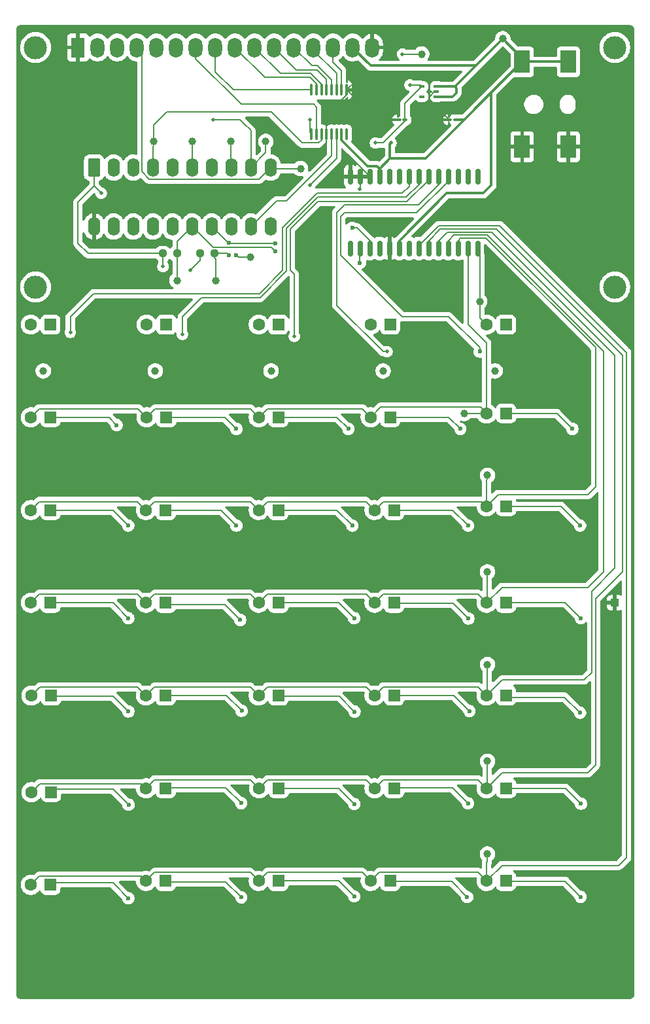
<source format=gbr>
%TF.GenerationSoftware,KiCad,Pcbnew,9.0.3*%
%TF.CreationDate,2025-09-20T21:36:46-05:00*%
%TF.ProjectId,RPNCalcProject,52504e43-616c-4635-9072-6f6a6563742e,rev?*%
%TF.SameCoordinates,Original*%
%TF.FileFunction,Copper,L2,Bot*%
%TF.FilePolarity,Positive*%
%FSLAX46Y46*%
G04 Gerber Fmt 4.6, Leading zero omitted, Abs format (unit mm)*
G04 Created by KiCad (PCBNEW 9.0.3) date 2025-09-20 21:36:46*
%MOMM*%
%LPD*%
G01*
G04 APERTURE LIST*
G04 Aperture macros list*
%AMRoundRect*
0 Rectangle with rounded corners*
0 $1 Rounding radius*
0 $2 $3 $4 $5 $6 $7 $8 $9 X,Y pos of 4 corners*
0 Add a 4 corners polygon primitive as box body*
4,1,4,$2,$3,$4,$5,$6,$7,$8,$9,$2,$3,0*
0 Add four circle primitives for the rounded corners*
1,1,$1+$1,$2,$3*
1,1,$1+$1,$4,$5*
1,1,$1+$1,$6,$7*
1,1,$1+$1,$8,$9*
0 Add four rect primitives between the rounded corners*
20,1,$1+$1,$2,$3,$4,$5,0*
20,1,$1+$1,$4,$5,$6,$7,0*
20,1,$1+$1,$6,$7,$8,$9,0*
20,1,$1+$1,$8,$9,$2,$3,0*%
G04 Aperture macros list end*
%TA.AperFunction,ComponentPad*%
%ADD10R,1.000000X1.000000*%
%TD*%
%TA.AperFunction,ComponentPad*%
%ADD11C,1.000000*%
%TD*%
%TA.AperFunction,ComponentPad*%
%ADD12C,3.000000*%
%TD*%
%TA.AperFunction,ComponentPad*%
%ADD13R,1.800000X2.600000*%
%TD*%
%TA.AperFunction,ComponentPad*%
%ADD14O,1.800000X2.600000*%
%TD*%
%TA.AperFunction,SMDPad,CuDef*%
%ADD15C,1.000000*%
%TD*%
%TA.AperFunction,ComponentPad*%
%ADD16RoundRect,0.250000X0.550000X0.550000X-0.550000X0.550000X-0.550000X-0.550000X0.550000X-0.550000X0*%
%TD*%
%TA.AperFunction,ComponentPad*%
%ADD17C,1.600000*%
%TD*%
%TA.AperFunction,SMDPad,CuDef*%
%ADD18RoundRect,0.237500X0.250000X0.237500X-0.250000X0.237500X-0.250000X-0.237500X0.250000X-0.237500X0*%
%TD*%
%TA.AperFunction,SMDPad,CuDef*%
%ADD19R,2.000000X3.000000*%
%TD*%
%TA.AperFunction,SMDPad,CuDef*%
%ADD20RoundRect,0.100000X0.225000X0.100000X-0.225000X0.100000X-0.225000X-0.100000X0.225000X-0.100000X0*%
%TD*%
%TA.AperFunction,SMDPad,CuDef*%
%ADD21RoundRect,0.100000X0.217500X0.100000X-0.217500X0.100000X-0.217500X-0.100000X0.217500X-0.100000X0*%
%TD*%
%TA.AperFunction,SMDPad,CuDef*%
%ADD22RoundRect,0.150000X0.150000X-0.875000X0.150000X0.875000X-0.150000X0.875000X-0.150000X-0.875000X0*%
%TD*%
%TA.AperFunction,SMDPad,CuDef*%
%ADD23RoundRect,0.100000X-0.100000X0.637500X-0.100000X-0.637500X0.100000X-0.637500X0.100000X0.637500X0*%
%TD*%
%TA.AperFunction,ComponentPad*%
%ADD24RoundRect,0.250000X-0.550000X0.950000X-0.550000X-0.950000X0.550000X-0.950000X0.550000X0.950000X0*%
%TD*%
%TA.AperFunction,ComponentPad*%
%ADD25O,1.600000X2.400000*%
%TD*%
%TA.AperFunction,ViaPad*%
%ADD26C,0.500000*%
%TD*%
%TA.AperFunction,ViaPad*%
%ADD27C,0.600000*%
%TD*%
%TA.AperFunction,Conductor*%
%ADD28C,0.300000*%
%TD*%
%TA.AperFunction,Conductor*%
%ADD29C,0.200000*%
%TD*%
G04 APERTURE END LIST*
D10*
%TO.P,TP3,1,1*%
%TO.N,GND*%
X212000000Y-110000000D03*
%TD*%
D11*
%TO.P,TP28,1,1*%
%TO.N,GPA1*%
X152500000Y-80000000D03*
%TD*%
%TO.P,TP31,1,1*%
%TO.N,GPA4*%
X196500000Y-80000000D03*
%TD*%
D12*
%TO.P,DS2,*%
%TO.N,*%
X137000900Y-38142500D03*
X137000900Y-69143200D03*
X211999480Y-69143200D03*
X212000000Y-38142500D03*
D13*
%TO.P,DS2,1,VSS*%
%TO.N,GND*%
X142500000Y-38142500D03*
D14*
%TO.P,DS2,2,VDD*%
%TO.N,+5V*%
X145040000Y-38142500D03*
%TO.P,DS2,3,VO*%
%TO.N,unconnected-(DS2-VO-Pad3)*%
X147580000Y-38142500D03*
%TO.P,DS2,4,RS*%
%TO.N,P2.2*%
X150120000Y-38142500D03*
%TO.P,DS2,5,R/W*%
%TO.N,P2.1*%
X152660000Y-38142500D03*
%TO.P,DS2,6,E*%
%TO.N,P2.0*%
X155200000Y-38142500D03*
%TO.P,DS2,7,D0*%
%TO.N,LCD_D0*%
X157740000Y-38142500D03*
%TO.P,DS2,8,D1*%
%TO.N,LCD_D1*%
X160280000Y-38142500D03*
%TO.P,DS2,9,D2*%
%TO.N,LCD_D2*%
X162820000Y-38142500D03*
%TO.P,DS2,10,D3*%
%TO.N,LCD_D3*%
X165360000Y-38142500D03*
%TO.P,DS2,11,D4*%
%TO.N,LCD_D4*%
X167900000Y-38142500D03*
%TO.P,DS2,12,D5*%
%TO.N,LCD_D5*%
X170440000Y-38142500D03*
%TO.P,DS2,13,D6*%
%TO.N,LCD_D6*%
X172980000Y-38142500D03*
%TO.P,DS2,14,D7*%
%TO.N,LCD_D7*%
X175520000Y-38142500D03*
%TO.P,DS2,15,LED(+)*%
%TO.N,+5V*%
X178060000Y-38142500D03*
%TO.P,DS2,16,LED(-)*%
%TO.N,GND*%
X180600000Y-38142500D03*
%TD*%
D11*
%TO.P,TP30,1,1*%
%TO.N,GPA3*%
X182000000Y-80000000D03*
%TD*%
%TO.P,TP29,1,1*%
%TO.N,GPA2*%
X167500000Y-80000000D03*
%TD*%
%TO.P,TP27,1,1*%
%TO.N,GPA0*%
X138000000Y-80000000D03*
%TD*%
D15*
%TO.P,TP16,1,1*%
%TO.N,P2.2*%
X171310000Y-53810000D03*
%TD*%
D16*
%TO.P,D17,1,K*%
%TO.N,Net-(D17-K)*%
X168425686Y-74000000D03*
D17*
%TO.P,D17,2,A*%
%TO.N,GPB0*%
X165885686Y-74000000D03*
%TD*%
D16*
%TO.P,D26,1,K*%
%TO.N,Net-(D26-K)*%
X182925686Y-86000000D03*
D17*
%TO.P,D26,2,A*%
%TO.N,GPB1*%
X180385686Y-86000000D03*
%TD*%
D16*
%TO.P,D10,1,K*%
%TO.N,Net-(D10-K)*%
X153925686Y-86000000D03*
D17*
%TO.P,D10,2,A*%
%TO.N,GPB1*%
X151385686Y-86000000D03*
%TD*%
D16*
%TO.P,D4,1,K*%
%TO.N,Net-(D4-K)*%
X138925686Y-110000000D03*
D17*
%TO.P,D4,2,A*%
%TO.N,GPB3*%
X136385686Y-110000000D03*
%TD*%
D16*
%TO.P,D8,1,K*%
%TO.N,Net-(D8-K)*%
X197925686Y-74000000D03*
D17*
%TO.P,D8,2,A*%
%TO.N,GPB0*%
X195385686Y-74000000D03*
%TD*%
D15*
%TO.P,TP20,1,1*%
%TO.N,GPB0*%
X194500000Y-71000000D03*
%TD*%
D18*
%TO.P,R2,1*%
%TO.N,P1.7*%
X155310000Y-64810000D03*
%TO.P,R2,2*%
%TO.N,+3.3V*%
X153485000Y-64810000D03*
%TD*%
D16*
%TO.P,D33,1,K*%
%TO.N,Net-(D33-K)*%
X197925686Y-122000000D03*
D17*
%TO.P,D33,2,A*%
%TO.N,GPB4*%
X195385686Y-122000000D03*
%TD*%
D16*
%TO.P,D12,1,K*%
%TO.N,Net-(D12-K)*%
X153851372Y-110000000D03*
D17*
%TO.P,D12,2,A*%
%TO.N,GPB3*%
X151311372Y-110000000D03*
%TD*%
D19*
%TO.P,J1,1*%
%TO.N,+5V*%
X206000000Y-40000000D03*
X200000000Y-40000000D03*
%TO.P,J1,2*%
%TO.N,GND*%
X200000000Y-51000000D03*
%TO.P,J1,3*%
X206000000Y-51000000D03*
%TD*%
D16*
%TO.P,D13,1,K*%
%TO.N,Net-(D13-K)*%
X153851372Y-122000000D03*
D17*
%TO.P,D13,2,A*%
%TO.N,GPB4*%
X151311372Y-122000000D03*
%TD*%
D15*
%TO.P,TP17,1,1*%
%TO.N,P2.1*%
X166810000Y-50310000D03*
%TD*%
D16*
%TO.P,D35,1,K*%
%TO.N,Net-(D35-K)*%
X197925686Y-146000000D03*
D17*
%TO.P,D35,2,A*%
%TO.N,GPB6*%
X195385686Y-146000000D03*
%TD*%
D15*
%TO.P,TP25,1,1*%
%TO.N,GPB5*%
X195500000Y-130500000D03*
%TD*%
D16*
%TO.P,D28,1,K*%
%TO.N,Net-(D28-K)*%
X183425686Y-110000000D03*
D17*
%TO.P,D28,2,A*%
%TO.N,GPB3*%
X180885686Y-110000000D03*
%TD*%
D16*
%TO.P,D3,1,K*%
%TO.N,Net-(D3-K)*%
X138925686Y-98000000D03*
D17*
%TO.P,D3,2,A*%
%TO.N,GPB2*%
X136385686Y-98000000D03*
%TD*%
D16*
%TO.P,D15,1,K*%
%TO.N,Net-(D15-K)*%
X153851372Y-146000000D03*
D17*
%TO.P,D15,2,A*%
%TO.N,GPB6*%
X151311372Y-146000000D03*
%TD*%
D16*
%TO.P,D9,1,K*%
%TO.N,Net-(D9-K)*%
X153925686Y-74000000D03*
D17*
%TO.P,D9,2,A*%
%TO.N,GPB0*%
X151385686Y-74000000D03*
%TD*%
D15*
%TO.P,TP2,1,1*%
%TO.N,+5V*%
X197500000Y-37000000D03*
%TD*%
D20*
%TO.P,U4,1,VIN*%
%TO.N,+5V*%
X188900000Y-43200000D03*
%TO.P,U4,2,GND*%
%TO.N,GND*%
X188900000Y-43850000D03*
%TO.P,U4,3,EN*%
%TO.N,+5V*%
X188900000Y-44500000D03*
%TO.P,U4,4,NC*%
%TO.N,unconnected-(U4-NC-Pad4)*%
X187000000Y-44500000D03*
%TO.P,U4,5,VOUT*%
%TO.N,+3.3V*%
X187000000Y-43200000D03*
%TD*%
D15*
%TO.P,TP22,1,1*%
%TO.N,GPB2*%
X195500000Y-93500000D03*
%TD*%
D16*
%TO.P,D21,1,K*%
%TO.N,Net-(D21-K)*%
X168425686Y-122000000D03*
D17*
%TO.P,D21,2,A*%
%TO.N,GPB4*%
X165885686Y-122000000D03*
%TD*%
D16*
%TO.P,D34,1,K*%
%TO.N,Net-(D34-K)*%
X197925686Y-134000000D03*
D17*
%TO.P,D34,2,A*%
%TO.N,GPB5*%
X195385686Y-134000000D03*
%TD*%
D15*
%TO.P,TP5,1,1*%
%TO.N,P1.7*%
X155310000Y-68310000D03*
%TD*%
D16*
%TO.P,D30,1,K*%
%TO.N,Net-(D30-K)*%
X183425686Y-134000000D03*
D17*
%TO.P,D30,2,A*%
%TO.N,GPB5*%
X180885686Y-134000000D03*
%TD*%
D15*
%TO.P,TP24,1,1*%
%TO.N,GPB4*%
X195500000Y-118000000D03*
%TD*%
D16*
%TO.P,D22,1,K*%
%TO.N,Net-(D22-K)*%
X168500000Y-134000000D03*
D17*
%TO.P,D22,2,A*%
%TO.N,GPB5*%
X165960000Y-134000000D03*
%TD*%
D15*
%TO.P,TP6,1,1*%
%TO.N,P1.2*%
X152310000Y-50310000D03*
%TD*%
D16*
%TO.P,D25,1,K*%
%TO.N,Net-(D25-K)*%
X182925686Y-74000000D03*
D17*
%TO.P,D25,2,A*%
%TO.N,GPB0*%
X180385686Y-74000000D03*
%TD*%
D16*
%TO.P,D20,1,K*%
%TO.N,Net-(D20-K)*%
X168425686Y-110000000D03*
D17*
%TO.P,D20,2,A*%
%TO.N,GPB3*%
X165885686Y-110000000D03*
%TD*%
D15*
%TO.P,TP26,1,1*%
%TO.N,GPB6*%
X195500000Y-142500000D03*
%TD*%
D16*
%TO.P,D14,1,K*%
%TO.N,Net-(D14-K)*%
X153851372Y-134000000D03*
D17*
%TO.P,D14,2,A*%
%TO.N,GPB5*%
X151311372Y-134000000D03*
%TD*%
D21*
%TO.P,C2,1*%
%TO.N,+3.3V*%
X184840000Y-47500000D03*
%TO.P,C2,2*%
%TO.N,GND*%
X184025000Y-47500000D03*
%TD*%
D16*
%TO.P,D6,1,K*%
%TO.N,Net-(D6-K)*%
X139000000Y-134500000D03*
D17*
%TO.P,D6,2,A*%
%TO.N,GPB5*%
X136460000Y-134500000D03*
%TD*%
D15*
%TO.P,TP1,1,1*%
%TO.N,+3.3V*%
X187000000Y-39000000D03*
%TD*%
D18*
%TO.P,R1,1*%
%TO.N,P1.6*%
X160135000Y-64810000D03*
%TO.P,R1,2*%
%TO.N,+3.3V*%
X158310000Y-64810000D03*
%TD*%
D15*
%TO.P,TP7,1,1*%
%TO.N,P1.4*%
X157310000Y-50310000D03*
%TD*%
D16*
%TO.P,D32,1,K*%
%TO.N,Net-(D32-K)*%
X197925686Y-110000000D03*
D17*
%TO.P,D32,2,A*%
%TO.N,GPB3*%
X195385686Y-110000000D03*
%TD*%
D15*
%TO.P,TP18,1,1*%
%TO.N,P2.0*%
X162310000Y-50310000D03*
%TD*%
D22*
%TO.P,U2,1,GPB0*%
%TO.N,GPB0*%
X194255000Y-64150000D03*
%TO.P,U2,2,GPB1*%
%TO.N,GPB1*%
X192985000Y-64150000D03*
%TO.P,U2,3,GPB2*%
%TO.N,GPB2*%
X191715000Y-64150000D03*
%TO.P,U2,4,GPB3*%
%TO.N,GPB3*%
X190445000Y-64150000D03*
%TO.P,U2,5,GPB4*%
%TO.N,GPB4*%
X189175000Y-64150000D03*
%TO.P,U2,6,GPB5*%
%TO.N,GPB5*%
X187905000Y-64150000D03*
%TO.P,U2,7,GPB6*%
%TO.N,GPB6*%
X186635000Y-64150000D03*
%TO.P,U2,8,GPB7*%
%TO.N,unconnected-(U2-GPB7-Pad8)*%
X185365000Y-64150000D03*
%TO.P,U2,9,VDD*%
%TO.N,+5V*%
X184095000Y-64150000D03*
%TO.P,U2,10,VSS*%
%TO.N,GND*%
X182825000Y-64150000D03*
%TO.P,U2,11,NC*%
%TO.N,unconnected-(U2-NC-Pad11)*%
X181555000Y-64150000D03*
%TO.P,U2,12,SCK*%
%TO.N,P1.6*%
X180285000Y-64150000D03*
%TO.P,U2,13,SDA*%
%TO.N,P1.7*%
X179015000Y-64150000D03*
%TO.P,U2,14,NC*%
%TO.N,unconnected-(U2-NC-Pad14)*%
X177745000Y-64150000D03*
%TO.P,U2,15,A0*%
%TO.N,GND*%
X177745000Y-54850000D03*
%TO.P,U2,16,A1*%
X179015000Y-54850000D03*
%TO.P,U2,17,A2*%
X180285000Y-54850000D03*
%TO.P,U2,18,~{RESET}*%
%TO.N,+5V*%
X181555000Y-54850000D03*
%TO.P,U2,19,INTB*%
%TO.N,unconnected-(U2-INTB-Pad19)*%
X182825000Y-54850000D03*
%TO.P,U2,20,INTA*%
%TO.N,unconnected-(U2-INTA-Pad20)*%
X184095000Y-54850000D03*
%TO.P,U2,21,GPA0*%
%TO.N,GPA0*%
X185365000Y-54850000D03*
%TO.P,U2,22,GPA1*%
%TO.N,GPA1*%
X186635000Y-54850000D03*
%TO.P,U2,23,GPA2*%
%TO.N,GPA2*%
X187905000Y-54850000D03*
%TO.P,U2,24,GPA3*%
%TO.N,GPA3*%
X189175000Y-54850000D03*
%TO.P,U2,25,GPA4*%
%TO.N,GPA4*%
X190445000Y-54850000D03*
%TO.P,U2,26,GPA5*%
%TO.N,unconnected-(U2-GPA5-Pad26)*%
X191715000Y-54850000D03*
%TO.P,U2,27,GPA6*%
%TO.N,unconnected-(U2-GPA6-Pad27)*%
X192985000Y-54850000D03*
%TO.P,U2,28,GPA7*%
%TO.N,unconnected-(U2-GPA7-Pad28)*%
X194255000Y-54850000D03*
%TD*%
D16*
%TO.P,D2,1,K*%
%TO.N,Net-(D2-K)*%
X138925686Y-86000000D03*
D17*
%TO.P,D2,2,A*%
%TO.N,GPB1*%
X136385686Y-86000000D03*
%TD*%
D21*
%TO.P,C1,1*%
%TO.N,+5V*%
X191407500Y-47500000D03*
%TO.P,C1,2*%
%TO.N,GND*%
X190592500Y-47500000D03*
%TD*%
D16*
%TO.P,D31,1,K*%
%TO.N,Net-(D31-K)*%
X182925686Y-146000000D03*
D17*
%TO.P,D31,2,A*%
%TO.N,GPB6*%
X180385686Y-146000000D03*
%TD*%
D23*
%TO.P,U3,1,QB*%
%TO.N,LCD_D1*%
X172725000Y-43637500D03*
%TO.P,U3,2,QC*%
%TO.N,LCD_D2*%
X173375000Y-43637500D03*
%TO.P,U3,3,QD*%
%TO.N,LCD_D3*%
X174025000Y-43637500D03*
%TO.P,U3,4,QE*%
%TO.N,LCD_D4*%
X174675000Y-43637500D03*
%TO.P,U3,5,QF*%
%TO.N,LCD_D5*%
X175325000Y-43637500D03*
%TO.P,U3,6,QG*%
%TO.N,LCD_D6*%
X175975000Y-43637500D03*
%TO.P,U3,7,QH*%
%TO.N,LCD_D7*%
X176625000Y-43637500D03*
%TO.P,U3,8,GND*%
%TO.N,GND*%
X177275000Y-43637500D03*
%TO.P,U3,9,QH'*%
%TO.N,unconnected-(U3-QH&apos;-Pad9)*%
X177275000Y-49362500D03*
%TO.P,U3,10,~{SRCLR}*%
%TO.N,+5V*%
X176625000Y-49362500D03*
%TO.P,U3,11,SRCLK*%
%TO.N,P1.4*%
X175975000Y-49362500D03*
%TO.P,U3,12,RCLK*%
%TO.N,P2.4*%
X175325000Y-49362500D03*
%TO.P,U3,13,~{OE}*%
%TO.N,GND*%
X174675000Y-49362500D03*
%TO.P,U3,14,SER*%
%TO.N,P1.2*%
X174025000Y-49362500D03*
%TO.P,U3,15,QA*%
%TO.N,LCD_D0*%
X173375000Y-49362500D03*
%TO.P,U3,16,VCC*%
%TO.N,+5V*%
X172725000Y-49362500D03*
%TD*%
D16*
%TO.P,D29,1,K*%
%TO.N,Net-(D29-K)*%
X183425686Y-122000000D03*
D17*
%TO.P,D29,2,A*%
%TO.N,GPB4*%
X180885686Y-122000000D03*
%TD*%
D16*
%TO.P,D18,1,K*%
%TO.N,Net-(D18-K)*%
X168425686Y-86000000D03*
D17*
%TO.P,D18,2,A*%
%TO.N,GPB1*%
X165885686Y-86000000D03*
%TD*%
D16*
%TO.P,D23,1,K*%
%TO.N,Net-(D23-K)*%
X168425686Y-146000000D03*
D17*
%TO.P,D23,2,A*%
%TO.N,GPB6*%
X165885686Y-146000000D03*
%TD*%
D16*
%TO.P,D27,1,K*%
%TO.N,Net-(D27-K)*%
X183425686Y-98000000D03*
D17*
%TO.P,D27,2,A*%
%TO.N,GPB2*%
X180885686Y-98000000D03*
%TD*%
D16*
%TO.P,D11,1,K*%
%TO.N,Net-(D11-K)*%
X153851372Y-98000000D03*
D17*
%TO.P,D11,2,A*%
%TO.N,GPB2*%
X151311372Y-98000000D03*
%TD*%
D16*
%TO.P,D19,1,K*%
%TO.N,Net-(D19-K)*%
X168425686Y-98000000D03*
D17*
%TO.P,D19,2,A*%
%TO.N,GPB2*%
X165885686Y-98000000D03*
%TD*%
D16*
%TO.P,D5,1,K*%
%TO.N,Net-(D5-K)*%
X139000000Y-122000000D03*
D17*
%TO.P,D5,2,A*%
%TO.N,GPB4*%
X136460000Y-122000000D03*
%TD*%
D15*
%TO.P,TP4,1,1*%
%TO.N,P1.6*%
X160310000Y-68310000D03*
%TD*%
%TO.P,TP23,1,1*%
%TO.N,GPB3*%
X195500000Y-106000000D03*
%TD*%
%TO.P,TP19,1,1*%
%TO.N,P2.4*%
X164810000Y-65310000D03*
%TD*%
D24*
%TO.P,U1,1,DVCC*%
%TO.N,+3.3V*%
X144570000Y-53690000D03*
D25*
%TO.P,U1,2,TA0CLK/ACLK/CA0/A0/P1.0*%
%TO.N,unconnected-(U1-TA0CLK{slash}ACLK{slash}CA0{slash}A0{slash}P1.0-Pad2)*%
X147110000Y-53690000D03*
%TO.P,U1,3,UCA0RXD/UCA0SOMI/TA0.0/CA1/A1/P1.1*%
%TO.N,unconnected-(U1-UCA0RXD{slash}UCA0SOMI{slash}TA0.0{slash}CA1{slash}A1{slash}P1.1-Pad3)*%
X149650000Y-53690000D03*
%TO.P,U1,4,UCA0TXD/UCA0SIMO/TA0.1/CA2/A2/P1.2*%
%TO.N,P1.2*%
X152190000Y-53690000D03*
%TO.P,U1,5,CAOUT/VREF-/VeREF-/CA3/A3/P1.3*%
%TO.N,unconnected-(U1-CAOUT{slash}VREF-{slash}VeREF-{slash}CA3{slash}A3{slash}P1.3-Pad5)*%
X154730000Y-53690000D03*
%TO.P,U1,6,TCK/SMCLK/UCB0STE/UCA0CLK/VREF+/VeREF+/CA4/A4/P1.4*%
%TO.N,P1.4*%
X157270000Y-53690000D03*
%TO.P,U1,7,TMS/UCB0CLK/UCA0STE/TA0.0/CA5/A5/P1.5*%
%TO.N,unconnected-(U1-TMS{slash}UCB0CLK{slash}UCA0STE{slash}TA0.0{slash}CA5{slash}A5{slash}P1.5-Pad7)*%
X159810000Y-53690000D03*
%TO.P,U1,8,P2.0/TA1.0*%
%TO.N,P2.0*%
X162350000Y-53690000D03*
%TO.P,U1,9,P2.1/TA1.1*%
%TO.N,P2.1*%
X164890000Y-53690000D03*
%TO.P,U1,10,P2.2/TA1.1*%
%TO.N,P2.2*%
X167430000Y-53690000D03*
%TO.P,U1,11,P2.3/TA1.0*%
%TO.N,unconnected-(U1-P2.3{slash}TA1.0-Pad11)*%
X167430000Y-61310000D03*
%TO.P,U1,12,P2.4/TA1.2*%
%TO.N,P2.4*%
X164890000Y-61310000D03*
%TO.P,U1,13,P2.5/TA1.2*%
%TO.N,unconnected-(U1-P2.5{slash}TA1.2-Pad13)*%
X162350000Y-61310000D03*
%TO.P,U1,14,TDI/TCLK/UCB0SOMI/UCB0SCL/TA0.1/CA6/A6/P1.6*%
%TO.N,P1.6*%
X159810000Y-61310000D03*
%TO.P,U1,15,TDO/TDI/UCB0SIMO/UCB0SDA/CAOUT/CA7/A7/P1.7*%
%TO.N,P1.7*%
X157270000Y-61310000D03*
%TO.P,U1,16,~{RST}/NMI/SBWTDIO*%
%TO.N,unconnected-(U1-~{RST}{slash}NMI{slash}SBWTDIO-Pad16)*%
X154730000Y-61310000D03*
%TO.P,U1,17,TEST/SBWTCK*%
%TO.N,unconnected-(U1-TEST{slash}SBWTCK-Pad17)*%
X152190000Y-61310000D03*
%TO.P,U1,18,P2.7/XOUT*%
%TO.N,unconnected-(U1-P2.7{slash}XOUT-Pad18)*%
X149650000Y-61310000D03*
%TO.P,U1,19,P2.6/XIN/TA0.1*%
%TO.N,unconnected-(U1-P2.6{slash}XIN{slash}TA0.1-Pad19)*%
X147110000Y-61310000D03*
%TO.P,U1,20,DVSS*%
%TO.N,GND*%
X144570000Y-61310000D03*
%TD*%
D16*
%TO.P,D24,1,K*%
%TO.N,Net-(D24-K)*%
X197925686Y-97500000D03*
D17*
%TO.P,D24,2,A*%
%TO.N,GPB2*%
X195385686Y-97500000D03*
%TD*%
D16*
%TO.P,D16,1,K*%
%TO.N,Net-(D16-K)*%
X197925686Y-85500000D03*
D17*
%TO.P,D16,2,A*%
%TO.N,GPB1*%
X195385686Y-85500000D03*
%TD*%
D16*
%TO.P,D7,1,K*%
%TO.N,Net-(D7-K)*%
X138925686Y-146500000D03*
D17*
%TO.P,D7,2,A*%
%TO.N,GPB6*%
X136385686Y-146500000D03*
%TD*%
D15*
%TO.P,TP21,1,1*%
%TO.N,GPB1*%
X192500000Y-85500000D03*
%TD*%
D16*
%TO.P,D1,1,K*%
%TO.N,Net-(D1-K)*%
X138925686Y-74000000D03*
D17*
%TO.P,D1,2,A*%
%TO.N,GPB0*%
X136385686Y-74000000D03*
%TD*%
D26*
%TO.N,+5V*%
X183000000Y-50500000D03*
X172500000Y-47500000D03*
%TO.N,GND*%
X179000000Y-56450000D03*
X178500000Y-42500000D03*
X177000000Y-52000000D03*
X174500000Y-51000000D03*
X182819642Y-62000000D03*
%TO.N,+3.3V*%
X153500000Y-66500000D03*
X184500000Y-39000000D03*
X181000000Y-50500000D03*
X145500000Y-57000000D03*
X185500000Y-43000000D03*
X157000000Y-67000000D03*
D27*
%TO.N,Net-(D2-K)*%
X147500000Y-87000000D03*
%TO.N,Net-(D3-K)*%
X149000000Y-100000000D03*
%TO.N,Net-(D4-K)*%
X149000000Y-112000000D03*
%TO.N,Net-(D5-K)*%
X149021407Y-124065398D03*
%TO.N,Net-(D6-K)*%
X149033235Y-136126865D03*
%TO.N,Net-(D7-K)*%
X149009263Y-148234903D03*
%TO.N,Net-(D10-K)*%
X163000000Y-87500000D03*
%TO.N,Net-(D11-K)*%
X163000000Y-100000000D03*
%TO.N,Net-(D12-K)*%
X163500000Y-112216250D03*
%TO.N,Net-(D13-K)*%
X163680394Y-123976014D03*
%TO.N,Net-(D14-K)*%
X163625185Y-135925751D03*
%TO.N,Net-(D15-K)*%
X163638456Y-148115724D03*
%TO.N,Net-(D16-K)*%
X206500000Y-87500000D03*
%TO.N,Net-(D18-K)*%
X177500000Y-87500000D03*
%TO.N,Net-(D19-K)*%
X178000000Y-100000000D03*
%TO.N,Net-(D20-K)*%
X178245617Y-111992789D03*
%TO.N,Net-(D21-K)*%
X178309587Y-124080296D03*
%TO.N,Net-(D22-K)*%
X178261826Y-136037481D03*
%TO.N,Net-(D23-K)*%
X178252751Y-147996545D03*
%TO.N,Net-(D24-K)*%
X207500000Y-100000000D03*
%TO.N,Net-(D26-K)*%
X192000000Y-87500000D03*
%TO.N,Net-(D27-K)*%
X193000000Y-100000000D03*
%TO.N,Net-(D28-K)*%
X193038680Y-112037481D03*
%TO.N,Net-(D29-K)*%
X193177137Y-124005809D03*
%TO.N,Net-(D30-K)*%
X192991612Y-135946219D03*
%TO.N,Net-(D31-K)*%
X192881944Y-148071032D03*
%TO.N,Net-(D32-K)*%
X207585938Y-111970443D03*
%TO.N,Net-(D33-K)*%
X207500000Y-124216250D03*
%TO.N,Net-(D34-K)*%
X207620805Y-136005809D03*
%TO.N,Net-(D35-K)*%
X207570726Y-148056134D03*
D26*
%TO.N,P2.1*%
X160000000Y-47500000D03*
D27*
%TO.N,P1.6*%
X162000000Y-63400000D03*
X168000000Y-63500000D03*
X162000000Y-65000000D03*
X178000000Y-61500000D03*
%TO.N,P1.7*%
X179000000Y-66000000D03*
X168000000Y-64500000D03*
D26*
%TO.N,GPA0*%
X141500000Y-75000000D03*
%TO.N,GPA1*%
X156000000Y-75241526D03*
%TO.N,GPA2*%
X170500000Y-75500000D03*
%TO.N,GPA3*%
X182500000Y-77500000D03*
D27*
%TO.N,GPA4*%
X194500000Y-77500000D03*
D26*
%TO.N,P1.4*%
X172500000Y-56000000D03*
D27*
%TO.N,P2.4*%
X163000000Y-65000000D03*
%TD*%
D28*
%TO.N,+5V*%
X192500000Y-47500000D02*
X187500000Y-52500000D01*
X191300000Y-43200000D02*
X191500000Y-43400000D01*
X181555000Y-53825001D02*
X181555000Y-54850000D01*
X200000000Y-40000000D02*
X200000000Y-39500000D01*
X180417500Y-40500000D02*
X194000000Y-40500000D01*
X187500000Y-52500000D02*
X182880001Y-52500000D01*
X176625000Y-50099999D02*
X179999001Y-53474000D01*
X200000000Y-40000000D02*
X192500000Y-47500000D01*
X191500000Y-44000000D02*
X191000000Y-44500000D01*
X200000000Y-39500000D02*
X197500000Y-37000000D01*
X176625000Y-49362500D02*
X176625000Y-50099999D01*
X190220001Y-57000000D02*
X184095000Y-63125001D01*
X194000000Y-40500000D02*
X197500000Y-37000000D01*
X188900000Y-43200000D02*
X191300000Y-43200000D01*
X182880001Y-50619999D02*
X183000000Y-50500000D01*
X192500000Y-47500000D02*
X191407500Y-47500000D01*
X200000000Y-40000000D02*
X196000000Y-44000000D01*
X179999001Y-53474000D02*
X181203999Y-53474000D01*
X184095000Y-63125001D02*
X184095000Y-64150000D01*
D29*
X172500000Y-47500000D02*
X172500000Y-49137500D01*
D28*
X182880001Y-52500000D02*
X181555000Y-53825001D01*
X206000000Y-40000000D02*
X200000000Y-40000000D01*
X196000000Y-44000000D02*
X196000000Y-56000000D01*
X191300000Y-43200000D02*
X194000000Y-40500000D01*
X181203999Y-53474000D02*
X181555000Y-53825001D01*
X191000000Y-44500000D02*
X188900000Y-44500000D01*
X182880001Y-52500000D02*
X182880001Y-50619999D01*
X195000000Y-57000000D02*
X190220001Y-57000000D01*
X196000000Y-56000000D02*
X195000000Y-57000000D01*
D29*
X172500000Y-49137500D02*
X172725000Y-49362500D01*
D28*
X178060000Y-38142500D02*
X180417500Y-40500000D01*
X191500000Y-43400000D02*
X191500000Y-44000000D01*
D29*
%TO.N,GND*%
X184025000Y-47500000D02*
X181137500Y-47500000D01*
X177650000Y-54850000D02*
X177500000Y-55000000D01*
X174500000Y-51000000D02*
X174675000Y-50825000D01*
X174675000Y-50825000D02*
X174675000Y-49362500D01*
X188000000Y-44907500D02*
X188000000Y-44500000D01*
X180285000Y-54850000D02*
X179015000Y-54850000D01*
X190592500Y-47500000D02*
X188000000Y-44907500D01*
X181137500Y-47500000D02*
X177275000Y-43637500D01*
X177745000Y-54850000D02*
X177650000Y-54850000D01*
X188000000Y-44500000D02*
X188650000Y-43850000D01*
X182819642Y-64144642D02*
X182825000Y-64150000D01*
X179015000Y-56435000D02*
X179000000Y-56450000D01*
X177650000Y-54850000D02*
X179015000Y-54850000D01*
X177275000Y-44294870D02*
X177275000Y-43637500D01*
X174675000Y-46894870D02*
X177275000Y-44294870D01*
X180285000Y-54850000D02*
X177435000Y-52000000D01*
X188650000Y-43850000D02*
X188900000Y-43850000D01*
X182819642Y-62000000D02*
X182819642Y-64144642D01*
X178412500Y-42500000D02*
X177275000Y-43637500D01*
X179015000Y-54850000D02*
X179015000Y-56435000D01*
X174675000Y-49362500D02*
X174675000Y-46894870D01*
X178500000Y-42500000D02*
X178412500Y-42500000D01*
X177435000Y-52000000D02*
X177000000Y-52000000D01*
%TO.N,+3.3V*%
X144570000Y-56070000D02*
X142500000Y-58140000D01*
X186800000Y-43000000D02*
X187000000Y-43200000D01*
X158310000Y-65690000D02*
X157000000Y-67000000D01*
X187000000Y-43200000D02*
X184840000Y-45360000D01*
X185500000Y-43000000D02*
X186800000Y-43000000D01*
X145500000Y-57000000D02*
X144570000Y-56070000D01*
X184840000Y-47660000D02*
X182000000Y-50500000D01*
X182000000Y-50500000D02*
X181000000Y-50500000D01*
X184840000Y-47500000D02*
X184840000Y-47660000D01*
X184840000Y-45360000D02*
X184840000Y-47500000D01*
X153500000Y-64825000D02*
X153485000Y-64810000D01*
X143810000Y-64810000D02*
X153485000Y-64810000D01*
X142500000Y-58140000D02*
X142500000Y-63500000D01*
X153500000Y-66500000D02*
X153500000Y-64825000D01*
X142500000Y-63500000D02*
X143810000Y-64810000D01*
X158310000Y-64810000D02*
X158310000Y-65690000D01*
X144570000Y-56070000D02*
X144570000Y-53690000D01*
X187000000Y-39000000D02*
X184500000Y-39000000D01*
%TO.N,GPB0*%
X194255000Y-64150000D02*
X194255000Y-64245000D01*
X194255000Y-64245000D02*
X194000000Y-64500000D01*
X194500000Y-73114314D02*
X195385686Y-74000000D01*
X194000000Y-64500000D02*
X194500000Y-65000000D01*
X194500000Y-65000000D02*
X194500000Y-71000000D01*
X194500000Y-71000000D02*
X194500000Y-73114314D01*
%TO.N,Net-(D2-K)*%
X138925686Y-86000000D02*
X146500000Y-86000000D01*
X146500000Y-86000000D02*
X147500000Y-87000000D01*
%TO.N,GPB1*%
X192985000Y-64015000D02*
X193000000Y-64000000D01*
X151385686Y-86000000D02*
X152486686Y-84899000D01*
X165885686Y-86000000D02*
X166986686Y-84899000D01*
X192985000Y-64150000D02*
X192985000Y-64015000D01*
X193000000Y-64000000D02*
X193000000Y-74000000D01*
X195385686Y-85500000D02*
X192500000Y-85500000D01*
X193000000Y-74000000D02*
X195385686Y-76385686D01*
X179284686Y-84899000D02*
X180385686Y-86000000D01*
X137486686Y-84899000D02*
X150284686Y-84899000D01*
X181685685Y-84700001D02*
X194585687Y-84700001D01*
X195385686Y-76385686D02*
X195385686Y-85500000D01*
X136385686Y-86000000D02*
X137486686Y-84899000D01*
X164784686Y-84899000D02*
X165885686Y-86000000D01*
X194585687Y-84700001D02*
X195385686Y-85500000D01*
X180385686Y-86000000D02*
X181685685Y-84700001D01*
X152486686Y-84899000D02*
X164784686Y-84899000D01*
X166986686Y-84899000D02*
X179284686Y-84899000D01*
X150284686Y-84899000D02*
X151385686Y-86000000D01*
%TO.N,GPB2*%
X152412372Y-96899000D02*
X164784686Y-96899000D01*
X209500000Y-77000000D02*
X209500000Y-95000000D01*
X150210372Y-96899000D02*
X151311372Y-98000000D01*
X209500000Y-95000000D02*
X208500000Y-96000000D01*
X191715000Y-63125001D02*
X192016001Y-62824000D01*
X180885686Y-98000000D02*
X181986686Y-96899000D01*
X165885686Y-98000000D02*
X166986686Y-96899000D01*
X137486686Y-96899000D02*
X150210372Y-96899000D01*
X192016001Y-62824000D02*
X195324000Y-62824000D01*
X179784686Y-96899000D02*
X180885686Y-98000000D01*
X208500000Y-96000000D02*
X196885686Y-96000000D01*
X194784686Y-96899000D02*
X195385686Y-97500000D01*
X195500000Y-93500000D02*
X195500000Y-94000000D01*
X195324000Y-62824000D02*
X209500000Y-77000000D01*
X181986686Y-96899000D02*
X194784686Y-96899000D01*
X166986686Y-96899000D02*
X179784686Y-96899000D01*
X191715000Y-64150000D02*
X191715000Y-63125001D01*
X151311372Y-98000000D02*
X152412372Y-96899000D01*
X195500000Y-94000000D02*
X195385686Y-94114314D01*
X195385686Y-94114314D02*
X195385686Y-97500000D01*
X136385686Y-98000000D02*
X137486686Y-96899000D01*
X196885686Y-96000000D02*
X195385686Y-97500000D01*
X164784686Y-96899000D02*
X165885686Y-98000000D01*
%TO.N,Net-(D3-K)*%
X138925686Y-98000000D02*
X147000000Y-98000000D01*
X147000000Y-98000000D02*
X149000000Y-100000000D01*
%TO.N,GPB3*%
X136385686Y-110000000D02*
X137486686Y-108899000D01*
X190445000Y-64150000D02*
X190445000Y-63125001D01*
X180885686Y-110000000D02*
X181986686Y-108899000D01*
X190445000Y-63125001D02*
X191147001Y-62423000D01*
X194284686Y-108899000D02*
X195385686Y-110000000D01*
X164784686Y-108899000D02*
X165885686Y-110000000D01*
X195490100Y-62423000D02*
X210500000Y-77432900D01*
X210500000Y-77432900D02*
X210500000Y-106000000D01*
X166986686Y-108899000D02*
X179784686Y-108899000D01*
X137486686Y-108899000D02*
X150210372Y-108899000D01*
X197385686Y-108000000D02*
X195385686Y-110000000D01*
X195500000Y-109885686D02*
X195385686Y-110000000D01*
X191147001Y-62423000D02*
X195490100Y-62423000D01*
X210500000Y-106000000D02*
X208500000Y-108000000D01*
X150210372Y-108899000D02*
X151311372Y-110000000D01*
X151311372Y-110000000D02*
X152412372Y-108899000D01*
X165885686Y-110000000D02*
X166986686Y-108899000D01*
X195500000Y-106000000D02*
X195500000Y-109885686D01*
X152412372Y-108899000D02*
X164784686Y-108899000D01*
X208500000Y-108000000D02*
X197385686Y-108000000D01*
X179784686Y-108899000D02*
X180885686Y-110000000D01*
X181986686Y-108899000D02*
X194284686Y-108899000D01*
%TO.N,Net-(D4-K)*%
X138925686Y-110000000D02*
X147000000Y-110000000D01*
X147000000Y-110000000D02*
X149000000Y-112000000D01*
%TO.N,GPB4*%
X179784686Y-120899000D02*
X180885686Y-122000000D01*
X195500000Y-121885686D02*
X195385686Y-122000000D01*
X166986686Y-120899000D02*
X179784686Y-120899000D01*
X195500000Y-118000000D02*
X195500000Y-121885686D01*
X180885686Y-122000000D02*
X181986686Y-120899000D01*
X197385686Y-120000000D02*
X195385686Y-122000000D01*
X150210372Y-120899000D02*
X151311372Y-122000000D01*
X194284686Y-120899000D02*
X195385686Y-122000000D01*
X137561000Y-120899000D02*
X150210372Y-120899000D01*
X164784686Y-120899000D02*
X165885686Y-122000000D01*
X212000000Y-78000000D02*
X212000000Y-105500000D01*
X209000000Y-119000000D02*
X208000000Y-120000000D01*
X189175000Y-63125001D02*
X190278001Y-62022000D01*
X165885686Y-122000000D02*
X166986686Y-120899000D01*
X136460000Y-122000000D02*
X137561000Y-120899000D01*
X190278001Y-62022000D02*
X196022000Y-62022000D01*
X196022000Y-62022000D02*
X212000000Y-78000000D01*
X208000000Y-120000000D02*
X197385686Y-120000000D01*
X189175000Y-64150000D02*
X189175000Y-63125001D01*
X212000000Y-105500000D02*
X209000000Y-108500000D01*
X209000000Y-108500000D02*
X209000000Y-119000000D01*
X151311372Y-122000000D02*
X152412372Y-120899000D01*
X181986686Y-120899000D02*
X194284686Y-120899000D01*
X152412372Y-120899000D02*
X164784686Y-120899000D01*
%TO.N,Net-(D5-K)*%
X138947093Y-122065398D02*
X147021407Y-122065398D01*
X147021407Y-122065398D02*
X149021407Y-124065398D01*
%TO.N,GPB5*%
X209500000Y-109500000D02*
X209500000Y-131000000D01*
X187905000Y-64150000D02*
X187905000Y-63125001D01*
X189409001Y-61621000D02*
X196621000Y-61621000D01*
X152412372Y-132899000D02*
X164859000Y-132899000D01*
X167061000Y-132899000D02*
X179784686Y-132899000D01*
X194284686Y-132899000D02*
X195385686Y-134000000D01*
X187905000Y-63125001D02*
X189409001Y-61621000D01*
X179784686Y-132899000D02*
X180885686Y-134000000D01*
X164859000Y-132899000D02*
X165960000Y-134000000D01*
X195500000Y-133885686D02*
X195385686Y-134000000D01*
X209500000Y-131000000D02*
X208500000Y-132000000D01*
X213000000Y-78000000D02*
X213000000Y-106000000D01*
X208500000Y-132000000D02*
X197385686Y-132000000D01*
X196621000Y-61621000D02*
X213000000Y-78000000D01*
X213000000Y-106000000D02*
X209500000Y-109500000D01*
X151311372Y-134000000D02*
X152412372Y-132899000D01*
X180885686Y-134000000D02*
X181986686Y-132899000D01*
X165960000Y-134000000D02*
X167061000Y-132899000D01*
X195500000Y-130500000D02*
X195500000Y-133885686D01*
X137561000Y-133399000D02*
X150710372Y-133399000D01*
X136460000Y-134500000D02*
X137561000Y-133399000D01*
X197385686Y-132000000D02*
X195385686Y-134000000D01*
X150710372Y-133399000D02*
X151311372Y-134000000D01*
X181986686Y-132899000D02*
X194284686Y-132899000D01*
%TO.N,Net-(D6-K)*%
X147033235Y-134126865D02*
X149033235Y-136126865D01*
X138958921Y-134126865D02*
X147033235Y-134126865D01*
%TO.N,Net-(D7-K)*%
X138934949Y-146234903D02*
X147009263Y-146234903D01*
X147009263Y-146234903D02*
X149009263Y-148234903D01*
%TO.N,GPB6*%
X197119000Y-61220000D02*
X213500000Y-77601000D01*
X152412372Y-144899000D02*
X164784686Y-144899000D01*
X213500000Y-77601000D02*
X213500000Y-143000000D01*
X181486686Y-144899000D02*
X194284686Y-144899000D01*
X179284686Y-144899000D02*
X180385686Y-146000000D01*
X186635000Y-64150000D02*
X186635000Y-63753032D01*
X195385686Y-143614314D02*
X195385686Y-146000000D01*
X165885686Y-146000000D02*
X166000000Y-146000000D01*
X150710372Y-145399000D02*
X151311372Y-146000000D01*
X212500000Y-144000000D02*
X197385686Y-144000000D01*
X197385686Y-144000000D02*
X195385686Y-146000000D01*
X194284686Y-144899000D02*
X195385686Y-146000000D01*
X213500000Y-143000000D02*
X212500000Y-144000000D01*
X166986686Y-144899000D02*
X179284686Y-144899000D01*
X195500000Y-142500000D02*
X195500000Y-143500000D01*
X165885686Y-146000000D02*
X166986686Y-144899000D01*
X136385686Y-146500000D02*
X137486686Y-145399000D01*
X180385686Y-146000000D02*
X181486686Y-144899000D01*
X195500000Y-143500000D02*
X195385686Y-143614314D01*
X186635000Y-63753032D02*
X189168032Y-61220000D01*
X164784686Y-144899000D02*
X165885686Y-146000000D01*
X151311372Y-146000000D02*
X152412372Y-144899000D01*
X189168032Y-61220000D02*
X197119000Y-61220000D01*
X137486686Y-145399000D02*
X150710372Y-145399000D01*
%TO.N,Net-(D10-K)*%
X161500000Y-86000000D02*
X163000000Y-87500000D01*
X153925686Y-86000000D02*
X161500000Y-86000000D01*
%TO.N,Net-(D11-K)*%
X161000000Y-98000000D02*
X163000000Y-100000000D01*
X153851372Y-98000000D02*
X161000000Y-98000000D01*
%TO.N,Net-(D12-K)*%
X161500000Y-110216250D02*
X163500000Y-112216250D01*
X153425686Y-110216250D02*
X161500000Y-110216250D01*
%TO.N,Net-(D13-K)*%
X161680394Y-121976014D02*
X163680394Y-123976014D01*
X153606080Y-121976014D02*
X161680394Y-121976014D01*
%TO.N,Net-(D14-K)*%
X161625185Y-133925751D02*
X163625185Y-135925751D01*
X153550871Y-133925751D02*
X161625185Y-133925751D01*
%TO.N,Net-(D15-K)*%
X153564142Y-146115724D02*
X161638456Y-146115724D01*
X161638456Y-146115724D02*
X163638456Y-148115724D01*
%TO.N,Net-(D16-K)*%
X204500000Y-85500000D02*
X206500000Y-87500000D01*
X197925686Y-85500000D02*
X204500000Y-85500000D01*
%TO.N,Net-(D18-K)*%
X176000000Y-86000000D02*
X177500000Y-87500000D01*
X168425686Y-86000000D02*
X176000000Y-86000000D01*
%TO.N,Net-(D19-K)*%
X176000000Y-98000000D02*
X178000000Y-100000000D01*
X168425686Y-98000000D02*
X176000000Y-98000000D01*
%TO.N,Net-(D20-K)*%
X168171303Y-109992789D02*
X176245617Y-109992789D01*
X176245617Y-109992789D02*
X178245617Y-111992789D01*
%TO.N,Net-(D21-K)*%
X176309587Y-122080296D02*
X178309587Y-124080296D01*
X168235273Y-122080296D02*
X176309587Y-122080296D01*
%TO.N,Net-(D22-K)*%
X176261826Y-134037481D02*
X178261826Y-136037481D01*
X168187512Y-134037481D02*
X176261826Y-134037481D01*
%TO.N,Net-(D23-K)*%
X176252751Y-145996545D02*
X178252751Y-147996545D01*
X168178437Y-145996545D02*
X176252751Y-145996545D01*
%TO.N,Net-(D24-K)*%
X197925686Y-97500000D02*
X205000000Y-97500000D01*
X205000000Y-97500000D02*
X207500000Y-100000000D01*
%TO.N,Net-(D26-K)*%
X182925686Y-86000000D02*
X190500000Y-86000000D01*
X190500000Y-86000000D02*
X192000000Y-87500000D01*
%TO.N,Net-(D27-K)*%
X191000000Y-98000000D02*
X193000000Y-100000000D01*
X183425686Y-98000000D02*
X191000000Y-98000000D01*
%TO.N,Net-(D28-K)*%
X182964366Y-110037481D02*
X191038680Y-110037481D01*
X191038680Y-110037481D02*
X193038680Y-112037481D01*
%TO.N,Net-(D29-K)*%
X183102823Y-122005809D02*
X191177137Y-122005809D01*
X191177137Y-122005809D02*
X193177137Y-124005809D01*
%TO.N,Net-(D30-K)*%
X182917298Y-133946219D02*
X190991612Y-133946219D01*
X190991612Y-133946219D02*
X192991612Y-135946219D01*
%TO.N,Net-(D31-K)*%
X190881944Y-146071032D02*
X192881944Y-148071032D01*
X182807630Y-146071032D02*
X190881944Y-146071032D01*
%TO.N,Net-(D32-K)*%
X197511624Y-109970443D02*
X205585938Y-109970443D01*
X205585938Y-109970443D02*
X207585938Y-111970443D01*
%TO.N,Net-(D33-K)*%
X197425686Y-122216250D02*
X205500000Y-122216250D01*
X205500000Y-122216250D02*
X207500000Y-124216250D01*
%TO.N,Net-(D34-K)*%
X205620805Y-134005809D02*
X207620805Y-136005809D01*
X197546491Y-134005809D02*
X205620805Y-134005809D01*
%TO.N,Net-(D35-K)*%
X205570726Y-146056134D02*
X207570726Y-148056134D01*
X197496412Y-146056134D02*
X205570726Y-146056134D01*
%TO.N,LCD_D1*%
X160280000Y-41280000D02*
X160280000Y-38142500D01*
X172725000Y-43637500D02*
X162637500Y-43637500D01*
X162637500Y-43637500D02*
X160280000Y-41280000D01*
%TO.N,LCD_D3*%
X174025000Y-43637500D02*
X174025000Y-42900001D01*
X168717500Y-41500000D02*
X165360000Y-38142500D01*
X174025000Y-42900001D02*
X172624999Y-41500000D01*
X172624999Y-41500000D02*
X168717500Y-41500000D01*
%TO.N,LCD_D5*%
X175325000Y-42325000D02*
X173500000Y-40500000D01*
X173500000Y-40500000D02*
X172797500Y-40500000D01*
X175325000Y-43637500D02*
X175325000Y-42325000D01*
X172797500Y-40500000D02*
X170440000Y-38142500D01*
%TO.N,P2.2*%
X150751000Y-38773500D02*
X150120000Y-38142500D01*
X150751000Y-54208049D02*
X150751000Y-38773500D01*
X151733951Y-55191000D02*
X150751000Y-54208049D01*
X167550000Y-53810000D02*
X167430000Y-53690000D01*
X171310000Y-53810000D02*
X167550000Y-53810000D01*
X165929000Y-55191000D02*
X151733951Y-55191000D01*
X167430000Y-53690000D02*
X165929000Y-55191000D01*
%TO.N,LCD_D0*%
X173375000Y-45875000D02*
X173375000Y-49362500D01*
X157740000Y-39642500D02*
X163597500Y-45500000D01*
X157740000Y-38142500D02*
X157740000Y-39642500D01*
X163597500Y-45500000D02*
X173000000Y-45500000D01*
X173000000Y-45500000D02*
X173375000Y-45875000D01*
%TO.N,LCD_D2*%
X173375000Y-42875000D02*
X172500000Y-42000000D01*
X166677500Y-42000000D02*
X162820000Y-38142500D01*
X173375000Y-43637500D02*
X173375000Y-42875000D01*
X172500000Y-42000000D02*
X166677500Y-42000000D01*
%TO.N,P2.1*%
X164890000Y-53690000D02*
X164890000Y-48890000D01*
X166810000Y-51770000D02*
X164890000Y-53690000D01*
X163500000Y-47500000D02*
X160000000Y-47500000D01*
X164890000Y-48890000D02*
X164000000Y-48000000D01*
X164000000Y-48000000D02*
X163500000Y-47500000D01*
X166810000Y-50310000D02*
X166810000Y-51770000D01*
%TO.N,LCD_D7*%
X176625000Y-41125000D02*
X175520000Y-40020000D01*
X175520000Y-40020000D02*
X175520000Y-38142500D01*
X176625000Y-43637500D02*
X176625000Y-41125000D01*
%TO.N,LCD_D6*%
X175975000Y-41475000D02*
X172980000Y-38480000D01*
X172980000Y-38480000D02*
X172980000Y-38142500D01*
X175975000Y-43637500D02*
X175975000Y-41475000D01*
%TO.N,LCD_D4*%
X170791050Y-41033550D02*
X167900000Y-38142500D01*
X174675000Y-42242100D02*
X173466450Y-41033550D01*
X173466450Y-41033550D02*
X170791050Y-41033550D01*
X174675000Y-43637500D02*
X174675000Y-42242100D01*
%TO.N,P2.0*%
X162310000Y-50310000D02*
X162310000Y-53650000D01*
X162310000Y-53650000D02*
X162350000Y-53690000D01*
%TO.N,P1.6*%
X160135000Y-65365000D02*
X160310000Y-65540000D01*
X180285000Y-63125001D02*
X180285000Y-64150000D01*
X160310000Y-65540000D02*
X160310000Y-68310000D01*
X160135000Y-64810000D02*
X161810000Y-64810000D01*
X162000000Y-63500000D02*
X168000000Y-63500000D01*
X161810000Y-64810000D02*
X162000000Y-65000000D01*
X178000000Y-61500000D02*
X178659999Y-61500000D01*
X178659999Y-61500000D02*
X180285000Y-63125001D01*
X159810000Y-61310000D02*
X162000000Y-63500000D01*
X160135000Y-64810000D02*
X160135000Y-65365000D01*
%TO.N,P1.7*%
X179000000Y-64165000D02*
X179015000Y-64150000D01*
X167500000Y-64000000D02*
X168000000Y-64500000D01*
X155310000Y-64810000D02*
X155310000Y-63270000D01*
X157270000Y-61310000D02*
X159960000Y-64000000D01*
X179000000Y-66000000D02*
X179000000Y-64165000D01*
X159960000Y-64000000D02*
X167500000Y-64000000D01*
X155310000Y-63270000D02*
X157270000Y-61310000D01*
X155310000Y-64810000D02*
X155310000Y-68310000D01*
%TO.N,GPA0*%
X173500000Y-57000000D02*
X169000000Y-61500000D01*
X169000000Y-67000000D02*
X166000000Y-70000000D01*
X184500000Y-57000000D02*
X173500000Y-57000000D01*
X144500000Y-70000000D02*
X141500000Y-73000000D01*
X185365000Y-56135000D02*
X184500000Y-57000000D01*
X185365000Y-54850000D02*
X185365000Y-56135000D01*
X141500000Y-73000000D02*
X141500000Y-75000000D01*
X169000000Y-61500000D02*
X169000000Y-67000000D01*
X166000000Y-70000000D02*
X144500000Y-70000000D01*
%TO.N,GPA1*%
X173567100Y-57500000D02*
X169500000Y-61567100D01*
X166067100Y-70500000D02*
X158500000Y-70500000D01*
X158500000Y-70500000D02*
X156000000Y-73000000D01*
X156000000Y-73000000D02*
X156000000Y-75241526D01*
X169500000Y-67067100D02*
X166067100Y-70500000D01*
X186635000Y-54850000D02*
X186635000Y-55874999D01*
X185009999Y-57500000D02*
X173567100Y-57500000D01*
X169500000Y-61567100D02*
X169500000Y-67067100D01*
X186635000Y-55874999D02*
X185009999Y-57500000D01*
%TO.N,GPA2*%
X187905000Y-54850000D02*
X187905000Y-55246968D01*
X170000000Y-61634200D02*
X170000000Y-67000000D01*
X173567100Y-58067100D02*
X170000000Y-61634200D01*
X170000000Y-67000000D02*
X170500000Y-67500000D01*
X185084868Y-58067100D02*
X173567100Y-58067100D01*
X170500000Y-67500000D02*
X170500000Y-75500000D01*
X187905000Y-55246968D02*
X185084868Y-58067100D01*
%TO.N,GPA3*%
X177000000Y-58500000D02*
X176000000Y-59500000D01*
X176000000Y-71500000D02*
X182000000Y-77500000D01*
X186549999Y-58500000D02*
X177000000Y-58500000D01*
X189175000Y-55874999D02*
X186549999Y-58500000D01*
X189175000Y-54850000D02*
X189175000Y-55874999D01*
X182000000Y-77500000D02*
X182500000Y-77500000D01*
X176000000Y-59500000D02*
X176000000Y-71500000D01*
%TO.N,GPA4*%
X186356450Y-59533550D02*
X177000000Y-59533550D01*
X176533550Y-65033550D02*
X184500000Y-73000000D01*
X177000000Y-59533550D02*
X176533550Y-60000000D01*
X176533550Y-60000000D02*
X176533550Y-65033550D01*
X190445000Y-54850000D02*
X190445000Y-55445000D01*
X190500000Y-73000000D02*
X194500000Y-77000000D01*
X184500000Y-73000000D02*
X190500000Y-73000000D01*
X194500000Y-77000000D02*
X194500000Y-77500000D01*
X190445000Y-55445000D02*
X186356450Y-59533550D01*
%TO.N,P1.2*%
X152310000Y-50310000D02*
X152310000Y-50810000D01*
X152190000Y-50930000D02*
X152190000Y-53690000D01*
X174025000Y-49362500D02*
X174025000Y-50099999D01*
X171500000Y-50500000D02*
X167500000Y-46500000D01*
X167500000Y-46500000D02*
X154000000Y-46500000D01*
X174025000Y-50099999D02*
X173624999Y-50500000D01*
X154000000Y-46500000D02*
X152310000Y-48190000D01*
X152310000Y-50810000D02*
X152190000Y-50930000D01*
X173624999Y-50500000D02*
X171500000Y-50500000D01*
X152310000Y-48190000D02*
X152310000Y-50310000D01*
%TO.N,P1.4*%
X175975000Y-52525000D02*
X172500000Y-56000000D01*
X175975000Y-49362500D02*
X175975000Y-52525000D01*
X157310000Y-50310000D02*
X157310000Y-53650000D01*
X157310000Y-53650000D02*
X157270000Y-53690000D01*
%TO.N,P2.4*%
X175325000Y-52175000D02*
X169500000Y-58000000D01*
X169500000Y-58000000D02*
X168200000Y-58000000D01*
X168200000Y-58000000D02*
X164890000Y-61310000D01*
X175325000Y-49362500D02*
X175325000Y-52175000D01*
X164810000Y-65310000D02*
X163310000Y-65310000D01*
X163310000Y-65310000D02*
X163000000Y-65000000D01*
%TD*%
%TA.AperFunction,Conductor*%
%TO.N,GND*%
G36*
X185933682Y-60153735D02*
G01*
X185979437Y-60206539D01*
X185989381Y-60275697D01*
X185960356Y-60339253D01*
X185954324Y-60345731D01*
X183589728Y-62710325D01*
X183589725Y-62710329D01*
X183584375Y-62718336D01*
X183580415Y-62722439D01*
X183579216Y-62725491D01*
X183567577Y-62735747D01*
X183553823Y-62750003D01*
X183549246Y-62753304D01*
X183543135Y-62756919D01*
X183540283Y-62759770D01*
X183532193Y-62765607D01*
X183508227Y-62774067D01*
X183485913Y-62786230D01*
X183475835Y-62785501D01*
X183466308Y-62788865D01*
X183441573Y-62783025D01*
X183416225Y-62781193D01*
X183406024Y-62774631D01*
X183398308Y-62772810D01*
X183390309Y-62764524D01*
X183383992Y-62760461D01*
X183382722Y-62762100D01*
X183376552Y-62757314D01*
X183235196Y-62673717D01*
X183235193Y-62673716D01*
X183077494Y-62627900D01*
X183077497Y-62627900D01*
X183075000Y-62627703D01*
X183075000Y-65672295D01*
X183075001Y-65672295D01*
X183077486Y-65672100D01*
X183235198Y-65626281D01*
X183376550Y-65542686D01*
X183382717Y-65537903D01*
X183384630Y-65540369D01*
X183433222Y-65513802D01*
X183502917Y-65518749D01*
X183535762Y-65539853D01*
X183536969Y-65538298D01*
X183543132Y-65543078D01*
X183543135Y-65543081D01*
X183684602Y-65626744D01*
X183710648Y-65634311D01*
X183842426Y-65672597D01*
X183842429Y-65672597D01*
X183842431Y-65672598D01*
X183879306Y-65675500D01*
X183879314Y-65675500D01*
X184310686Y-65675500D01*
X184310694Y-65675500D01*
X184347569Y-65672598D01*
X184347571Y-65672597D01*
X184347573Y-65672597D01*
X184412216Y-65653816D01*
X184505398Y-65626744D01*
X184646865Y-65543081D01*
X184646870Y-65543075D01*
X184653031Y-65538298D01*
X184654933Y-65540750D01*
X184703579Y-65514155D01*
X184773274Y-65519104D01*
X184805695Y-65539940D01*
X184806969Y-65538298D01*
X184813132Y-65543078D01*
X184813135Y-65543081D01*
X184954602Y-65626744D01*
X184980648Y-65634311D01*
X185112426Y-65672597D01*
X185112429Y-65672597D01*
X185112431Y-65672598D01*
X185149306Y-65675500D01*
X185149314Y-65675500D01*
X185580686Y-65675500D01*
X185580694Y-65675500D01*
X185617569Y-65672598D01*
X185617571Y-65672597D01*
X185617573Y-65672597D01*
X185682216Y-65653816D01*
X185775398Y-65626744D01*
X185916865Y-65543081D01*
X185916870Y-65543075D01*
X185923031Y-65538298D01*
X185924933Y-65540750D01*
X185973579Y-65514155D01*
X186043274Y-65519104D01*
X186075695Y-65539940D01*
X186076969Y-65538298D01*
X186083132Y-65543078D01*
X186083135Y-65543081D01*
X186224602Y-65626744D01*
X186250648Y-65634311D01*
X186382426Y-65672597D01*
X186382429Y-65672597D01*
X186382431Y-65672598D01*
X186419306Y-65675500D01*
X186419314Y-65675500D01*
X186850686Y-65675500D01*
X186850694Y-65675500D01*
X186887569Y-65672598D01*
X186887571Y-65672597D01*
X186887573Y-65672597D01*
X186952216Y-65653816D01*
X187045398Y-65626744D01*
X187186865Y-65543081D01*
X187186870Y-65543075D01*
X187193031Y-65538298D01*
X187194933Y-65540750D01*
X187243579Y-65514155D01*
X187313274Y-65519104D01*
X187345695Y-65539940D01*
X187346969Y-65538298D01*
X187353132Y-65543078D01*
X187353135Y-65543081D01*
X187494602Y-65626744D01*
X187520648Y-65634311D01*
X187652426Y-65672597D01*
X187652429Y-65672597D01*
X187652431Y-65672598D01*
X187689306Y-65675500D01*
X187689314Y-65675500D01*
X188120686Y-65675500D01*
X188120694Y-65675500D01*
X188157569Y-65672598D01*
X188157571Y-65672597D01*
X188157573Y-65672597D01*
X188222216Y-65653816D01*
X188315398Y-65626744D01*
X188456865Y-65543081D01*
X188456870Y-65543075D01*
X188463031Y-65538298D01*
X188464933Y-65540750D01*
X188513579Y-65514155D01*
X188583274Y-65519104D01*
X188615695Y-65539940D01*
X188616969Y-65538298D01*
X188623132Y-65543078D01*
X188623135Y-65543081D01*
X188764602Y-65626744D01*
X188790648Y-65634311D01*
X188922426Y-65672597D01*
X188922429Y-65672597D01*
X188922431Y-65672598D01*
X188959306Y-65675500D01*
X188959314Y-65675500D01*
X189390686Y-65675500D01*
X189390694Y-65675500D01*
X189427569Y-65672598D01*
X189427571Y-65672597D01*
X189427573Y-65672597D01*
X189492216Y-65653816D01*
X189585398Y-65626744D01*
X189726865Y-65543081D01*
X189726870Y-65543075D01*
X189733031Y-65538298D01*
X189734933Y-65540750D01*
X189783579Y-65514155D01*
X189853274Y-65519104D01*
X189885695Y-65539940D01*
X189886969Y-65538298D01*
X189893132Y-65543078D01*
X189893135Y-65543081D01*
X190034602Y-65626744D01*
X190060648Y-65634311D01*
X190192426Y-65672597D01*
X190192429Y-65672597D01*
X190192431Y-65672598D01*
X190229306Y-65675500D01*
X190229314Y-65675500D01*
X190660686Y-65675500D01*
X190660694Y-65675500D01*
X190697569Y-65672598D01*
X190697571Y-65672597D01*
X190697573Y-65672597D01*
X190762216Y-65653816D01*
X190855398Y-65626744D01*
X190996865Y-65543081D01*
X190996870Y-65543075D01*
X191003031Y-65538298D01*
X191004933Y-65540750D01*
X191053579Y-65514155D01*
X191123274Y-65519104D01*
X191155695Y-65539940D01*
X191156969Y-65538298D01*
X191163132Y-65543078D01*
X191163135Y-65543081D01*
X191304602Y-65626744D01*
X191330648Y-65634311D01*
X191462426Y-65672597D01*
X191462429Y-65672597D01*
X191462431Y-65672598D01*
X191499306Y-65675500D01*
X191499314Y-65675500D01*
X191930686Y-65675500D01*
X191930694Y-65675500D01*
X191967569Y-65672598D01*
X191967571Y-65672597D01*
X191967573Y-65672597D01*
X192032216Y-65653816D01*
X192125398Y-65626744D01*
X192212381Y-65575302D01*
X192280102Y-65558120D01*
X192346365Y-65580280D01*
X192390129Y-65634746D01*
X192399500Y-65682035D01*
X192399500Y-73750903D01*
X192379815Y-73817942D01*
X192327011Y-73863697D01*
X192257853Y-73873641D01*
X192194297Y-73844616D01*
X192187819Y-73838584D01*
X190987590Y-72638355D01*
X190987588Y-72638352D01*
X190868717Y-72519481D01*
X190868716Y-72519480D01*
X190781904Y-72469360D01*
X190781904Y-72469359D01*
X190781900Y-72469358D01*
X190731785Y-72440423D01*
X190579057Y-72399499D01*
X190420943Y-72399499D01*
X190413347Y-72399499D01*
X190413331Y-72399500D01*
X184800098Y-72399500D01*
X184733059Y-72379815D01*
X184712417Y-72363181D01*
X179283740Y-66934504D01*
X179250255Y-66873181D01*
X179255239Y-66803489D01*
X179297111Y-66747556D01*
X179323962Y-66732265D01*
X179379179Y-66709394D01*
X179510289Y-66621789D01*
X179621789Y-66510289D01*
X179709394Y-66379179D01*
X179769737Y-66233497D01*
X179800500Y-66078842D01*
X179800500Y-65921158D01*
X179800500Y-65921155D01*
X179773627Y-65786060D01*
X179779854Y-65716468D01*
X179822717Y-65661291D01*
X179888606Y-65638046D01*
X179929838Y-65642791D01*
X180032431Y-65672598D01*
X180069306Y-65675500D01*
X180069314Y-65675500D01*
X180500686Y-65675500D01*
X180500694Y-65675500D01*
X180537569Y-65672598D01*
X180537571Y-65672597D01*
X180537573Y-65672597D01*
X180602216Y-65653816D01*
X180695398Y-65626744D01*
X180836865Y-65543081D01*
X180836870Y-65543075D01*
X180843031Y-65538298D01*
X180844933Y-65540750D01*
X180893579Y-65514155D01*
X180963274Y-65519104D01*
X180995695Y-65539940D01*
X180996969Y-65538298D01*
X181003132Y-65543078D01*
X181003135Y-65543081D01*
X181144602Y-65626744D01*
X181170648Y-65634311D01*
X181302426Y-65672597D01*
X181302429Y-65672597D01*
X181302431Y-65672598D01*
X181339306Y-65675500D01*
X181339314Y-65675500D01*
X181770686Y-65675500D01*
X181770694Y-65675500D01*
X181807569Y-65672598D01*
X181807571Y-65672597D01*
X181807573Y-65672597D01*
X181872216Y-65653816D01*
X181965398Y-65626744D01*
X182106865Y-65543081D01*
X182106868Y-65543077D01*
X182113026Y-65538301D01*
X182114839Y-65540638D01*
X182163949Y-65513798D01*
X182233643Y-65518756D01*
X182265996Y-65539551D01*
X182267278Y-65537900D01*
X182273447Y-65542685D01*
X182414801Y-65626281D01*
X182572514Y-65672100D01*
X182572511Y-65672100D01*
X182574998Y-65672295D01*
X182575000Y-65672295D01*
X182575000Y-62627703D01*
X182572503Y-62627900D01*
X182414806Y-62673716D01*
X182414803Y-62673717D01*
X182273449Y-62757313D01*
X182267283Y-62762097D01*
X182265389Y-62759655D01*
X182216580Y-62786239D01*
X182146894Y-62781179D01*
X182114227Y-62760159D01*
X182113031Y-62761702D01*
X182106862Y-62756917D01*
X182007882Y-62698381D01*
X181965398Y-62673256D01*
X181965397Y-62673255D01*
X181965396Y-62673255D01*
X181965393Y-62673254D01*
X181807573Y-62627402D01*
X181807567Y-62627401D01*
X181770701Y-62624500D01*
X181770694Y-62624500D01*
X181339306Y-62624500D01*
X181339298Y-62624500D01*
X181302432Y-62627401D01*
X181302426Y-62627402D01*
X181144606Y-62673254D01*
X181144603Y-62673255D01*
X181003137Y-62756917D01*
X180996969Y-62761702D01*
X180995072Y-62759256D01*
X180946358Y-62785857D01*
X180876666Y-62780873D01*
X180856269Y-62771060D01*
X180843139Y-62763193D01*
X180836865Y-62756919D01*
X180695398Y-62673256D01*
X180690799Y-62671919D01*
X180679869Y-62665371D01*
X180673898Y-62658902D01*
X180655919Y-62646683D01*
X180649397Y-62640161D01*
X180649374Y-62640140D01*
X179147589Y-61138355D01*
X179147587Y-61138352D01*
X179028716Y-61019481D01*
X179028715Y-61019480D01*
X178937123Y-60966600D01*
X178937122Y-60966599D01*
X178891782Y-60940422D01*
X178835880Y-60925443D01*
X178739056Y-60899499D01*
X178580942Y-60899499D01*
X178579764Y-60899499D01*
X178512725Y-60879814D01*
X178510873Y-60878601D01*
X178379185Y-60790609D01*
X178379172Y-60790602D01*
X178233501Y-60730264D01*
X178233489Y-60730261D01*
X178078845Y-60699500D01*
X178078842Y-60699500D01*
X177921158Y-60699500D01*
X177921155Y-60699500D01*
X177766510Y-60730261D01*
X177766498Y-60730264D01*
X177620827Y-60790602D01*
X177620814Y-60790609D01*
X177489711Y-60878210D01*
X177489707Y-60878213D01*
X177378213Y-60989707D01*
X177378208Y-60989714D01*
X177361151Y-61015241D01*
X177307538Y-61060046D01*
X177238213Y-61068752D01*
X177175186Y-61038596D01*
X177138468Y-60979153D01*
X177134050Y-60946349D01*
X177134050Y-60300097D01*
X177142694Y-60270656D01*
X177149218Y-60240670D01*
X177152972Y-60235654D01*
X177153735Y-60233058D01*
X177170369Y-60212416D01*
X177212416Y-60170369D01*
X177273739Y-60136884D01*
X177300097Y-60134050D01*
X185866643Y-60134050D01*
X185933682Y-60153735D01*
G37*
%TD.AperFunction*%
%TA.AperFunction,Conductor*%
G36*
X144820000Y-62986606D02*
G01*
X144874421Y-62977988D01*
X145069031Y-62914754D01*
X145251349Y-62821859D01*
X145416894Y-62701582D01*
X145416895Y-62701582D01*
X145561582Y-62556895D01*
X145561582Y-62556894D01*
X145681861Y-62391347D01*
X145729234Y-62298371D01*
X145777208Y-62247575D01*
X145845028Y-62230779D01*
X145911164Y-62253316D01*
X145950203Y-62298369D01*
X145997713Y-62391611D01*
X146118028Y-62557213D01*
X146262786Y-62701971D01*
X146382388Y-62788865D01*
X146428390Y-62822287D01*
X146528185Y-62873135D01*
X146610776Y-62915218D01*
X146610778Y-62915218D01*
X146610781Y-62915220D01*
X146715137Y-62949127D01*
X146805465Y-62978477D01*
X146906557Y-62994488D01*
X147007648Y-63010500D01*
X147007649Y-63010500D01*
X147212351Y-63010500D01*
X147212352Y-63010500D01*
X147414534Y-62978477D01*
X147609219Y-62915220D01*
X147791610Y-62822287D01*
X147910723Y-62735747D01*
X147957213Y-62701971D01*
X147957215Y-62701968D01*
X147957219Y-62701966D01*
X148101966Y-62557219D01*
X148101968Y-62557215D01*
X148101971Y-62557213D01*
X148222284Y-62391614D01*
X148222286Y-62391611D01*
X148222287Y-62391610D01*
X148269516Y-62298917D01*
X148317489Y-62248123D01*
X148385310Y-62231328D01*
X148451445Y-62253865D01*
X148490483Y-62298917D01*
X148534348Y-62385006D01*
X148537715Y-62391614D01*
X148658028Y-62557213D01*
X148802786Y-62701971D01*
X148922388Y-62788865D01*
X148968390Y-62822287D01*
X149068185Y-62873135D01*
X149150776Y-62915218D01*
X149150778Y-62915218D01*
X149150781Y-62915220D01*
X149255137Y-62949127D01*
X149345465Y-62978477D01*
X149446557Y-62994488D01*
X149547648Y-63010500D01*
X149547649Y-63010500D01*
X149752351Y-63010500D01*
X149752352Y-63010500D01*
X149954534Y-62978477D01*
X150149219Y-62915220D01*
X150331610Y-62822287D01*
X150450723Y-62735747D01*
X150497213Y-62701971D01*
X150497215Y-62701968D01*
X150497219Y-62701966D01*
X150641966Y-62557219D01*
X150641968Y-62557215D01*
X150641971Y-62557213D01*
X150762284Y-62391614D01*
X150762286Y-62391611D01*
X150762287Y-62391610D01*
X150809516Y-62298917D01*
X150857489Y-62248123D01*
X150925310Y-62231328D01*
X150991445Y-62253865D01*
X151030483Y-62298917D01*
X151074348Y-62385006D01*
X151077715Y-62391614D01*
X151198028Y-62557213D01*
X151342786Y-62701971D01*
X151462388Y-62788865D01*
X151508390Y-62822287D01*
X151608185Y-62873135D01*
X151690776Y-62915218D01*
X151690778Y-62915218D01*
X151690781Y-62915220D01*
X151795137Y-62949127D01*
X151885465Y-62978477D01*
X151986557Y-62994488D01*
X152087648Y-63010500D01*
X152087649Y-63010500D01*
X152292351Y-63010500D01*
X152292352Y-63010500D01*
X152494534Y-62978477D01*
X152689219Y-62915220D01*
X152871610Y-62822287D01*
X152990723Y-62735747D01*
X153037213Y-62701971D01*
X153037215Y-62701968D01*
X153037219Y-62701966D01*
X153181966Y-62557219D01*
X153181968Y-62557215D01*
X153181971Y-62557213D01*
X153302284Y-62391614D01*
X153302286Y-62391611D01*
X153302287Y-62391610D01*
X153349516Y-62298917D01*
X153397489Y-62248123D01*
X153465310Y-62231328D01*
X153531445Y-62253865D01*
X153570483Y-62298917D01*
X153614348Y-62385006D01*
X153617715Y-62391614D01*
X153738028Y-62557213D01*
X153882786Y-62701971D01*
X154002388Y-62788865D01*
X154048390Y-62822287D01*
X154148185Y-62873135D01*
X154230776Y-62915218D01*
X154230778Y-62915218D01*
X154230781Y-62915220D01*
X154425466Y-62978477D01*
X154616530Y-63008739D01*
X154679662Y-63038667D01*
X154716594Y-63097978D01*
X154720969Y-63137532D01*
X154720300Y-63150632D01*
X154709499Y-63190943D01*
X154709499Y-63349057D01*
X154709500Y-63349060D01*
X154709500Y-63362225D01*
X154709500Y-63852388D01*
X154689815Y-63919427D01*
X154650598Y-63957926D01*
X154599150Y-63989659D01*
X154599149Y-63989660D01*
X154485181Y-64103629D01*
X154423858Y-64137114D01*
X154354166Y-64132130D01*
X154309819Y-64103629D01*
X154195851Y-63989661D01*
X154195850Y-63989660D01*
X154049016Y-63899092D01*
X153885253Y-63844826D01*
X153885251Y-63844825D01*
X153784178Y-63834500D01*
X153185830Y-63834500D01*
X153185812Y-63834501D01*
X153084747Y-63844825D01*
X152920984Y-63899092D01*
X152920981Y-63899093D01*
X152774148Y-63989661D01*
X152652159Y-64111650D01*
X152628138Y-64150596D01*
X152576190Y-64197321D01*
X152522599Y-64209500D01*
X144110098Y-64209500D01*
X144043059Y-64189815D01*
X144022417Y-64173181D01*
X143136819Y-63287583D01*
X143103334Y-63226260D01*
X143100500Y-63199902D01*
X143100500Y-62177137D01*
X143120185Y-62110098D01*
X143172989Y-62064343D01*
X143242147Y-62054399D01*
X143305703Y-62083424D01*
X143342431Y-62138818D01*
X143365245Y-62209031D01*
X143458140Y-62391349D01*
X143578417Y-62556894D01*
X143578417Y-62556895D01*
X143723104Y-62701582D01*
X143888650Y-62821859D01*
X144070968Y-62914754D01*
X144265578Y-62977988D01*
X144320000Y-62986607D01*
X144320000Y-61625686D01*
X144324394Y-61630080D01*
X144415606Y-61682741D01*
X144517339Y-61710000D01*
X144622661Y-61710000D01*
X144724394Y-61682741D01*
X144815606Y-61630080D01*
X144820000Y-61625686D01*
X144820000Y-62986606D01*
G37*
%TD.AperFunction*%
%TA.AperFunction,Conductor*%
G36*
X170511255Y-54430185D02*
G01*
X170531897Y-54446819D01*
X170672214Y-54587136D01*
X170672218Y-54587139D01*
X170836079Y-54696628D01*
X170836092Y-54696635D01*
X171017110Y-54771614D01*
X171018165Y-54772051D01*
X171018169Y-54772051D01*
X171018170Y-54772052D01*
X171211456Y-54810500D01*
X171211459Y-54810500D01*
X171408543Y-54810500D01*
X171515240Y-54789276D01*
X171546544Y-54783049D01*
X171616136Y-54789276D01*
X171671313Y-54832139D01*
X171694558Y-54898028D01*
X171678491Y-54966025D01*
X171658417Y-54992347D01*
X169287584Y-57363181D01*
X169226261Y-57396666D01*
X169199903Y-57399500D01*
X168286669Y-57399500D01*
X168286653Y-57399499D01*
X168279057Y-57399499D01*
X168120943Y-57399499D01*
X168041010Y-57420917D01*
X167968216Y-57440422D01*
X167922874Y-57466601D01*
X167922873Y-57466600D01*
X167831287Y-57519477D01*
X167831282Y-57519481D01*
X167719478Y-57631286D01*
X165623020Y-59727743D01*
X165561697Y-59761228D01*
X165492005Y-59756244D01*
X165479045Y-59750547D01*
X165389219Y-59704779D01*
X165194536Y-59641523D01*
X165059746Y-59620174D01*
X164992352Y-59609500D01*
X164787648Y-59609500D01*
X164763329Y-59613351D01*
X164585465Y-59641522D01*
X164390776Y-59704781D01*
X164208386Y-59797715D01*
X164042786Y-59918028D01*
X163898028Y-60062786D01*
X163777715Y-60228386D01*
X163730485Y-60321080D01*
X163682510Y-60371876D01*
X163614689Y-60388671D01*
X163548554Y-60366134D01*
X163509515Y-60321080D01*
X163508883Y-60319840D01*
X163462287Y-60228390D01*
X163450681Y-60212416D01*
X163341971Y-60062786D01*
X163197213Y-59918028D01*
X163031613Y-59797715D01*
X163031612Y-59797714D01*
X163031610Y-59797713D01*
X162974653Y-59768691D01*
X162849223Y-59704781D01*
X162654534Y-59641522D01*
X162479995Y-59613878D01*
X162452352Y-59609500D01*
X162247648Y-59609500D01*
X162223329Y-59613351D01*
X162045465Y-59641522D01*
X161850776Y-59704781D01*
X161668386Y-59797715D01*
X161502786Y-59918028D01*
X161358028Y-60062786D01*
X161237715Y-60228386D01*
X161190485Y-60321080D01*
X161142510Y-60371876D01*
X161074689Y-60388671D01*
X161008554Y-60366134D01*
X160969515Y-60321080D01*
X160968883Y-60319840D01*
X160922287Y-60228390D01*
X160910681Y-60212416D01*
X160801971Y-60062786D01*
X160657213Y-59918028D01*
X160491613Y-59797715D01*
X160491612Y-59797714D01*
X160491610Y-59797713D01*
X160434653Y-59768691D01*
X160309223Y-59704781D01*
X160114534Y-59641522D01*
X159939995Y-59613878D01*
X159912352Y-59609500D01*
X159707648Y-59609500D01*
X159683329Y-59613351D01*
X159505465Y-59641522D01*
X159310776Y-59704781D01*
X159128386Y-59797715D01*
X158962786Y-59918028D01*
X158818028Y-60062786D01*
X158697715Y-60228386D01*
X158650485Y-60321080D01*
X158602510Y-60371876D01*
X158534689Y-60388671D01*
X158468554Y-60366134D01*
X158429515Y-60321080D01*
X158428883Y-60319840D01*
X158382287Y-60228390D01*
X158370681Y-60212416D01*
X158261971Y-60062786D01*
X158117213Y-59918028D01*
X157951613Y-59797715D01*
X157951612Y-59797714D01*
X157951610Y-59797713D01*
X157894653Y-59768691D01*
X157769223Y-59704781D01*
X157574534Y-59641522D01*
X157399995Y-59613878D01*
X157372352Y-59609500D01*
X157167648Y-59609500D01*
X157143329Y-59613351D01*
X156965465Y-59641522D01*
X156770776Y-59704781D01*
X156588386Y-59797715D01*
X156422786Y-59918028D01*
X156278028Y-60062786D01*
X156157715Y-60228386D01*
X156110485Y-60321080D01*
X156062510Y-60371876D01*
X155994689Y-60388671D01*
X155928554Y-60366134D01*
X155889515Y-60321080D01*
X155888883Y-60319840D01*
X155842287Y-60228390D01*
X155830681Y-60212416D01*
X155721971Y-60062786D01*
X155577213Y-59918028D01*
X155411613Y-59797715D01*
X155411612Y-59797714D01*
X155411610Y-59797713D01*
X155354653Y-59768691D01*
X155229223Y-59704781D01*
X155034534Y-59641522D01*
X154859995Y-59613878D01*
X154832352Y-59609500D01*
X154627648Y-59609500D01*
X154603329Y-59613351D01*
X154425465Y-59641522D01*
X154230776Y-59704781D01*
X154048386Y-59797715D01*
X153882786Y-59918028D01*
X153738028Y-60062786D01*
X153617715Y-60228386D01*
X153570485Y-60321080D01*
X153522510Y-60371876D01*
X153454689Y-60388671D01*
X153388554Y-60366134D01*
X153349515Y-60321080D01*
X153348883Y-60319840D01*
X153302287Y-60228390D01*
X153290681Y-60212416D01*
X153181971Y-60062786D01*
X153037213Y-59918028D01*
X152871613Y-59797715D01*
X152871612Y-59797714D01*
X152871610Y-59797713D01*
X152814653Y-59768691D01*
X152689223Y-59704781D01*
X152494534Y-59641522D01*
X152319995Y-59613878D01*
X152292352Y-59609500D01*
X152087648Y-59609500D01*
X152063329Y-59613351D01*
X151885465Y-59641522D01*
X151690776Y-59704781D01*
X151508386Y-59797715D01*
X151342786Y-59918028D01*
X151198028Y-60062786D01*
X151077715Y-60228386D01*
X151030485Y-60321080D01*
X150982510Y-60371876D01*
X150914689Y-60388671D01*
X150848554Y-60366134D01*
X150809515Y-60321080D01*
X150808883Y-60319840D01*
X150762287Y-60228390D01*
X150750681Y-60212416D01*
X150641971Y-60062786D01*
X150497213Y-59918028D01*
X150331613Y-59797715D01*
X150331612Y-59797714D01*
X150331610Y-59797713D01*
X150274653Y-59768691D01*
X150149223Y-59704781D01*
X149954534Y-59641522D01*
X149779995Y-59613878D01*
X149752352Y-59609500D01*
X149547648Y-59609500D01*
X149523329Y-59613351D01*
X149345465Y-59641522D01*
X149150776Y-59704781D01*
X148968386Y-59797715D01*
X148802786Y-59918028D01*
X148658028Y-60062786D01*
X148537715Y-60228386D01*
X148490485Y-60321080D01*
X148442510Y-60371876D01*
X148374689Y-60388671D01*
X148308554Y-60366134D01*
X148269515Y-60321080D01*
X148268883Y-60319840D01*
X148222287Y-60228390D01*
X148210681Y-60212416D01*
X148101971Y-60062786D01*
X147957213Y-59918028D01*
X147791613Y-59797715D01*
X147791612Y-59797714D01*
X147791610Y-59797713D01*
X147734653Y-59768691D01*
X147609223Y-59704781D01*
X147414534Y-59641522D01*
X147239995Y-59613878D01*
X147212352Y-59609500D01*
X147007648Y-59609500D01*
X146983329Y-59613351D01*
X146805465Y-59641522D01*
X146610776Y-59704781D01*
X146428386Y-59797715D01*
X146262786Y-59918028D01*
X146118028Y-60062786D01*
X145997713Y-60228388D01*
X145950203Y-60321630D01*
X145902228Y-60372426D01*
X145834407Y-60389220D01*
X145768272Y-60366682D01*
X145729234Y-60321628D01*
X145681861Y-60228652D01*
X145561582Y-60063105D01*
X145561582Y-60063104D01*
X145416895Y-59918417D01*
X145251349Y-59798140D01*
X145069029Y-59705244D01*
X144874413Y-59642009D01*
X144820000Y-59633390D01*
X144820000Y-60994314D01*
X144815606Y-60989920D01*
X144724394Y-60937259D01*
X144622661Y-60910000D01*
X144517339Y-60910000D01*
X144415606Y-60937259D01*
X144324394Y-60989920D01*
X144320000Y-60994314D01*
X144320000Y-59633390D01*
X144265586Y-59642009D01*
X144070970Y-59705244D01*
X143888650Y-59798140D01*
X143723105Y-59918417D01*
X143723104Y-59918417D01*
X143578417Y-60063104D01*
X143578417Y-60063105D01*
X143458140Y-60228650D01*
X143365244Y-60410968D01*
X143342431Y-60481181D01*
X143302993Y-60538856D01*
X143238634Y-60566054D01*
X143169788Y-60554139D01*
X143118312Y-60506894D01*
X143100500Y-60442862D01*
X143100500Y-58440096D01*
X143120185Y-58373057D01*
X143136814Y-58352420D01*
X144482318Y-57006915D01*
X144490263Y-57002577D01*
X144495689Y-56995330D01*
X144520448Y-56986095D01*
X144543641Y-56973431D01*
X144552670Y-56974076D01*
X144561153Y-56970913D01*
X144586973Y-56976529D01*
X144613333Y-56978415D01*
X144622386Y-56984233D01*
X144629426Y-56985765D01*
X144657680Y-57006916D01*
X144729064Y-57078300D01*
X144762549Y-57139623D01*
X144763000Y-57141789D01*
X144778340Y-57218907D01*
X144778342Y-57218915D01*
X144834912Y-57355488D01*
X144834919Y-57355501D01*
X144917048Y-57478415D01*
X144917051Y-57478419D01*
X145021580Y-57582948D01*
X145021584Y-57582951D01*
X145144498Y-57665080D01*
X145144511Y-57665087D01*
X145281082Y-57721656D01*
X145281087Y-57721658D01*
X145281091Y-57721658D01*
X145281092Y-57721659D01*
X145426079Y-57750500D01*
X145426082Y-57750500D01*
X145573920Y-57750500D01*
X145671462Y-57731096D01*
X145718913Y-57721658D01*
X145855495Y-57665084D01*
X145978416Y-57582951D01*
X146082951Y-57478416D01*
X146165084Y-57355495D01*
X146221658Y-57218913D01*
X146244338Y-57104898D01*
X146250500Y-57073920D01*
X146250500Y-56926079D01*
X146221659Y-56781092D01*
X146221658Y-56781091D01*
X146221658Y-56781087D01*
X146211035Y-56755440D01*
X146165087Y-56644511D01*
X146165080Y-56644498D01*
X146082951Y-56521584D01*
X146082948Y-56521580D01*
X145978419Y-56417051D01*
X145978415Y-56417048D01*
X145855501Y-56334919D01*
X145855488Y-56334912D01*
X145718915Y-56278342D01*
X145718907Y-56278340D01*
X145641789Y-56263000D01*
X145579878Y-56230615D01*
X145578300Y-56229064D01*
X145206819Y-55857583D01*
X145173334Y-55796260D01*
X145170500Y-55769902D01*
X145170500Y-55502162D01*
X145190185Y-55435123D01*
X145242989Y-55389368D01*
X145268552Y-55380907D01*
X145272788Y-55379999D01*
X145272797Y-55379999D01*
X145439334Y-55324814D01*
X145588656Y-55232712D01*
X145712712Y-55108656D01*
X145804814Y-54959334D01*
X145831955Y-54877427D01*
X145871726Y-54819984D01*
X145936242Y-54793161D01*
X146005018Y-54805476D01*
X146049977Y-54843547D01*
X146089560Y-54898028D01*
X146118034Y-54937219D01*
X146262786Y-55081971D01*
X146417749Y-55194556D01*
X146428390Y-55202287D01*
X146544607Y-55261503D01*
X146610776Y-55295218D01*
X146610778Y-55295218D01*
X146610781Y-55295220D01*
X146701856Y-55324812D01*
X146805465Y-55358477D01*
X146906557Y-55374488D01*
X147007648Y-55390500D01*
X147007649Y-55390500D01*
X147212351Y-55390500D01*
X147212352Y-55390500D01*
X147414534Y-55358477D01*
X147609219Y-55295220D01*
X147791610Y-55202287D01*
X147920482Y-55108657D01*
X147957213Y-55081971D01*
X147957215Y-55081968D01*
X147957219Y-55081966D01*
X148101966Y-54937219D01*
X148101968Y-54937215D01*
X148101971Y-54937213D01*
X148222284Y-54771614D01*
X148222285Y-54771613D01*
X148222287Y-54771610D01*
X148269516Y-54678917D01*
X148317489Y-54628123D01*
X148385310Y-54611328D01*
X148451445Y-54633865D01*
X148490483Y-54678917D01*
X148534348Y-54765006D01*
X148537715Y-54771614D01*
X148658028Y-54937213D01*
X148802786Y-55081971D01*
X148957749Y-55194556D01*
X148968390Y-55202287D01*
X149084607Y-55261503D01*
X149150776Y-55295218D01*
X149150778Y-55295218D01*
X149150781Y-55295220D01*
X149241856Y-55324812D01*
X149345465Y-55358477D01*
X149446557Y-55374488D01*
X149547648Y-55390500D01*
X149547649Y-55390500D01*
X149752351Y-55390500D01*
X149752352Y-55390500D01*
X149954534Y-55358477D01*
X150149219Y-55295220D01*
X150331610Y-55202287D01*
X150460482Y-55108657D01*
X150497213Y-55081971D01*
X150497215Y-55081968D01*
X150497219Y-55081966D01*
X150548769Y-55030415D01*
X150610091Y-54996930D01*
X150679783Y-55001914D01*
X150724130Y-55030414D01*
X151365235Y-55671520D01*
X151365237Y-55671521D01*
X151365241Y-55671524D01*
X151458198Y-55725192D01*
X151502167Y-55750577D01*
X151654894Y-55791501D01*
X151654896Y-55791501D01*
X151820605Y-55791501D01*
X151820621Y-55791500D01*
X165842331Y-55791500D01*
X165842347Y-55791501D01*
X165849943Y-55791501D01*
X166008054Y-55791501D01*
X166008057Y-55791501D01*
X166160785Y-55750577D01*
X166210904Y-55721639D01*
X166297716Y-55671520D01*
X166409520Y-55559716D01*
X166409520Y-55559714D01*
X166419728Y-55549507D01*
X166419729Y-55549504D01*
X166696980Y-55272254D01*
X166758302Y-55238770D01*
X166827994Y-55243754D01*
X166840955Y-55249451D01*
X166930776Y-55295218D01*
X166930778Y-55295218D01*
X166930781Y-55295220D01*
X167021856Y-55324812D01*
X167125465Y-55358477D01*
X167226557Y-55374488D01*
X167327648Y-55390500D01*
X167327649Y-55390500D01*
X167532351Y-55390500D01*
X167532352Y-55390500D01*
X167734534Y-55358477D01*
X167929219Y-55295220D01*
X168111610Y-55202287D01*
X168240482Y-55108657D01*
X168277213Y-55081971D01*
X168277215Y-55081968D01*
X168277219Y-55081966D01*
X168421966Y-54937219D01*
X168421968Y-54937215D01*
X168421971Y-54937213D01*
X168498310Y-54832139D01*
X168542287Y-54771610D01*
X168635220Y-54589219D01*
X168635897Y-54587136D01*
X168665450Y-54496182D01*
X168704887Y-54438507D01*
X168769246Y-54411308D01*
X168783381Y-54410500D01*
X170444216Y-54410500D01*
X170511255Y-54430185D01*
G37*
%TD.AperFunction*%
%TA.AperFunction,Conductor*%
G36*
X176780703Y-51176094D02*
G01*
X176787181Y-51182126D01*
X178746322Y-53141267D01*
X178779807Y-53202590D01*
X178774823Y-53272282D01*
X178732951Y-53328215D01*
X178693237Y-53348024D01*
X178604804Y-53373716D01*
X178604803Y-53373717D01*
X178463447Y-53457314D01*
X178457278Y-53462100D01*
X178455457Y-53459753D01*
X178406358Y-53486564D01*
X178336666Y-53481580D01*
X178303930Y-53460541D01*
X178302722Y-53462100D01*
X178296552Y-53457314D01*
X178155196Y-53373717D01*
X178155193Y-53373716D01*
X177997494Y-53327900D01*
X177997497Y-53327900D01*
X177995000Y-53327703D01*
X177995000Y-54600000D01*
X180161000Y-54600000D01*
X180228039Y-54619685D01*
X180273794Y-54672489D01*
X180285000Y-54724000D01*
X180285000Y-54976000D01*
X180265315Y-55043039D01*
X180212511Y-55088794D01*
X180161000Y-55100000D01*
X176945000Y-55100000D01*
X176945000Y-55790649D01*
X176947899Y-55827489D01*
X176947900Y-55827495D01*
X176993716Y-55985193D01*
X176993717Y-55985196D01*
X177077314Y-56126552D01*
X177077321Y-56126561D01*
X177138579Y-56187819D01*
X177172064Y-56249142D01*
X177167080Y-56318834D01*
X177125208Y-56374767D01*
X177059744Y-56399184D01*
X177050898Y-56399500D01*
X173586669Y-56399500D01*
X173586653Y-56399499D01*
X173579057Y-56399499D01*
X173420943Y-56399499D01*
X173355517Y-56417030D01*
X173349439Y-56416885D01*
X173343973Y-56419540D01*
X173314921Y-56416063D01*
X173285667Y-56415367D01*
X173280633Y-56411960D01*
X173274598Y-56411238D01*
X173252035Y-56392604D01*
X173227805Y-56376204D01*
X173225412Y-56370616D01*
X173220726Y-56366746D01*
X173211820Y-56338876D01*
X173200301Y-56311976D01*
X173200836Y-56304501D01*
X173199459Y-56300192D01*
X173202193Y-56285540D01*
X173203653Y-56265148D01*
X173205755Y-56257305D01*
X173221658Y-56218913D01*
X173237794Y-56137786D01*
X173238844Y-56133873D01*
X173254993Y-56107385D01*
X173269381Y-56079879D01*
X173270876Y-56078357D01*
X175439884Y-53909350D01*
X176945000Y-53909350D01*
X176945000Y-54600000D01*
X177495000Y-54600000D01*
X177495000Y-53327703D01*
X177492503Y-53327900D01*
X177334806Y-53373716D01*
X177334803Y-53373717D01*
X177193447Y-53457314D01*
X177193438Y-53457321D01*
X177077321Y-53573438D01*
X177077314Y-53573447D01*
X176993717Y-53714803D01*
X176993716Y-53714806D01*
X176947900Y-53872504D01*
X176947899Y-53872510D01*
X176945000Y-53909350D01*
X175439884Y-53909350D01*
X176333506Y-53015728D01*
X176333511Y-53015724D01*
X176343714Y-53005520D01*
X176343716Y-53005520D01*
X176455520Y-52893716D01*
X176515689Y-52789500D01*
X176534577Y-52756785D01*
X176575500Y-52604057D01*
X176575500Y-52445943D01*
X176575500Y-51269807D01*
X176595185Y-51202768D01*
X176647989Y-51157013D01*
X176717147Y-51147069D01*
X176780703Y-51176094D01*
G37*
%TD.AperFunction*%
%TA.AperFunction,Conductor*%
G36*
X167266942Y-47120185D02*
G01*
X167287584Y-47136819D01*
X171015139Y-50864374D01*
X171015149Y-50864385D01*
X171019479Y-50868715D01*
X171019480Y-50868716D01*
X171131284Y-50980520D01*
X171180713Y-51009057D01*
X171218095Y-51030639D01*
X171218097Y-51030641D01*
X171268213Y-51059576D01*
X171268215Y-51059577D01*
X171420942Y-51100500D01*
X171420943Y-51100500D01*
X173538330Y-51100500D01*
X173538346Y-51100501D01*
X173545942Y-51100501D01*
X173704053Y-51100501D01*
X173704056Y-51100501D01*
X173856784Y-51059577D01*
X173906903Y-51030639D01*
X173993715Y-50980520D01*
X174105519Y-50868716D01*
X174105519Y-50868714D01*
X174115727Y-50858507D01*
X174115729Y-50858504D01*
X174393713Y-50580520D01*
X174393716Y-50580519D01*
X174505520Y-50468715D01*
X174505542Y-50468675D01*
X174511315Y-50462903D01*
X174530464Y-50452445D01*
X174558547Y-50431938D01*
X174569179Y-50431304D01*
X174572637Y-50429416D01*
X174585471Y-50430333D01*
X174628293Y-50427781D01*
X174639746Y-50434212D01*
X174642329Y-50434397D01*
X174649097Y-50439463D01*
X174689215Y-50461991D01*
X174695821Y-50474438D01*
X174698264Y-50476267D01*
X174701746Y-50485602D01*
X174721970Y-50523707D01*
X174724500Y-50548626D01*
X174724500Y-51874903D01*
X174704815Y-51941942D01*
X174688181Y-51962584D01*
X172492347Y-54158417D01*
X172431024Y-54191902D01*
X172361332Y-54186918D01*
X172305399Y-54145046D01*
X172280982Y-54079582D01*
X172283049Y-54046544D01*
X172310500Y-53908543D01*
X172310500Y-53711456D01*
X172272052Y-53518170D01*
X172272051Y-53518169D01*
X172272051Y-53518165D01*
X172251014Y-53467376D01*
X172196635Y-53336092D01*
X172196628Y-53336079D01*
X172087139Y-53172218D01*
X172087136Y-53172214D01*
X171947785Y-53032863D01*
X171947781Y-53032860D01*
X171783920Y-52923371D01*
X171783907Y-52923364D01*
X171601839Y-52847950D01*
X171601829Y-52847947D01*
X171408543Y-52809500D01*
X171408541Y-52809500D01*
X171211459Y-52809500D01*
X171211457Y-52809500D01*
X171018170Y-52847947D01*
X171018160Y-52847950D01*
X170836092Y-52923364D01*
X170836079Y-52923371D01*
X170672218Y-53032860D01*
X170672214Y-53032863D01*
X170531897Y-53173181D01*
X170470574Y-53206666D01*
X170444216Y-53209500D01*
X168839866Y-53209500D01*
X168772827Y-53189815D01*
X168727072Y-53137011D01*
X168717393Y-53104898D01*
X168698477Y-52985466D01*
X168635220Y-52790781D01*
X168635218Y-52790778D01*
X168635218Y-52790776D01*
X168583865Y-52689991D01*
X168542287Y-52608390D01*
X168501674Y-52552490D01*
X168421971Y-52442786D01*
X168277213Y-52298028D01*
X168111613Y-52177715D01*
X168111612Y-52177714D01*
X168111610Y-52177713D01*
X168051898Y-52147288D01*
X167929223Y-52084781D01*
X167734534Y-52021522D01*
X167532349Y-51989499D01*
X167527489Y-51989117D01*
X167527593Y-51987793D01*
X167524361Y-51986844D01*
X167515022Y-51988130D01*
X167491372Y-51977157D01*
X167466367Y-51969815D01*
X167460195Y-51962692D01*
X167451642Y-51958724D01*
X167437678Y-51936706D01*
X167420612Y-51917011D01*
X167418275Y-51906112D01*
X167414221Y-51899720D01*
X167412792Y-51880541D01*
X167409408Y-51864755D01*
X167409479Y-51852869D01*
X167410501Y-51849057D01*
X167410501Y-51690943D01*
X167410500Y-51690939D01*
X167410500Y-51175784D01*
X167430185Y-51108745D01*
X167446819Y-51088103D01*
X167587136Y-50947785D01*
X167587139Y-50947782D01*
X167696632Y-50783914D01*
X167772051Y-50601835D01*
X167787592Y-50523707D01*
X167810500Y-50408543D01*
X167810500Y-50211456D01*
X167772052Y-50018170D01*
X167772051Y-50018169D01*
X167772051Y-50018165D01*
X167730168Y-49917049D01*
X167696635Y-49836092D01*
X167696628Y-49836079D01*
X167587139Y-49672218D01*
X167587136Y-49672214D01*
X167447785Y-49532863D01*
X167447781Y-49532860D01*
X167283920Y-49423371D01*
X167283907Y-49423364D01*
X167101839Y-49347950D01*
X167101829Y-49347947D01*
X166908543Y-49309500D01*
X166908541Y-49309500D01*
X166711459Y-49309500D01*
X166711457Y-49309500D01*
X166518170Y-49347947D01*
X166518160Y-49347950D01*
X166336092Y-49423364D01*
X166336079Y-49423371D01*
X166172218Y-49532860D01*
X166172214Y-49532863D01*
X166032863Y-49672214D01*
X166032860Y-49672218D01*
X165923371Y-49836079D01*
X165923364Y-49836092D01*
X165847950Y-50018160D01*
X165847947Y-50018170D01*
X165809500Y-50211456D01*
X165809500Y-50211459D01*
X165809500Y-50408541D01*
X165809500Y-50408543D01*
X165809499Y-50408543D01*
X165847947Y-50601829D01*
X165847950Y-50601839D01*
X165923364Y-50783907D01*
X165923371Y-50783920D01*
X166032860Y-50947781D01*
X166032863Y-50947785D01*
X166173181Y-51088103D01*
X166206666Y-51149426D01*
X166209500Y-51175784D01*
X166209500Y-51469902D01*
X166189815Y-51536941D01*
X166173181Y-51557583D01*
X165702181Y-52028583D01*
X165640858Y-52062068D01*
X165571166Y-52057084D01*
X165515233Y-52015212D01*
X165490816Y-51949748D01*
X165490500Y-51940902D01*
X165490500Y-48810945D01*
X165490500Y-48810943D01*
X165470687Y-48736999D01*
X165449577Y-48658215D01*
X165420639Y-48608095D01*
X165370520Y-48521284D01*
X165258716Y-48409480D01*
X165258715Y-48409479D01*
X165254385Y-48405149D01*
X165254374Y-48405139D01*
X164487590Y-47638355D01*
X164487588Y-47638352D01*
X164161417Y-47312181D01*
X164127932Y-47250858D01*
X164132916Y-47181166D01*
X164174788Y-47125233D01*
X164240252Y-47100816D01*
X164249098Y-47100500D01*
X167199903Y-47100500D01*
X167266942Y-47120185D01*
G37*
%TD.AperFunction*%
%TA.AperFunction,Conductor*%
G36*
X197596231Y-38020185D02*
G01*
X197616873Y-38036819D01*
X198463181Y-38883127D01*
X198496666Y-38944450D01*
X198499500Y-38970808D01*
X198499500Y-40529191D01*
X198479815Y-40596230D01*
X198463181Y-40616872D01*
X192266873Y-46813181D01*
X192205550Y-46846666D01*
X192179192Y-46849500D01*
X191889823Y-46849500D01*
X191842370Y-46840061D01*
X191829956Y-46834919D01*
X191781762Y-46814956D01*
X191781760Y-46814955D01*
X191664361Y-46799500D01*
X191150637Y-46799500D01*
X191033236Y-46814955D01*
X191031111Y-46815525D01*
X191028910Y-46815525D01*
X191025181Y-46816016D01*
X191025116Y-46815525D01*
X190974816Y-46815525D01*
X190974688Y-46816505D01*
X190967251Y-46815525D01*
X190966937Y-46815526D01*
X190966632Y-46815444D01*
X190849330Y-46800000D01*
X190792500Y-46800000D01*
X190792500Y-46889573D01*
X190772815Y-46956612D01*
X190766164Y-46964885D01*
X190766666Y-46965271D01*
X190761720Y-46971716D01*
X190761718Y-46971718D01*
X190723458Y-47021580D01*
X190665463Y-47097160D01*
X190631061Y-47180215D01*
X190587220Y-47234618D01*
X190520926Y-47256683D01*
X190453226Y-47239404D01*
X190405616Y-47188266D01*
X190392500Y-47132762D01*
X190392500Y-46800000D01*
X190392499Y-46799999D01*
X190335676Y-46800000D01*
X190218371Y-46815442D01*
X190218366Y-46815444D01*
X190072414Y-46875899D01*
X189947075Y-46972075D01*
X189850899Y-47097413D01*
X189790444Y-47243368D01*
X189782987Y-47300000D01*
X190401949Y-47300000D01*
X190413989Y-47289567D01*
X190427317Y-47287650D01*
X190439139Y-47281195D01*
X190461229Y-47282774D01*
X190483147Y-47279623D01*
X190495397Y-47285217D01*
X190508831Y-47286178D01*
X190526559Y-47299448D01*
X190546703Y-47308648D01*
X190553984Y-47319977D01*
X190564765Y-47328048D01*
X190572504Y-47348795D01*
X190584477Y-47367426D01*
X190587627Y-47389340D01*
X190589184Y-47393512D01*
X190589500Y-47402361D01*
X190589500Y-47597638D01*
X190569815Y-47664677D01*
X190517011Y-47710432D01*
X190447853Y-47720376D01*
X190403236Y-47700000D01*
X189782990Y-47700000D01*
X189782988Y-47700001D01*
X189790442Y-47756627D01*
X189790444Y-47756633D01*
X189850899Y-47902585D01*
X189947075Y-48027924D01*
X190072413Y-48124100D01*
X190218365Y-48184554D01*
X190218369Y-48184555D01*
X190335676Y-48199999D01*
X190392499Y-48199998D01*
X190392500Y-48199998D01*
X190392500Y-47867237D01*
X190412185Y-47800198D01*
X190464989Y-47754443D01*
X190534147Y-47744499D01*
X190597703Y-47773524D01*
X190631061Y-47819785D01*
X190665463Y-47902840D01*
X190766666Y-48034731D01*
X190763853Y-48036888D01*
X190770810Y-48049556D01*
X190787477Y-48075491D01*
X190788337Y-48081474D01*
X190789603Y-48083779D01*
X190792500Y-48110426D01*
X190792500Y-48236190D01*
X190772815Y-48303229D01*
X190756181Y-48323871D01*
X187266873Y-51813181D01*
X187205550Y-51846666D01*
X187179192Y-51849500D01*
X183654501Y-51849500D01*
X183587462Y-51829815D01*
X183541707Y-51777011D01*
X183530501Y-51725500D01*
X183530501Y-51082228D01*
X183550186Y-51015189D01*
X183566822Y-50994545D01*
X183582949Y-50978418D01*
X183582951Y-50978416D01*
X183665084Y-50855495D01*
X183721658Y-50718913D01*
X183731096Y-50671462D01*
X183750500Y-50573920D01*
X183750500Y-50426079D01*
X183721659Y-50281092D01*
X183721658Y-50281091D01*
X183721658Y-50281087D01*
X183692816Y-50211456D01*
X183665087Y-50144511D01*
X183665080Y-50144498D01*
X183582951Y-50021584D01*
X183582948Y-50021580D01*
X183542982Y-49981614D01*
X183509497Y-49920291D01*
X183514481Y-49850599D01*
X183542980Y-49806254D01*
X185126837Y-48222397D01*
X185188158Y-48188914D01*
X185198327Y-48187141D01*
X185214262Y-48185044D01*
X185360341Y-48124536D01*
X185485782Y-48028282D01*
X185582036Y-47902841D01*
X185642544Y-47756762D01*
X185658000Y-47639361D01*
X185657999Y-47360640D01*
X185657999Y-47360639D01*
X185657999Y-47360636D01*
X185642546Y-47243246D01*
X185642544Y-47243241D01*
X185642544Y-47243238D01*
X185582036Y-47097159D01*
X185485782Y-46971718D01*
X185485779Y-46971715D01*
X185485777Y-46971713D01*
X185480036Y-46965972D01*
X185481751Y-46964256D01*
X185447807Y-46917758D01*
X185440500Y-46875822D01*
X185440500Y-45660096D01*
X185460185Y-45593057D01*
X185476815Y-45572419D01*
X186105299Y-44943934D01*
X186166620Y-44910451D01*
X186236311Y-44915435D01*
X186291353Y-44956130D01*
X186318333Y-44991290D01*
X186346718Y-45028282D01*
X186472159Y-45124536D01*
X186618238Y-45185044D01*
X186735639Y-45200500D01*
X187264360Y-45200499D01*
X187264363Y-45200499D01*
X187381753Y-45185046D01*
X187381757Y-45185044D01*
X187381762Y-45185044D01*
X187527841Y-45124536D01*
X187653282Y-45028282D01*
X187749536Y-44902841D01*
X187810044Y-44756762D01*
X187825500Y-44639361D01*
X187825499Y-44360640D01*
X187825499Y-44360638D01*
X187825499Y-44360636D01*
X187810046Y-44243246D01*
X187810044Y-44243241D01*
X187810044Y-44243238D01*
X187749536Y-44097159D01*
X187653282Y-43971718D01*
X187622860Y-43948374D01*
X187581658Y-43891949D01*
X187577503Y-43822203D01*
X187611714Y-43761282D01*
X187622851Y-43751631D01*
X187653282Y-43728282D01*
X187749536Y-43602841D01*
X187810044Y-43456762D01*
X187825500Y-43339361D01*
X187825499Y-43060640D01*
X187825499Y-43060638D01*
X187825499Y-43060636D01*
X187810046Y-42943246D01*
X187810044Y-42943239D01*
X187810044Y-42943238D01*
X187749536Y-42797159D01*
X187653282Y-42671718D01*
X187527841Y-42575464D01*
X187519659Y-42572075D01*
X187381762Y-42514956D01*
X187381760Y-42514955D01*
X187264370Y-42499501D01*
X187264367Y-42499500D01*
X187264361Y-42499500D01*
X187264354Y-42499500D01*
X187167335Y-42499500D01*
X187151849Y-42495350D01*
X187138105Y-42496006D01*
X187105337Y-42482888D01*
X187086195Y-42471837D01*
X187081906Y-42469361D01*
X187081904Y-42469359D01*
X187081900Y-42469358D01*
X187031785Y-42440423D01*
X186879057Y-42399499D01*
X186720943Y-42399499D01*
X186713347Y-42399499D01*
X186713331Y-42399500D01*
X185989767Y-42399500D01*
X185922728Y-42379815D01*
X185920876Y-42378602D01*
X185855501Y-42334919D01*
X185855488Y-42334912D01*
X185718917Y-42278343D01*
X185718907Y-42278340D01*
X185573920Y-42249500D01*
X185573918Y-42249500D01*
X185426082Y-42249500D01*
X185426080Y-42249500D01*
X185281092Y-42278340D01*
X185281082Y-42278343D01*
X185144511Y-42334912D01*
X185144498Y-42334919D01*
X185021584Y-42417048D01*
X185021580Y-42417051D01*
X184917051Y-42521580D01*
X184917048Y-42521584D01*
X184834919Y-42644498D01*
X184834912Y-42644511D01*
X184778343Y-42781082D01*
X184778340Y-42781092D01*
X184749500Y-42926079D01*
X184749500Y-42926082D01*
X184749500Y-43073918D01*
X184749500Y-43073920D01*
X184749499Y-43073920D01*
X184778340Y-43218907D01*
X184778343Y-43218917D01*
X184834912Y-43355488D01*
X184834919Y-43355501D01*
X184917048Y-43478415D01*
X184917051Y-43478419D01*
X185021580Y-43582948D01*
X185021584Y-43582951D01*
X185144498Y-43665080D01*
X185144511Y-43665087D01*
X185195558Y-43686231D01*
X185281087Y-43721658D01*
X185314387Y-43728282D01*
X185343835Y-43734140D01*
X185405746Y-43766525D01*
X185440321Y-43827241D01*
X185436581Y-43897010D01*
X185407325Y-43943438D01*
X184471286Y-44879478D01*
X184359481Y-44991282D01*
X184359475Y-44991290D01*
X184310301Y-45076464D01*
X184310301Y-45076465D01*
X184286737Y-45117277D01*
X184281991Y-45125500D01*
X184280423Y-45128215D01*
X184239499Y-45280943D01*
X184239499Y-45280945D01*
X184239499Y-45449046D01*
X184239500Y-45449059D01*
X184239500Y-46734138D01*
X184238964Y-46745656D01*
X184224464Y-46901091D01*
X184213595Y-46928412D01*
X184205315Y-46956612D01*
X184199513Y-46963811D01*
X184198987Y-46965133D01*
X184199165Y-46965270D01*
X184198683Y-46965897D01*
X184198638Y-46966012D01*
X184198544Y-46966079D01*
X184097964Y-47097157D01*
X184063561Y-47180215D01*
X184019720Y-47234618D01*
X183953426Y-47256683D01*
X183885726Y-47239404D01*
X183838116Y-47188266D01*
X183825000Y-47132762D01*
X183825000Y-46800000D01*
X183824999Y-46799999D01*
X183768176Y-46800000D01*
X183650871Y-46815442D01*
X183650866Y-46815444D01*
X183504914Y-46875899D01*
X183379575Y-46972075D01*
X183283399Y-47097413D01*
X183222944Y-47243368D01*
X183215487Y-47300000D01*
X183837205Y-47300000D01*
X183871642Y-47281196D01*
X183941334Y-47286180D01*
X183997267Y-47328052D01*
X184021684Y-47393516D01*
X184022000Y-47402362D01*
X184022000Y-47576000D01*
X184002315Y-47643039D01*
X183949511Y-47688794D01*
X183898000Y-47700000D01*
X183215490Y-47700000D01*
X183215488Y-47700001D01*
X183222942Y-47756627D01*
X183222944Y-47756633D01*
X183283399Y-47902585D01*
X183379576Y-48027926D01*
X183405043Y-48047467D01*
X183446246Y-48103895D01*
X183450401Y-48173641D01*
X183417238Y-48233524D01*
X181787584Y-49863181D01*
X181760656Y-49877884D01*
X181734838Y-49894477D01*
X181728637Y-49895368D01*
X181726261Y-49896666D01*
X181699903Y-49899500D01*
X181489767Y-49899500D01*
X181422728Y-49879815D01*
X181420876Y-49878602D01*
X181355501Y-49834919D01*
X181355488Y-49834912D01*
X181218917Y-49778343D01*
X181218907Y-49778340D01*
X181073920Y-49749500D01*
X181073918Y-49749500D01*
X180926082Y-49749500D01*
X180926080Y-49749500D01*
X180781092Y-49778340D01*
X180781082Y-49778343D01*
X180644511Y-49834912D01*
X180644498Y-49834919D01*
X180521584Y-49917048D01*
X180521580Y-49917051D01*
X180417051Y-50021580D01*
X180417048Y-50021584D01*
X180334919Y-50144498D01*
X180334912Y-50144511D01*
X180278343Y-50281082D01*
X180278340Y-50281092D01*
X180249500Y-50426079D01*
X180249500Y-50426082D01*
X180249500Y-50573918D01*
X180249500Y-50573920D01*
X180249499Y-50573920D01*
X180278340Y-50718907D01*
X180278343Y-50718917D01*
X180334912Y-50855488D01*
X180334919Y-50855501D01*
X180417048Y-50978415D01*
X180417051Y-50978419D01*
X180521580Y-51082948D01*
X180521584Y-51082951D01*
X180644498Y-51165080D01*
X180644511Y-51165087D01*
X180735482Y-51202768D01*
X180781087Y-51221658D01*
X180781091Y-51221658D01*
X180781092Y-51221659D01*
X180926079Y-51250500D01*
X180926082Y-51250500D01*
X181073920Y-51250500D01*
X181171462Y-51231096D01*
X181218913Y-51221658D01*
X181329663Y-51175784D01*
X181355488Y-51165087D01*
X181355488Y-51165086D01*
X181355495Y-51165084D01*
X181420876Y-51121398D01*
X181487553Y-51100520D01*
X181489767Y-51100500D01*
X181920939Y-51100500D01*
X181920943Y-51100501D01*
X182079057Y-51100501D01*
X182088320Y-51098018D01*
X182103752Y-51097801D01*
X182123134Y-51103196D01*
X182143245Y-51103673D01*
X182156103Y-51112374D01*
X182171062Y-51116538D01*
X182184450Y-51131555D01*
X182201112Y-51142830D01*
X182207225Y-51157102D01*
X182217558Y-51168692D01*
X182220701Y-51188562D01*
X182228623Y-51207055D01*
X182229501Y-51221789D01*
X182229501Y-52179191D01*
X182209816Y-52246230D01*
X182193182Y-52266872D01*
X181606346Y-52853708D01*
X181545023Y-52887193D01*
X181475331Y-52882209D01*
X181471212Y-52880588D01*
X181414717Y-52857187D01*
X181393743Y-52848499D01*
X181393739Y-52848498D01*
X181390983Y-52847950D01*
X181390978Y-52847949D01*
X181268070Y-52823500D01*
X181268068Y-52823500D01*
X180319809Y-52823500D01*
X180252770Y-52803815D01*
X180232128Y-52787181D01*
X177910545Y-50465598D01*
X177877060Y-50404275D01*
X177882044Y-50334583D01*
X177895666Y-50309987D01*
X177895474Y-50309876D01*
X177899532Y-50302845D01*
X177899536Y-50302841D01*
X177960044Y-50156762D01*
X177975500Y-50039361D01*
X177975499Y-48685640D01*
X177975499Y-48685636D01*
X177960046Y-48568246D01*
X177960044Y-48568241D01*
X177960044Y-48568238D01*
X177899536Y-48422159D01*
X177803282Y-48296718D01*
X177677841Y-48200464D01*
X177676718Y-48199999D01*
X177531762Y-48139956D01*
X177531760Y-48139955D01*
X177414361Y-48124500D01*
X177135636Y-48124500D01*
X177018246Y-48139953D01*
X177018234Y-48139957D01*
X176997450Y-48148566D01*
X176927981Y-48156033D01*
X176902550Y-48148566D01*
X176881765Y-48139957D01*
X176881760Y-48139955D01*
X176764361Y-48124500D01*
X176485636Y-48124500D01*
X176368246Y-48139953D01*
X176368234Y-48139957D01*
X176347450Y-48148566D01*
X176277981Y-48156033D01*
X176252550Y-48148566D01*
X176231765Y-48139957D01*
X176231760Y-48139955D01*
X176114361Y-48124500D01*
X175835636Y-48124500D01*
X175718246Y-48139953D01*
X175718234Y-48139957D01*
X175697450Y-48148566D01*
X175627981Y-48156033D01*
X175602550Y-48148566D01*
X175581765Y-48139957D01*
X175581760Y-48139955D01*
X175464361Y-48124500D01*
X175185636Y-48124500D01*
X175068241Y-48139954D01*
X175068239Y-48139955D01*
X175046796Y-48148837D01*
X174977327Y-48156304D01*
X174951895Y-48148837D01*
X174931631Y-48140444D01*
X174875000Y-48132987D01*
X174875000Y-48175499D01*
X174866372Y-48204880D01*
X174859892Y-48234816D01*
X174856374Y-48238928D01*
X174855315Y-48242538D01*
X174838769Y-48263092D01*
X174832977Y-48268895D01*
X174796718Y-48296718D01*
X174768466Y-48333535D01*
X174762769Y-48339245D01*
X174738913Y-48352302D01*
X174716948Y-48368341D01*
X174708715Y-48368831D01*
X174701480Y-48372792D01*
X174674349Y-48370878D01*
X174647202Y-48372496D01*
X174640010Y-48368457D01*
X174631783Y-48367877D01*
X174609994Y-48351600D01*
X174586281Y-48338283D01*
X174576630Y-48327146D01*
X174553282Y-48296718D01*
X174553280Y-48296717D01*
X174553280Y-48296716D01*
X174523511Y-48273873D01*
X174482310Y-48217444D01*
X174475000Y-48175499D01*
X174475000Y-48132987D01*
X174418370Y-48140443D01*
X174398103Y-48148838D01*
X174328633Y-48156304D01*
X174303203Y-48148837D01*
X174281762Y-48139956D01*
X174281760Y-48139955D01*
X174164370Y-48124501D01*
X174164367Y-48124500D01*
X174164361Y-48124500D01*
X174164354Y-48124500D01*
X174099500Y-48124500D01*
X174032461Y-48104815D01*
X173986706Y-48052011D01*
X173975500Y-48000500D01*
X173975500Y-45795945D01*
X173975500Y-45795943D01*
X173934577Y-45643216D01*
X173934577Y-45643215D01*
X173897535Y-45579057D01*
X173855520Y-45506284D01*
X173743716Y-45394480D01*
X173743715Y-45394479D01*
X173739385Y-45390149D01*
X173739374Y-45390139D01*
X173487589Y-45138354D01*
X173480520Y-45131285D01*
X173480520Y-45131284D01*
X173436065Y-45086829D01*
X173416322Y-45050671D01*
X173402581Y-45025507D01*
X173407565Y-44955815D01*
X173449437Y-44899882D01*
X173449437Y-44899881D01*
X173449438Y-44899881D01*
X173493045Y-44883617D01*
X173510478Y-44877114D01*
X173510336Y-44876029D01*
X173533988Y-44872915D01*
X173631762Y-44860044D01*
X173652545Y-44851434D01*
X173722014Y-44843965D01*
X173747453Y-44851434D01*
X173768238Y-44860044D01*
X173885639Y-44875500D01*
X174164360Y-44875499D01*
X174164361Y-44875499D01*
X174176594Y-44873888D01*
X174281762Y-44860044D01*
X174302545Y-44851434D01*
X174372014Y-44843965D01*
X174397453Y-44851434D01*
X174418238Y-44860044D01*
X174535639Y-44875500D01*
X174814360Y-44875499D01*
X174814361Y-44875499D01*
X174826594Y-44873888D01*
X174931762Y-44860044D01*
X174952545Y-44851434D01*
X175022014Y-44843965D01*
X175047453Y-44851434D01*
X175068238Y-44860044D01*
X175185639Y-44875500D01*
X175464360Y-44875499D01*
X175464361Y-44875499D01*
X175476594Y-44873888D01*
X175581762Y-44860044D01*
X175602545Y-44851434D01*
X175672014Y-44843965D01*
X175697453Y-44851434D01*
X175718238Y-44860044D01*
X175835639Y-44875500D01*
X176114360Y-44875499D01*
X176114361Y-44875499D01*
X176126594Y-44873888D01*
X176231762Y-44860044D01*
X176252545Y-44851434D01*
X176322014Y-44843965D01*
X176347453Y-44851434D01*
X176368238Y-44860044D01*
X176485639Y-44875500D01*
X176764360Y-44875499D01*
X176764361Y-44875499D01*
X176778018Y-44873701D01*
X176881762Y-44860044D01*
X176903200Y-44851163D01*
X176972668Y-44843694D01*
X176998106Y-44851163D01*
X177018365Y-44859554D01*
X177018377Y-44859558D01*
X177074998Y-44867011D01*
X177075000Y-44867010D01*
X177075000Y-44824499D01*
X177094685Y-44757460D01*
X177105338Y-44743238D01*
X177113558Y-44733762D01*
X177153282Y-44703282D01*
X177249536Y-44577841D01*
X177250175Y-44576296D01*
X177257338Y-44568041D01*
X177283729Y-44551103D01*
X177309052Y-44532613D01*
X177312896Y-44532383D01*
X177316139Y-44530303D01*
X177347496Y-44530322D01*
X177378798Y-44528458D01*
X177382157Y-44530344D01*
X177386009Y-44530347D01*
X177412371Y-44547312D01*
X177439718Y-44562670D01*
X177441524Y-44566073D01*
X177444763Y-44568158D01*
X177457771Y-44596687D01*
X177472471Y-44624387D01*
X177473063Y-44630228D01*
X177473749Y-44631731D01*
X177473436Y-44633896D01*
X177475000Y-44649302D01*
X177475000Y-44867010D01*
X177475001Y-44867011D01*
X177531627Y-44859557D01*
X177531633Y-44859555D01*
X177677585Y-44799100D01*
X177802924Y-44702924D01*
X177899100Y-44577586D01*
X177959554Y-44431634D01*
X177959555Y-44431630D01*
X177974999Y-44314330D01*
X177975000Y-44314316D01*
X177975000Y-43837500D01*
X177449500Y-43837500D01*
X177440814Y-43834949D01*
X177431854Y-43836238D01*
X177407815Y-43825259D01*
X177382461Y-43817815D01*
X177376533Y-43810973D01*
X177368298Y-43807213D01*
X177354009Y-43784979D01*
X177336706Y-43765011D01*
X177334418Y-43754497D01*
X177330523Y-43748436D01*
X177325500Y-43713501D01*
X177325499Y-43561501D01*
X177345183Y-43494461D01*
X177397987Y-43448706D01*
X177449499Y-43437500D01*
X177974999Y-43437500D01*
X177974999Y-42960675D01*
X177959557Y-42843371D01*
X177959555Y-42843366D01*
X177899100Y-42697414D01*
X177802924Y-42572075D01*
X177677586Y-42475899D01*
X177531631Y-42415444D01*
X177475000Y-42407987D01*
X177475000Y-42625696D01*
X177466559Y-42654441D01*
X177460544Y-42683801D01*
X177456817Y-42687619D01*
X177455315Y-42692735D01*
X177432676Y-42712351D01*
X177411740Y-42733801D01*
X177406540Y-42734998D01*
X177402511Y-42738490D01*
X177372854Y-42742754D01*
X177343652Y-42749478D01*
X177338632Y-42747674D01*
X177333353Y-42748434D01*
X177306091Y-42735984D01*
X177277897Y-42725855D01*
X177272608Y-42720692D01*
X177269797Y-42719409D01*
X177252640Y-42701203D01*
X177251140Y-42699249D01*
X177225932Y-42634085D01*
X177225500Y-42623742D01*
X177225500Y-41214059D01*
X177225501Y-41214046D01*
X177225501Y-41045945D01*
X177225501Y-41045943D01*
X177184577Y-40893215D01*
X177135451Y-40808127D01*
X177105520Y-40756284D01*
X176993716Y-40644480D01*
X176993715Y-40644479D01*
X176989385Y-40640149D01*
X176989374Y-40640139D01*
X176261422Y-39912187D01*
X176227937Y-39850864D01*
X176232921Y-39781172D01*
X176274793Y-39725239D01*
X176276126Y-39724255D01*
X176432365Y-39610742D01*
X176588242Y-39454865D01*
X176660434Y-39355501D01*
X176689682Y-39315245D01*
X176745011Y-39272579D01*
X176814625Y-39266600D01*
X176876420Y-39299205D01*
X176890318Y-39315245D01*
X176991752Y-39454858D01*
X176991756Y-39454863D01*
X177147636Y-39610743D01*
X177147641Y-39610747D01*
X177282882Y-39709004D01*
X177325978Y-39740315D01*
X177434933Y-39795831D01*
X177522393Y-39840395D01*
X177522396Y-39840396D01*
X177626698Y-39874285D01*
X177732049Y-39908515D01*
X177949778Y-39943000D01*
X177949779Y-39943000D01*
X178170221Y-39943000D01*
X178170222Y-39943000D01*
X178387951Y-39908515D01*
X178597606Y-39840395D01*
X178676552Y-39800169D01*
X178745218Y-39787273D01*
X178809959Y-39813548D01*
X178820527Y-39822973D01*
X180002824Y-41005271D01*
X180002827Y-41005274D01*
X180084098Y-41059577D01*
X180084097Y-41059577D01*
X180103074Y-41072256D01*
X180109373Y-41076465D01*
X180227756Y-41125501D01*
X180227760Y-41125501D01*
X180227761Y-41125502D01*
X180353428Y-41150500D01*
X180353431Y-41150500D01*
X192130192Y-41150500D01*
X192197231Y-41170185D01*
X192242986Y-41222989D01*
X192252930Y-41292147D01*
X192223905Y-41355703D01*
X192217873Y-41362181D01*
X191066873Y-42513181D01*
X191005550Y-42546666D01*
X190979192Y-42549500D01*
X189389823Y-42549500D01*
X189342370Y-42540061D01*
X189281762Y-42514956D01*
X189281760Y-42514955D01*
X189164361Y-42499500D01*
X188635636Y-42499500D01*
X188518246Y-42514953D01*
X188518237Y-42514956D01*
X188372160Y-42575463D01*
X188246718Y-42671718D01*
X188150463Y-42797160D01*
X188089956Y-42943237D01*
X188089955Y-42943239D01*
X188074500Y-43060638D01*
X188074500Y-43339363D01*
X188089953Y-43456753D01*
X188089956Y-43456762D01*
X188098837Y-43478203D01*
X188106304Y-43547673D01*
X188098838Y-43573103D01*
X188090443Y-43593370D01*
X188082987Y-43650000D01*
X188125500Y-43650000D01*
X188154880Y-43658627D01*
X188184818Y-43665108D01*
X188188930Y-43668625D01*
X188192539Y-43669685D01*
X188213094Y-43686231D01*
X188218888Y-43692014D01*
X188246718Y-43728282D01*
X188283540Y-43756536D01*
X188289246Y-43762231D01*
X188302304Y-43786088D01*
X188318341Y-43808052D01*
X188318831Y-43816284D01*
X188322792Y-43823521D01*
X188320878Y-43850651D01*
X188322496Y-43877798D01*
X188318457Y-43884989D01*
X188317877Y-43893217D01*
X188301599Y-43915006D01*
X188288283Y-43938719D01*
X188277146Y-43948369D01*
X188246718Y-43971718D01*
X188246717Y-43971719D01*
X188246716Y-43971720D01*
X188223875Y-44001487D01*
X188167447Y-44042690D01*
X188125500Y-44050000D01*
X188082990Y-44050000D01*
X188082988Y-44050001D01*
X188090441Y-44106622D01*
X188090445Y-44106634D01*
X188098837Y-44126895D01*
X188106304Y-44196364D01*
X188098838Y-44221794D01*
X188089956Y-44243238D01*
X188074500Y-44360638D01*
X188074500Y-44639363D01*
X188089953Y-44756753D01*
X188089956Y-44756762D01*
X188140787Y-44879480D01*
X188150464Y-44902841D01*
X188246718Y-45028282D01*
X188372159Y-45124536D01*
X188518238Y-45185044D01*
X188635639Y-45200500D01*
X189164360Y-45200499D01*
X189164363Y-45200499D01*
X189281753Y-45185046D01*
X189281757Y-45185044D01*
X189281762Y-45185044D01*
X189342370Y-45159938D01*
X189389823Y-45150500D01*
X191064071Y-45150500D01*
X191148615Y-45133682D01*
X191189744Y-45125501D01*
X191308127Y-45076465D01*
X191414669Y-45005277D01*
X192005277Y-44414669D01*
X192076465Y-44308127D01*
X192103343Y-44243238D01*
X192125501Y-44189744D01*
X192142033Y-44106634D01*
X192150500Y-44064071D01*
X192150500Y-43335934D01*
X192150287Y-43333772D01*
X192150500Y-43332648D01*
X192150500Y-43329839D01*
X192151033Y-43329839D01*
X192163305Y-43265125D01*
X192186006Y-43233938D01*
X194505277Y-40914669D01*
X197383127Y-38036819D01*
X197410054Y-38022115D01*
X197435873Y-38005523D01*
X197442073Y-38004631D01*
X197444450Y-38003334D01*
X197470808Y-38000500D01*
X197529192Y-38000500D01*
X197596231Y-38020185D01*
G37*
%TD.AperFunction*%
%TA.AperFunction,Conductor*%
G36*
X214006922Y-35251280D02*
G01*
X214097266Y-35261459D01*
X214124331Y-35267636D01*
X214203540Y-35295352D01*
X214228553Y-35307398D01*
X214299606Y-35352043D01*
X214321313Y-35369355D01*
X214380644Y-35428686D01*
X214397957Y-35450395D01*
X214442600Y-35521444D01*
X214454648Y-35546462D01*
X214482362Y-35625666D01*
X214488540Y-35652735D01*
X214498720Y-35743076D01*
X214499500Y-35756961D01*
X214499500Y-160743038D01*
X214498720Y-160756922D01*
X214498720Y-160756923D01*
X214488540Y-160847264D01*
X214482362Y-160874333D01*
X214454648Y-160953537D01*
X214442600Y-160978555D01*
X214397957Y-161049604D01*
X214380644Y-161071313D01*
X214321313Y-161130644D01*
X214299604Y-161147957D01*
X214228555Y-161192600D01*
X214203537Y-161204648D01*
X214124333Y-161232362D01*
X214097264Y-161238540D01*
X214017075Y-161247576D01*
X214006921Y-161248720D01*
X213993038Y-161249500D01*
X135006962Y-161249500D01*
X134993078Y-161248720D01*
X134980553Y-161247308D01*
X134902735Y-161238540D01*
X134875666Y-161232362D01*
X134796462Y-161204648D01*
X134771444Y-161192600D01*
X134700395Y-161147957D01*
X134678686Y-161130644D01*
X134619355Y-161071313D01*
X134602042Y-161049604D01*
X134557399Y-160978555D01*
X134545351Y-160953537D01*
X134517637Y-160874333D01*
X134511459Y-160847263D01*
X134501280Y-160756922D01*
X134500500Y-160743038D01*
X134500500Y-85897648D01*
X135085186Y-85897648D01*
X135085186Y-86102351D01*
X135117208Y-86304534D01*
X135180467Y-86499223D01*
X135238077Y-86612287D01*
X135265152Y-86665425D01*
X135273401Y-86681613D01*
X135393714Y-86847213D01*
X135538472Y-86991971D01*
X135658045Y-87078844D01*
X135704076Y-87112287D01*
X135820293Y-87171503D01*
X135886462Y-87205218D01*
X135886464Y-87205218D01*
X135886467Y-87205220D01*
X135973470Y-87233489D01*
X136081151Y-87268477D01*
X136182243Y-87284488D01*
X136283334Y-87300500D01*
X136283335Y-87300500D01*
X136488037Y-87300500D01*
X136488038Y-87300500D01*
X136690220Y-87268477D01*
X136884905Y-87205220D01*
X137067296Y-87112287D01*
X137196168Y-87018657D01*
X137232899Y-86991971D01*
X137232901Y-86991968D01*
X137232905Y-86991966D01*
X137377652Y-86847219D01*
X137445707Y-86753547D01*
X137501035Y-86710882D01*
X137570649Y-86704902D01*
X137632444Y-86737507D01*
X137663730Y-86787427D01*
X137683542Y-86847215D01*
X137690872Y-86869333D01*
X137690873Y-86869336D01*
X137722834Y-86921153D01*
X137782974Y-87018656D01*
X137907030Y-87142712D01*
X138056352Y-87234814D01*
X138222889Y-87289999D01*
X138325677Y-87300500D01*
X139525694Y-87300499D01*
X139628483Y-87289999D01*
X139795020Y-87234814D01*
X139944342Y-87142712D01*
X140068398Y-87018656D01*
X140160500Y-86869334D01*
X140215685Y-86702797D01*
X140215685Y-86702793D01*
X140216598Y-86698533D01*
X140249885Y-86637102D01*
X140311100Y-86603419D01*
X140337849Y-86600500D01*
X146199903Y-86600500D01*
X146266942Y-86620185D01*
X146287584Y-86636819D01*
X146665425Y-87014660D01*
X146698910Y-87075983D01*
X146699361Y-87078149D01*
X146730261Y-87233491D01*
X146730264Y-87233501D01*
X146790602Y-87379172D01*
X146790609Y-87379185D01*
X146878210Y-87510288D01*
X146878213Y-87510292D01*
X146989707Y-87621786D01*
X146989711Y-87621789D01*
X147120814Y-87709390D01*
X147120827Y-87709397D01*
X147266498Y-87769735D01*
X147266503Y-87769737D01*
X147421153Y-87800499D01*
X147421156Y-87800500D01*
X147421158Y-87800500D01*
X147578844Y-87800500D01*
X147578845Y-87800499D01*
X147733497Y-87769737D01*
X147879179Y-87709394D01*
X148010289Y-87621789D01*
X148121789Y-87510289D01*
X148209394Y-87379179D01*
X148269737Y-87233497D01*
X148300500Y-87078842D01*
X148300500Y-86921158D01*
X148300500Y-86921155D01*
X148300499Y-86921153D01*
X148290191Y-86869331D01*
X148269737Y-86766503D01*
X148256610Y-86734812D01*
X148209397Y-86620827D01*
X148209390Y-86620814D01*
X148121789Y-86489711D01*
X148121786Y-86489707D01*
X148010292Y-86378213D01*
X148010288Y-86378210D01*
X147879185Y-86290609D01*
X147879172Y-86290602D01*
X147733501Y-86230264D01*
X147733491Y-86230261D01*
X147578151Y-86199362D01*
X147516241Y-86166977D01*
X147514662Y-86165426D01*
X147060416Y-85711181D01*
X147026931Y-85649858D01*
X147031915Y-85580167D01*
X147073786Y-85524233D01*
X147139251Y-85499816D01*
X147148097Y-85499500D01*
X149984589Y-85499500D01*
X150014029Y-85508144D01*
X150044016Y-85514668D01*
X150049031Y-85518422D01*
X150051628Y-85519185D01*
X150072270Y-85535819D01*
X150091608Y-85555157D01*
X150125093Y-85616480D01*
X150121859Y-85681155D01*
X150117208Y-85695468D01*
X150085186Y-85897648D01*
X150085186Y-86102351D01*
X150117208Y-86304534D01*
X150180467Y-86499223D01*
X150238077Y-86612287D01*
X150265152Y-86665425D01*
X150273401Y-86681613D01*
X150393714Y-86847213D01*
X150538472Y-86991971D01*
X150658045Y-87078844D01*
X150704076Y-87112287D01*
X150820293Y-87171503D01*
X150886462Y-87205218D01*
X150886464Y-87205218D01*
X150886467Y-87205220D01*
X150973470Y-87233489D01*
X151081151Y-87268477D01*
X151182243Y-87284488D01*
X151283334Y-87300500D01*
X151283335Y-87300500D01*
X151488037Y-87300500D01*
X151488038Y-87300500D01*
X151690220Y-87268477D01*
X151884905Y-87205220D01*
X152067296Y-87112287D01*
X152196168Y-87018657D01*
X152232899Y-86991971D01*
X152232901Y-86991968D01*
X152232905Y-86991966D01*
X152377652Y-86847219D01*
X152445707Y-86753547D01*
X152501035Y-86710882D01*
X152570649Y-86704902D01*
X152632444Y-86737507D01*
X152663730Y-86787427D01*
X152683542Y-86847215D01*
X152690872Y-86869333D01*
X152690873Y-86869336D01*
X152722834Y-86921153D01*
X152782974Y-87018656D01*
X152907030Y-87142712D01*
X153056352Y-87234814D01*
X153222889Y-87289999D01*
X153325677Y-87300500D01*
X154525694Y-87300499D01*
X154628483Y-87289999D01*
X154795020Y-87234814D01*
X154944342Y-87142712D01*
X155068398Y-87018656D01*
X155160500Y-86869334D01*
X155215685Y-86702797D01*
X155215685Y-86702793D01*
X155216598Y-86698533D01*
X155249885Y-86637102D01*
X155311100Y-86603419D01*
X155337849Y-86600500D01*
X161199903Y-86600500D01*
X161266942Y-86620185D01*
X161287584Y-86636819D01*
X162165425Y-87514660D01*
X162198910Y-87575983D01*
X162199361Y-87578149D01*
X162230261Y-87733491D01*
X162230264Y-87733501D01*
X162290602Y-87879172D01*
X162290609Y-87879185D01*
X162378210Y-88010288D01*
X162378213Y-88010292D01*
X162489707Y-88121786D01*
X162489711Y-88121789D01*
X162620814Y-88209390D01*
X162620827Y-88209397D01*
X162766498Y-88269735D01*
X162766503Y-88269737D01*
X162921153Y-88300499D01*
X162921156Y-88300500D01*
X162921158Y-88300500D01*
X163078844Y-88300500D01*
X163078845Y-88300499D01*
X163233497Y-88269737D01*
X163379179Y-88209394D01*
X163510289Y-88121789D01*
X163621789Y-88010289D01*
X163709394Y-87879179D01*
X163769737Y-87733497D01*
X163800500Y-87578842D01*
X163800500Y-87421158D01*
X163800500Y-87421155D01*
X163800499Y-87421153D01*
X163776499Y-87300498D01*
X163769737Y-87266503D01*
X163744352Y-87205218D01*
X163709397Y-87120827D01*
X163709390Y-87120814D01*
X163621789Y-86989711D01*
X163621786Y-86989707D01*
X163510292Y-86878213D01*
X163510288Y-86878210D01*
X163379185Y-86790609D01*
X163379172Y-86790602D01*
X163233501Y-86730264D01*
X163233491Y-86730261D01*
X163078149Y-86699361D01*
X163016238Y-86666976D01*
X163014660Y-86665425D01*
X162060416Y-85711181D01*
X162026931Y-85649858D01*
X162031915Y-85580166D01*
X162073787Y-85524233D01*
X162139251Y-85499816D01*
X162148097Y-85499500D01*
X164484589Y-85499500D01*
X164514029Y-85508144D01*
X164544016Y-85514668D01*
X164549031Y-85518422D01*
X164551628Y-85519185D01*
X164572270Y-85535819D01*
X164591608Y-85555157D01*
X164625093Y-85616480D01*
X164621859Y-85681155D01*
X164617208Y-85695468D01*
X164585186Y-85897648D01*
X164585186Y-86102351D01*
X164617208Y-86304534D01*
X164680467Y-86499223D01*
X164738077Y-86612287D01*
X164765152Y-86665425D01*
X164773401Y-86681613D01*
X164893714Y-86847213D01*
X165038472Y-86991971D01*
X165158045Y-87078844D01*
X165204076Y-87112287D01*
X165320293Y-87171503D01*
X165386462Y-87205218D01*
X165386464Y-87205218D01*
X165386467Y-87205220D01*
X165473470Y-87233489D01*
X165581151Y-87268477D01*
X165682243Y-87284488D01*
X165783334Y-87300500D01*
X165783335Y-87300500D01*
X165988037Y-87300500D01*
X165988038Y-87300500D01*
X166190220Y-87268477D01*
X166384905Y-87205220D01*
X166567296Y-87112287D01*
X166696168Y-87018657D01*
X166732899Y-86991971D01*
X166732901Y-86991968D01*
X166732905Y-86991966D01*
X166877652Y-86847219D01*
X166945707Y-86753547D01*
X167001035Y-86710882D01*
X167070649Y-86704902D01*
X167132444Y-86737507D01*
X167163730Y-86787427D01*
X167183542Y-86847215D01*
X167190872Y-86869333D01*
X167190873Y-86869336D01*
X167222834Y-86921153D01*
X167282974Y-87018656D01*
X167407030Y-87142712D01*
X167556352Y-87234814D01*
X167722889Y-87289999D01*
X167825677Y-87300500D01*
X169025694Y-87300499D01*
X169128483Y-87289999D01*
X169295020Y-87234814D01*
X169444342Y-87142712D01*
X169568398Y-87018656D01*
X169660500Y-86869334D01*
X169715685Y-86702797D01*
X169715685Y-86702793D01*
X169716598Y-86698533D01*
X169749885Y-86637102D01*
X169811100Y-86603419D01*
X169837849Y-86600500D01*
X175699903Y-86600500D01*
X175766942Y-86620185D01*
X175787584Y-86636819D01*
X176665425Y-87514660D01*
X176698910Y-87575983D01*
X176699361Y-87578149D01*
X176730261Y-87733491D01*
X176730264Y-87733501D01*
X176790602Y-87879172D01*
X176790609Y-87879185D01*
X176878210Y-88010288D01*
X176878213Y-88010292D01*
X176989707Y-88121786D01*
X176989711Y-88121789D01*
X177120814Y-88209390D01*
X177120827Y-88209397D01*
X177266498Y-88269735D01*
X177266503Y-88269737D01*
X177421153Y-88300499D01*
X177421156Y-88300500D01*
X177421158Y-88300500D01*
X177578844Y-88300500D01*
X177578845Y-88300499D01*
X177733497Y-88269737D01*
X177879179Y-88209394D01*
X178010289Y-88121789D01*
X178121789Y-88010289D01*
X178209394Y-87879179D01*
X178269737Y-87733497D01*
X178300500Y-87578842D01*
X178300500Y-87421158D01*
X178300500Y-87421155D01*
X178300499Y-87421153D01*
X178276499Y-87300498D01*
X178269737Y-87266503D01*
X178244352Y-87205218D01*
X178209397Y-87120827D01*
X178209390Y-87120814D01*
X178121789Y-86989711D01*
X178121786Y-86989707D01*
X178010292Y-86878213D01*
X178010288Y-86878210D01*
X177879185Y-86790609D01*
X177879172Y-86790602D01*
X177733501Y-86730264D01*
X177733491Y-86730261D01*
X177578149Y-86699361D01*
X177516238Y-86666976D01*
X177514660Y-86665425D01*
X176560416Y-85711181D01*
X176526931Y-85649858D01*
X176531915Y-85580166D01*
X176573787Y-85524233D01*
X176639251Y-85499816D01*
X176648097Y-85499500D01*
X178984589Y-85499500D01*
X179014029Y-85508144D01*
X179044016Y-85514668D01*
X179049031Y-85518422D01*
X179051628Y-85519185D01*
X179072270Y-85535819D01*
X179091608Y-85555157D01*
X179125093Y-85616480D01*
X179121859Y-85681155D01*
X179117208Y-85695468D01*
X179085186Y-85897648D01*
X179085186Y-86102351D01*
X179117208Y-86304534D01*
X179180467Y-86499223D01*
X179238077Y-86612287D01*
X179265152Y-86665425D01*
X179273401Y-86681613D01*
X179393714Y-86847213D01*
X179538472Y-86991971D01*
X179658045Y-87078844D01*
X179704076Y-87112287D01*
X179820293Y-87171503D01*
X179886462Y-87205218D01*
X179886464Y-87205218D01*
X179886467Y-87205220D01*
X179973470Y-87233489D01*
X180081151Y-87268477D01*
X180182243Y-87284488D01*
X180283334Y-87300500D01*
X180283335Y-87300500D01*
X180488037Y-87300500D01*
X180488038Y-87300500D01*
X180690220Y-87268477D01*
X180884905Y-87205220D01*
X181067296Y-87112287D01*
X181196168Y-87018657D01*
X181232899Y-86991971D01*
X181232901Y-86991968D01*
X181232905Y-86991966D01*
X181377652Y-86847219D01*
X181445707Y-86753547D01*
X181501035Y-86710882D01*
X181570649Y-86704902D01*
X181632444Y-86737507D01*
X181663730Y-86787427D01*
X181683542Y-86847215D01*
X181690872Y-86869333D01*
X181690873Y-86869336D01*
X181722834Y-86921153D01*
X181782974Y-87018656D01*
X181907030Y-87142712D01*
X182056352Y-87234814D01*
X182222889Y-87289999D01*
X182325677Y-87300500D01*
X183525694Y-87300499D01*
X183628483Y-87289999D01*
X183795020Y-87234814D01*
X183944342Y-87142712D01*
X184068398Y-87018656D01*
X184160500Y-86869334D01*
X184215685Y-86702797D01*
X184215685Y-86702793D01*
X184216598Y-86698533D01*
X184249885Y-86637102D01*
X184311100Y-86603419D01*
X184337849Y-86600500D01*
X190199903Y-86600500D01*
X190266942Y-86620185D01*
X190287584Y-86636819D01*
X191165425Y-87514660D01*
X191198910Y-87575983D01*
X191199361Y-87578149D01*
X191230261Y-87733491D01*
X191230264Y-87733501D01*
X191290602Y-87879172D01*
X191290609Y-87879185D01*
X191378210Y-88010288D01*
X191378213Y-88010292D01*
X191489707Y-88121786D01*
X191489711Y-88121789D01*
X191620814Y-88209390D01*
X191620827Y-88209397D01*
X191766498Y-88269735D01*
X191766503Y-88269737D01*
X191921153Y-88300499D01*
X191921156Y-88300500D01*
X191921158Y-88300500D01*
X192078844Y-88300500D01*
X192078845Y-88300499D01*
X192233497Y-88269737D01*
X192379179Y-88209394D01*
X192510289Y-88121789D01*
X192621789Y-88010289D01*
X192709394Y-87879179D01*
X192769737Y-87733497D01*
X192800500Y-87578842D01*
X192800500Y-87421158D01*
X192800500Y-87421155D01*
X192800499Y-87421153D01*
X192776499Y-87300498D01*
X192769737Y-87266503D01*
X192744352Y-87205218D01*
X192709397Y-87120827D01*
X192709390Y-87120814D01*
X192621789Y-86989711D01*
X192621786Y-86989707D01*
X192510292Y-86878213D01*
X192510288Y-86878210D01*
X192379185Y-86790609D01*
X192379172Y-86790602D01*
X192233501Y-86730264D01*
X192233491Y-86730261D01*
X192078149Y-86699361D01*
X192016238Y-86666976D01*
X192014660Y-86665425D01*
X191971453Y-86622218D01*
X191937968Y-86560895D01*
X191942952Y-86491203D01*
X191984824Y-86435270D01*
X192050288Y-86410853D01*
X192106585Y-86419975D01*
X192208165Y-86462051D01*
X192208169Y-86462051D01*
X192208170Y-86462052D01*
X192401456Y-86500500D01*
X192401459Y-86500500D01*
X192598543Y-86500500D01*
X192728582Y-86474632D01*
X192791835Y-86462051D01*
X192973914Y-86386632D01*
X193137782Y-86277139D01*
X193204039Y-86210882D01*
X193278103Y-86136819D01*
X193339426Y-86103334D01*
X193365784Y-86100500D01*
X194156084Y-86100500D01*
X194223123Y-86120185D01*
X194266569Y-86168205D01*
X194273401Y-86181614D01*
X194393714Y-86347213D01*
X194538472Y-86491971D01*
X194633340Y-86560895D01*
X194704076Y-86612287D01*
X194808365Y-86665425D01*
X194886462Y-86705218D01*
X194886464Y-86705218D01*
X194886467Y-86705220D01*
X194977542Y-86734812D01*
X195081151Y-86768477D01*
X195182243Y-86784488D01*
X195283334Y-86800500D01*
X195283335Y-86800500D01*
X195488037Y-86800500D01*
X195488038Y-86800500D01*
X195690220Y-86768477D01*
X195884905Y-86705220D01*
X196067296Y-86612287D01*
X196196168Y-86518657D01*
X196232899Y-86491971D01*
X196232901Y-86491968D01*
X196232905Y-86491966D01*
X196377652Y-86347219D01*
X196445707Y-86253547D01*
X196501035Y-86210882D01*
X196570649Y-86204902D01*
X196632444Y-86237507D01*
X196663730Y-86287427D01*
X196683542Y-86347215D01*
X196690872Y-86369333D01*
X196690873Y-86369336D01*
X196701539Y-86386628D01*
X196782974Y-86518656D01*
X196907030Y-86642712D01*
X197056352Y-86734814D01*
X197222889Y-86789999D01*
X197325677Y-86800500D01*
X198525694Y-86800499D01*
X198628483Y-86789999D01*
X198795020Y-86734814D01*
X198944342Y-86642712D01*
X199068398Y-86518656D01*
X199160500Y-86369334D01*
X199215685Y-86202797D01*
X199215685Y-86202793D01*
X199216598Y-86198533D01*
X199249885Y-86137102D01*
X199311100Y-86103419D01*
X199337849Y-86100500D01*
X204199903Y-86100500D01*
X204266942Y-86120185D01*
X204287584Y-86136819D01*
X205665425Y-87514660D01*
X205698910Y-87575983D01*
X205699361Y-87578149D01*
X205730261Y-87733491D01*
X205730264Y-87733501D01*
X205790602Y-87879172D01*
X205790609Y-87879185D01*
X205878210Y-88010288D01*
X205878213Y-88010292D01*
X205989707Y-88121786D01*
X205989711Y-88121789D01*
X206120814Y-88209390D01*
X206120827Y-88209397D01*
X206266498Y-88269735D01*
X206266503Y-88269737D01*
X206421153Y-88300499D01*
X206421156Y-88300500D01*
X206421158Y-88300500D01*
X206578844Y-88300500D01*
X206578845Y-88300499D01*
X206733497Y-88269737D01*
X206879179Y-88209394D01*
X207010289Y-88121789D01*
X207121789Y-88010289D01*
X207209394Y-87879179D01*
X207269737Y-87733497D01*
X207300500Y-87578842D01*
X207300500Y-87421158D01*
X207300500Y-87421155D01*
X207300499Y-87421153D01*
X207276499Y-87300498D01*
X207269737Y-87266503D01*
X207244352Y-87205218D01*
X207209397Y-87120827D01*
X207209390Y-87120814D01*
X207121789Y-86989711D01*
X207121786Y-86989707D01*
X207010292Y-86878213D01*
X207010288Y-86878210D01*
X206879185Y-86790609D01*
X206879172Y-86790602D01*
X206733501Y-86730264D01*
X206733491Y-86730261D01*
X206578149Y-86699361D01*
X206516238Y-86666976D01*
X206514660Y-86665425D01*
X204987590Y-85138355D01*
X204987588Y-85138352D01*
X204868717Y-85019481D01*
X204868716Y-85019480D01*
X204781904Y-84969360D01*
X204781904Y-84969359D01*
X204781900Y-84969358D01*
X204731785Y-84940423D01*
X204579057Y-84899499D01*
X204420943Y-84899499D01*
X204413347Y-84899499D01*
X204413331Y-84899500D01*
X199337849Y-84899500D01*
X199270810Y-84879815D01*
X199225055Y-84827011D01*
X199216597Y-84801459D01*
X199215686Y-84797207D01*
X199198867Y-84746451D01*
X199160500Y-84630666D01*
X199068398Y-84481344D01*
X198944342Y-84357288D01*
X198849029Y-84298499D01*
X198795022Y-84265187D01*
X198795017Y-84265185D01*
X198793548Y-84264698D01*
X198628483Y-84210001D01*
X198628481Y-84210000D01*
X198525696Y-84199500D01*
X197325684Y-84199500D01*
X197325667Y-84199501D01*
X197222889Y-84210000D01*
X197222886Y-84210001D01*
X197056354Y-84265185D01*
X197056349Y-84265187D01*
X196907028Y-84357289D01*
X196782975Y-84481342D01*
X196690873Y-84630663D01*
X196690872Y-84630666D01*
X196663731Y-84712571D01*
X196623957Y-84770016D01*
X196559441Y-84796838D01*
X196490665Y-84784522D01*
X196445707Y-84746452D01*
X196377652Y-84652781D01*
X196232905Y-84508034D01*
X196232899Y-84508028D01*
X196067296Y-84387712D01*
X196053886Y-84380879D01*
X196003092Y-84332903D01*
X195986186Y-84270397D01*
X195986186Y-81055683D01*
X196005871Y-80988644D01*
X196058675Y-80942889D01*
X196127833Y-80932945D01*
X196157634Y-80941120D01*
X196208165Y-80962051D01*
X196208169Y-80962051D01*
X196208170Y-80962052D01*
X196401456Y-81000500D01*
X196401459Y-81000500D01*
X196598543Y-81000500D01*
X196728582Y-80974632D01*
X196791835Y-80962051D01*
X196973914Y-80886632D01*
X197137782Y-80777139D01*
X197277139Y-80637782D01*
X197386632Y-80473914D01*
X197462051Y-80291835D01*
X197500500Y-80098541D01*
X197500500Y-79901459D01*
X197500500Y-79901456D01*
X197462052Y-79708170D01*
X197462051Y-79708169D01*
X197462051Y-79708165D01*
X197462049Y-79708160D01*
X197386635Y-79526092D01*
X197386628Y-79526079D01*
X197277139Y-79362218D01*
X197277136Y-79362214D01*
X197137785Y-79222863D01*
X197137781Y-79222860D01*
X196973920Y-79113371D01*
X196973907Y-79113364D01*
X196791839Y-79037950D01*
X196791829Y-79037947D01*
X196598543Y-78999500D01*
X196598541Y-78999500D01*
X196401459Y-78999500D01*
X196401457Y-78999500D01*
X196208170Y-79037947D01*
X196208165Y-79037949D01*
X196157637Y-79058878D01*
X196088168Y-79066346D01*
X196025689Y-79035070D01*
X195990037Y-78974981D01*
X195986186Y-78944316D01*
X195986186Y-76306631D01*
X195986186Y-76306629D01*
X195945263Y-76153902D01*
X195904298Y-76082948D01*
X195866210Y-76016976D01*
X195866207Y-76016972D01*
X195866206Y-76016970D01*
X195754402Y-75905166D01*
X195754401Y-75905165D01*
X195750071Y-75900835D01*
X195750060Y-75900825D01*
X195361416Y-75512181D01*
X195327931Y-75450858D01*
X195332915Y-75381166D01*
X195374787Y-75325233D01*
X195440251Y-75300816D01*
X195449097Y-75300500D01*
X195488037Y-75300500D01*
X195488038Y-75300500D01*
X195690220Y-75268477D01*
X195884905Y-75205220D01*
X196067296Y-75112287D01*
X196196168Y-75018657D01*
X196232899Y-74991971D01*
X196232901Y-74991968D01*
X196232905Y-74991966D01*
X196377652Y-74847219D01*
X196445707Y-74753547D01*
X196501035Y-74710882D01*
X196570649Y-74704902D01*
X196632444Y-74737507D01*
X196663730Y-74787427D01*
X196689602Y-74865502D01*
X196690872Y-74869333D01*
X196690873Y-74869336D01*
X196725755Y-74925888D01*
X196782974Y-75018656D01*
X196907030Y-75142712D01*
X197056352Y-75234814D01*
X197222889Y-75289999D01*
X197325677Y-75300500D01*
X198525694Y-75300499D01*
X198628483Y-75289999D01*
X198795020Y-75234814D01*
X198944342Y-75142712D01*
X199068398Y-75018656D01*
X199160500Y-74869334D01*
X199215685Y-74702797D01*
X199226186Y-74600009D01*
X199226185Y-73399992D01*
X199215685Y-73297203D01*
X199160500Y-73130666D01*
X199068398Y-72981344D01*
X198944342Y-72857288D01*
X198795020Y-72765186D01*
X198628483Y-72710001D01*
X198628481Y-72710000D01*
X198525696Y-72699500D01*
X197325684Y-72699500D01*
X197325667Y-72699501D01*
X197222889Y-72710000D01*
X197222886Y-72710001D01*
X197056354Y-72765185D01*
X197056349Y-72765187D01*
X196907028Y-72857289D01*
X196782975Y-72981342D01*
X196690873Y-73130663D01*
X196690872Y-73130666D01*
X196663731Y-73212571D01*
X196623957Y-73270016D01*
X196559441Y-73296838D01*
X196490665Y-73284522D01*
X196445707Y-73246452D01*
X196377652Y-73152781D01*
X196232905Y-73008034D01*
X196232899Y-73008028D01*
X196067299Y-72887715D01*
X196067298Y-72887714D01*
X196067296Y-72887713D01*
X196007584Y-72857288D01*
X195884909Y-72794781D01*
X195690220Y-72731522D01*
X195515681Y-72703878D01*
X195488038Y-72699500D01*
X195283334Y-72699500D01*
X195283327Y-72699500D01*
X195243897Y-72705745D01*
X195174604Y-72696790D01*
X195121152Y-72651794D01*
X195100513Y-72585042D01*
X195100500Y-72583272D01*
X195100500Y-71865784D01*
X195120185Y-71798745D01*
X195136819Y-71778103D01*
X195277136Y-71637785D01*
X195277139Y-71637782D01*
X195386632Y-71473914D01*
X195462051Y-71291835D01*
X195491517Y-71143700D01*
X195500500Y-71098543D01*
X195500500Y-70901456D01*
X195462052Y-70708170D01*
X195462051Y-70708169D01*
X195462051Y-70708165D01*
X195399500Y-70557152D01*
X195386635Y-70526092D01*
X195386628Y-70526079D01*
X195277139Y-70362218D01*
X195277136Y-70362214D01*
X195136819Y-70221897D01*
X195103334Y-70160574D01*
X195100500Y-70134216D01*
X195100500Y-65089060D01*
X195100501Y-65089047D01*
X195100501Y-64920944D01*
X195100501Y-64920943D01*
X195059724Y-64768766D01*
X195055500Y-64736676D01*
X195055500Y-63704097D01*
X195075185Y-63637058D01*
X195127989Y-63591303D01*
X195197147Y-63581359D01*
X195260703Y-63610384D01*
X195267181Y-63616416D01*
X208863181Y-77212416D01*
X208896666Y-77273739D01*
X208899500Y-77300097D01*
X208899500Y-94699902D01*
X208879815Y-94766941D01*
X208863181Y-94787583D01*
X208287584Y-95363181D01*
X208226261Y-95396666D01*
X208199903Y-95399500D01*
X196806626Y-95399500D01*
X196765705Y-95410464D01*
X196765705Y-95410465D01*
X196728437Y-95420451D01*
X196653900Y-95440423D01*
X196653895Y-95440426D01*
X196516976Y-95519475D01*
X196516968Y-95519481D01*
X196197867Y-95838583D01*
X196136544Y-95872068D01*
X196066852Y-95867084D01*
X196010919Y-95825212D01*
X195986502Y-95759748D01*
X195986186Y-95750902D01*
X195986186Y-94444711D01*
X196005871Y-94377672D01*
X196041293Y-94341610D01*
X196137782Y-94277139D01*
X196277139Y-94137782D01*
X196386632Y-93973914D01*
X196462051Y-93791835D01*
X196500500Y-93598541D01*
X196500500Y-93401459D01*
X196500500Y-93401456D01*
X196462052Y-93208170D01*
X196462051Y-93208169D01*
X196462051Y-93208165D01*
X196462049Y-93208160D01*
X196386635Y-93026092D01*
X196386628Y-93026079D01*
X196277139Y-92862218D01*
X196277136Y-92862214D01*
X196137785Y-92722863D01*
X196137781Y-92722860D01*
X195973920Y-92613371D01*
X195973907Y-92613364D01*
X195791839Y-92537950D01*
X195791829Y-92537947D01*
X195598543Y-92499500D01*
X195598541Y-92499500D01*
X195401459Y-92499500D01*
X195401457Y-92499500D01*
X195208170Y-92537947D01*
X195208160Y-92537950D01*
X195026092Y-92613364D01*
X195026079Y-92613371D01*
X194862218Y-92722860D01*
X194862214Y-92722863D01*
X194722863Y-92862214D01*
X194722860Y-92862218D01*
X194613371Y-93026079D01*
X194613364Y-93026092D01*
X194537950Y-93208160D01*
X194537947Y-93208170D01*
X194499500Y-93401456D01*
X194499500Y-93401459D01*
X194499500Y-93598541D01*
X194499500Y-93598543D01*
X194499499Y-93598543D01*
X194537947Y-93791829D01*
X194537950Y-93791839D01*
X194613364Y-93973907D01*
X194613371Y-93973920D01*
X194722859Y-94137780D01*
X194722860Y-94137781D01*
X194722861Y-94137782D01*
X194748867Y-94163788D01*
X194782352Y-94225109D01*
X194785186Y-94251469D01*
X194785186Y-96174500D01*
X194765501Y-96241539D01*
X194712697Y-96287294D01*
X194661186Y-96298500D01*
X182065743Y-96298500D01*
X181907629Y-96298500D01*
X181754901Y-96339423D01*
X181754900Y-96339423D01*
X181754898Y-96339424D01*
X181754895Y-96339425D01*
X181704782Y-96368359D01*
X181704781Y-96368360D01*
X181661375Y-96393420D01*
X181617971Y-96418479D01*
X181617968Y-96418481D01*
X181506164Y-96530286D01*
X181330528Y-96705921D01*
X181269205Y-96739406D01*
X181204534Y-96736173D01*
X181190220Y-96731522D01*
X181015681Y-96703878D01*
X180988038Y-96699500D01*
X180783334Y-96699500D01*
X180745285Y-96705526D01*
X180581154Y-96731522D01*
X180572403Y-96734365D01*
X180566840Y-96736173D01*
X180551627Y-96736607D01*
X180537370Y-96741925D01*
X180517415Y-96737584D01*
X180496999Y-96738167D01*
X180482912Y-96730078D01*
X180469097Y-96727073D01*
X180440843Y-96705922D01*
X180272276Y-96537355D01*
X180272274Y-96537352D01*
X180153403Y-96418481D01*
X180153402Y-96418480D01*
X180066590Y-96368360D01*
X180066590Y-96368359D01*
X180066586Y-96368358D01*
X180016471Y-96339423D01*
X179863743Y-96298499D01*
X179705629Y-96298499D01*
X179698033Y-96298499D01*
X179698017Y-96298500D01*
X167065743Y-96298500D01*
X166907629Y-96298500D01*
X166754901Y-96339423D01*
X166754900Y-96339423D01*
X166754898Y-96339424D01*
X166754895Y-96339425D01*
X166704782Y-96368359D01*
X166704781Y-96368360D01*
X166661375Y-96393420D01*
X166617971Y-96418479D01*
X166617968Y-96418481D01*
X166506164Y-96530286D01*
X166330528Y-96705921D01*
X166269205Y-96739406D01*
X166204534Y-96736173D01*
X166190220Y-96731522D01*
X166015681Y-96703878D01*
X165988038Y-96699500D01*
X165783334Y-96699500D01*
X165745285Y-96705526D01*
X165581154Y-96731522D01*
X165572403Y-96734365D01*
X165566840Y-96736173D01*
X165551627Y-96736607D01*
X165537370Y-96741925D01*
X165517415Y-96737584D01*
X165496999Y-96738167D01*
X165482912Y-96730078D01*
X165469097Y-96727073D01*
X165440843Y-96705922D01*
X165272276Y-96537355D01*
X165272274Y-96537352D01*
X165153403Y-96418481D01*
X165153402Y-96418480D01*
X165066590Y-96368360D01*
X165066590Y-96368359D01*
X165066586Y-96368358D01*
X165016471Y-96339423D01*
X164863743Y-96298499D01*
X164705629Y-96298499D01*
X164698033Y-96298499D01*
X164698017Y-96298500D01*
X152491429Y-96298500D01*
X152333315Y-96298500D01*
X152180587Y-96339423D01*
X152180586Y-96339423D01*
X152180584Y-96339424D01*
X152180581Y-96339425D01*
X152130468Y-96368359D01*
X152130467Y-96368360D01*
X152087061Y-96393420D01*
X152043657Y-96418479D01*
X152043654Y-96418481D01*
X151931850Y-96530286D01*
X151756214Y-96705921D01*
X151694891Y-96739406D01*
X151630220Y-96736173D01*
X151615906Y-96731522D01*
X151441367Y-96703878D01*
X151413724Y-96699500D01*
X151209020Y-96699500D01*
X151170971Y-96705526D01*
X151006840Y-96731522D01*
X150998089Y-96734365D01*
X150992526Y-96736173D01*
X150977313Y-96736607D01*
X150963056Y-96741925D01*
X150943101Y-96737584D01*
X150922685Y-96738167D01*
X150908598Y-96730078D01*
X150894783Y-96727073D01*
X150866529Y-96705922D01*
X150697962Y-96537355D01*
X150697960Y-96537352D01*
X150579089Y-96418481D01*
X150579088Y-96418480D01*
X150492276Y-96368360D01*
X150492276Y-96368359D01*
X150492272Y-96368358D01*
X150442157Y-96339423D01*
X150289429Y-96298499D01*
X150131315Y-96298499D01*
X150123719Y-96298499D01*
X150123703Y-96298500D01*
X137565743Y-96298500D01*
X137407629Y-96298500D01*
X137254901Y-96339423D01*
X137254900Y-96339423D01*
X137254898Y-96339424D01*
X137254895Y-96339425D01*
X137204782Y-96368359D01*
X137204781Y-96368360D01*
X137161375Y-96393420D01*
X137117971Y-96418479D01*
X137117968Y-96418481D01*
X137006164Y-96530286D01*
X136830528Y-96705921D01*
X136769205Y-96739406D01*
X136704534Y-96736173D01*
X136690220Y-96731522D01*
X136515681Y-96703878D01*
X136488038Y-96699500D01*
X136283334Y-96699500D01*
X136259015Y-96703351D01*
X136081151Y-96731522D01*
X135886462Y-96794781D01*
X135704072Y-96887715D01*
X135538472Y-97008028D01*
X135393714Y-97152786D01*
X135273401Y-97318386D01*
X135180467Y-97500776D01*
X135117208Y-97695465D01*
X135085186Y-97897648D01*
X135085186Y-98102351D01*
X135117208Y-98304534D01*
X135180467Y-98499223D01*
X135238077Y-98612287D01*
X135253579Y-98642712D01*
X135273401Y-98681613D01*
X135393714Y-98847213D01*
X135538472Y-98991971D01*
X135693435Y-99104556D01*
X135704076Y-99112287D01*
X135808365Y-99165425D01*
X135886462Y-99205218D01*
X135886464Y-99205218D01*
X135886467Y-99205220D01*
X135977542Y-99234812D01*
X136081151Y-99268477D01*
X136182243Y-99284488D01*
X136283334Y-99300500D01*
X136283335Y-99300500D01*
X136488037Y-99300500D01*
X136488038Y-99300500D01*
X136690220Y-99268477D01*
X136884905Y-99205220D01*
X137067296Y-99112287D01*
X137196168Y-99018657D01*
X137232899Y-98991971D01*
X137232901Y-98991968D01*
X137232905Y-98991966D01*
X137377652Y-98847219D01*
X137445707Y-98753547D01*
X137501035Y-98710882D01*
X137570649Y-98704902D01*
X137632444Y-98737507D01*
X137663730Y-98787427D01*
X137690872Y-98869334D01*
X137782974Y-99018656D01*
X137907030Y-99142712D01*
X138056352Y-99234814D01*
X138222889Y-99289999D01*
X138325677Y-99300500D01*
X139525694Y-99300499D01*
X139628483Y-99289999D01*
X139795020Y-99234814D01*
X139944342Y-99142712D01*
X140068398Y-99018656D01*
X140160500Y-98869334D01*
X140215685Y-98702797D01*
X140215685Y-98702793D01*
X140216598Y-98698533D01*
X140249885Y-98637102D01*
X140311100Y-98603419D01*
X140337849Y-98600500D01*
X146699903Y-98600500D01*
X146766942Y-98620185D01*
X146787584Y-98636819D01*
X148165425Y-100014660D01*
X148198910Y-100075983D01*
X148199361Y-100078149D01*
X148230261Y-100233491D01*
X148230264Y-100233501D01*
X148290602Y-100379172D01*
X148290609Y-100379185D01*
X148378210Y-100510288D01*
X148378213Y-100510292D01*
X148489707Y-100621786D01*
X148489711Y-100621789D01*
X148620814Y-100709390D01*
X148620827Y-100709397D01*
X148766498Y-100769735D01*
X148766503Y-100769737D01*
X148921153Y-100800499D01*
X148921156Y-100800500D01*
X148921158Y-100800500D01*
X149078844Y-100800500D01*
X149078845Y-100800499D01*
X149233497Y-100769737D01*
X149379179Y-100709394D01*
X149510289Y-100621789D01*
X149621789Y-100510289D01*
X149709394Y-100379179D01*
X149769737Y-100233497D01*
X149800500Y-100078842D01*
X149800500Y-99921158D01*
X149800500Y-99921155D01*
X149800499Y-99921153D01*
X149769738Y-99766510D01*
X149769737Y-99766503D01*
X149769735Y-99766498D01*
X149709397Y-99620827D01*
X149709390Y-99620814D01*
X149621789Y-99489711D01*
X149621786Y-99489707D01*
X149510292Y-99378213D01*
X149510288Y-99378210D01*
X149379185Y-99290609D01*
X149379172Y-99290602D01*
X149233501Y-99230264D01*
X149233491Y-99230261D01*
X149078149Y-99199361D01*
X149016238Y-99166976D01*
X149014660Y-99165425D01*
X147560416Y-97711181D01*
X147526931Y-97649858D01*
X147531915Y-97580166D01*
X147573787Y-97524233D01*
X147639251Y-97499816D01*
X147648097Y-97499500D01*
X149910275Y-97499500D01*
X149939715Y-97508144D01*
X149969702Y-97514668D01*
X149974717Y-97518422D01*
X149977314Y-97519185D01*
X149997956Y-97535819D01*
X150017294Y-97555157D01*
X150050779Y-97616480D01*
X150047545Y-97681155D01*
X150042894Y-97695468D01*
X150010872Y-97897648D01*
X150010872Y-98102351D01*
X150042894Y-98304534D01*
X150106153Y-98499223D01*
X150163763Y-98612287D01*
X150179265Y-98642712D01*
X150199087Y-98681613D01*
X150319400Y-98847213D01*
X150464158Y-98991971D01*
X150619121Y-99104556D01*
X150629762Y-99112287D01*
X150734051Y-99165425D01*
X150812148Y-99205218D01*
X150812150Y-99205218D01*
X150812153Y-99205220D01*
X150903228Y-99234812D01*
X151006837Y-99268477D01*
X151107929Y-99284488D01*
X151209020Y-99300500D01*
X151209021Y-99300500D01*
X151413723Y-99300500D01*
X151413724Y-99300500D01*
X151615906Y-99268477D01*
X151810591Y-99205220D01*
X151992982Y-99112287D01*
X152121854Y-99018657D01*
X152158585Y-98991971D01*
X152158587Y-98991968D01*
X152158591Y-98991966D01*
X152303338Y-98847219D01*
X152371393Y-98753547D01*
X152426721Y-98710882D01*
X152496335Y-98704902D01*
X152558130Y-98737507D01*
X152589416Y-98787427D01*
X152616558Y-98869334D01*
X152708660Y-99018656D01*
X152832716Y-99142712D01*
X152982038Y-99234814D01*
X153148575Y-99289999D01*
X153251363Y-99300500D01*
X154451380Y-99300499D01*
X154554169Y-99289999D01*
X154720706Y-99234814D01*
X154870028Y-99142712D01*
X154994084Y-99018656D01*
X155086186Y-98869334D01*
X155141371Y-98702797D01*
X155141371Y-98702793D01*
X155142284Y-98698533D01*
X155175571Y-98637102D01*
X155236786Y-98603419D01*
X155263535Y-98600500D01*
X160699903Y-98600500D01*
X160766942Y-98620185D01*
X160787584Y-98636819D01*
X162165425Y-100014660D01*
X162198910Y-100075983D01*
X162199361Y-100078149D01*
X162230261Y-100233491D01*
X162230264Y-100233501D01*
X162290602Y-100379172D01*
X162290609Y-100379185D01*
X162378210Y-100510288D01*
X162378213Y-100510292D01*
X162489707Y-100621786D01*
X162489711Y-100621789D01*
X162620814Y-100709390D01*
X162620827Y-100709397D01*
X162766498Y-100769735D01*
X162766503Y-100769737D01*
X162921153Y-100800499D01*
X162921156Y-100800500D01*
X162921158Y-100800500D01*
X163078844Y-100800500D01*
X163078845Y-100800499D01*
X163233497Y-100769737D01*
X163379179Y-100709394D01*
X163510289Y-100621789D01*
X163621789Y-100510289D01*
X163709394Y-100379179D01*
X163769737Y-100233497D01*
X163800500Y-100078842D01*
X163800500Y-99921158D01*
X163800500Y-99921155D01*
X163800499Y-99921153D01*
X163769738Y-99766510D01*
X163769737Y-99766503D01*
X163769735Y-99766498D01*
X163709397Y-99620827D01*
X163709390Y-99620814D01*
X163621789Y-99489711D01*
X163621786Y-99489707D01*
X163510292Y-99378213D01*
X163510288Y-99378210D01*
X163379185Y-99290609D01*
X163379172Y-99290602D01*
X163233501Y-99230264D01*
X163233491Y-99230261D01*
X163078149Y-99199361D01*
X163016238Y-99166976D01*
X163014660Y-99165425D01*
X161560416Y-97711181D01*
X161526931Y-97649858D01*
X161531915Y-97580166D01*
X161573787Y-97524233D01*
X161639251Y-97499816D01*
X161648097Y-97499500D01*
X164484589Y-97499500D01*
X164514029Y-97508144D01*
X164544016Y-97514668D01*
X164549031Y-97518422D01*
X164551628Y-97519185D01*
X164572270Y-97535819D01*
X164591608Y-97555157D01*
X164625093Y-97616480D01*
X164621859Y-97681155D01*
X164617208Y-97695468D01*
X164585186Y-97897648D01*
X164585186Y-98102351D01*
X164617208Y-98304534D01*
X164680467Y-98499223D01*
X164738077Y-98612287D01*
X164753579Y-98642712D01*
X164773401Y-98681613D01*
X164893714Y-98847213D01*
X165038472Y-98991971D01*
X165193435Y-99104556D01*
X165204076Y-99112287D01*
X165308365Y-99165425D01*
X165386462Y-99205218D01*
X165386464Y-99205218D01*
X165386467Y-99205220D01*
X165477542Y-99234812D01*
X165581151Y-99268477D01*
X165682243Y-99284488D01*
X165783334Y-99300500D01*
X165783335Y-99300500D01*
X165988037Y-99300500D01*
X165988038Y-99300500D01*
X166190220Y-99268477D01*
X166384905Y-99205220D01*
X166567296Y-99112287D01*
X166696168Y-99018657D01*
X166732899Y-98991971D01*
X166732901Y-98991968D01*
X166732905Y-98991966D01*
X166877652Y-98847219D01*
X166945707Y-98753547D01*
X167001035Y-98710882D01*
X167070649Y-98704902D01*
X167132444Y-98737507D01*
X167163730Y-98787427D01*
X167190872Y-98869334D01*
X167282974Y-99018656D01*
X167407030Y-99142712D01*
X167556352Y-99234814D01*
X167722889Y-99289999D01*
X167825677Y-99300500D01*
X169025694Y-99300499D01*
X169128483Y-99289999D01*
X169295020Y-99234814D01*
X169444342Y-99142712D01*
X169568398Y-99018656D01*
X169660500Y-98869334D01*
X169715685Y-98702797D01*
X169715685Y-98702793D01*
X169716598Y-98698533D01*
X169749885Y-98637102D01*
X169811100Y-98603419D01*
X169837849Y-98600500D01*
X175699903Y-98600500D01*
X175766942Y-98620185D01*
X175787584Y-98636819D01*
X177165425Y-100014660D01*
X177198910Y-100075983D01*
X177199361Y-100078149D01*
X177230261Y-100233491D01*
X177230264Y-100233501D01*
X177290602Y-100379172D01*
X177290609Y-100379185D01*
X177378210Y-100510288D01*
X177378213Y-100510292D01*
X177489707Y-100621786D01*
X177489711Y-100621789D01*
X177620814Y-100709390D01*
X177620827Y-100709397D01*
X177766498Y-100769735D01*
X177766503Y-100769737D01*
X177921153Y-100800499D01*
X177921156Y-100800500D01*
X177921158Y-100800500D01*
X178078844Y-100800500D01*
X178078845Y-100800499D01*
X178233497Y-100769737D01*
X178379179Y-100709394D01*
X178510289Y-100621789D01*
X178621789Y-100510289D01*
X178709394Y-100379179D01*
X178769737Y-100233497D01*
X178800500Y-100078842D01*
X178800500Y-99921158D01*
X178800500Y-99921155D01*
X178800499Y-99921153D01*
X178769738Y-99766510D01*
X178769737Y-99766503D01*
X178769735Y-99766498D01*
X178709397Y-99620827D01*
X178709390Y-99620814D01*
X178621789Y-99489711D01*
X178621786Y-99489707D01*
X178510292Y-99378213D01*
X178510288Y-99378210D01*
X178379185Y-99290609D01*
X178379172Y-99290602D01*
X178233501Y-99230264D01*
X178233491Y-99230261D01*
X178078149Y-99199361D01*
X178016238Y-99166976D01*
X178014660Y-99165425D01*
X176560416Y-97711181D01*
X176526931Y-97649858D01*
X176531915Y-97580166D01*
X176573787Y-97524233D01*
X176639251Y-97499816D01*
X176648097Y-97499500D01*
X179484589Y-97499500D01*
X179514029Y-97508144D01*
X179544016Y-97514668D01*
X179549031Y-97518422D01*
X179551628Y-97519185D01*
X179572270Y-97535819D01*
X179591608Y-97555157D01*
X179625093Y-97616480D01*
X179621859Y-97681155D01*
X179617208Y-97695468D01*
X179585186Y-97897648D01*
X179585186Y-98102351D01*
X179617208Y-98304534D01*
X179680467Y-98499223D01*
X179738077Y-98612287D01*
X179753579Y-98642712D01*
X179773401Y-98681613D01*
X179893714Y-98847213D01*
X180038472Y-98991971D01*
X180193435Y-99104556D01*
X180204076Y-99112287D01*
X180308365Y-99165425D01*
X180386462Y-99205218D01*
X180386464Y-99205218D01*
X180386467Y-99205220D01*
X180477542Y-99234812D01*
X180581151Y-99268477D01*
X180682243Y-99284488D01*
X180783334Y-99300500D01*
X180783335Y-99300500D01*
X180988037Y-99300500D01*
X180988038Y-99300500D01*
X181190220Y-99268477D01*
X181384905Y-99205220D01*
X181567296Y-99112287D01*
X181696168Y-99018657D01*
X181732899Y-98991971D01*
X181732901Y-98991968D01*
X181732905Y-98991966D01*
X181877652Y-98847219D01*
X181945707Y-98753547D01*
X182001035Y-98710882D01*
X182070649Y-98704902D01*
X182132444Y-98737507D01*
X182163730Y-98787427D01*
X182190872Y-98869334D01*
X182282974Y-99018656D01*
X182407030Y-99142712D01*
X182556352Y-99234814D01*
X182722889Y-99289999D01*
X182825677Y-99300500D01*
X184025694Y-99300499D01*
X184128483Y-99289999D01*
X184295020Y-99234814D01*
X184444342Y-99142712D01*
X184568398Y-99018656D01*
X184660500Y-98869334D01*
X184715685Y-98702797D01*
X184715685Y-98702793D01*
X184716598Y-98698533D01*
X184749885Y-98637102D01*
X184811100Y-98603419D01*
X184837849Y-98600500D01*
X190699903Y-98600500D01*
X190766942Y-98620185D01*
X190787584Y-98636819D01*
X192165425Y-100014660D01*
X192198910Y-100075983D01*
X192199361Y-100078149D01*
X192230261Y-100233491D01*
X192230264Y-100233501D01*
X192290602Y-100379172D01*
X192290609Y-100379185D01*
X192378210Y-100510288D01*
X192378213Y-100510292D01*
X192489707Y-100621786D01*
X192489711Y-100621789D01*
X192620814Y-100709390D01*
X192620827Y-100709397D01*
X192766498Y-100769735D01*
X192766503Y-100769737D01*
X192921153Y-100800499D01*
X192921156Y-100800500D01*
X192921158Y-100800500D01*
X193078844Y-100800500D01*
X193078845Y-100800499D01*
X193233497Y-100769737D01*
X193379179Y-100709394D01*
X193510289Y-100621789D01*
X193621789Y-100510289D01*
X193709394Y-100379179D01*
X193769737Y-100233497D01*
X193800500Y-100078842D01*
X193800500Y-99921158D01*
X193800500Y-99921155D01*
X193800499Y-99921153D01*
X193769738Y-99766510D01*
X193769737Y-99766503D01*
X193769735Y-99766498D01*
X193709397Y-99620827D01*
X193709390Y-99620814D01*
X193621789Y-99489711D01*
X193621786Y-99489707D01*
X193510292Y-99378213D01*
X193510288Y-99378210D01*
X193379185Y-99290609D01*
X193379172Y-99290602D01*
X193233501Y-99230264D01*
X193233491Y-99230261D01*
X193078149Y-99199361D01*
X193016238Y-99166976D01*
X193014660Y-99165425D01*
X191560416Y-97711181D01*
X191526931Y-97649858D01*
X191531915Y-97580166D01*
X191573787Y-97524233D01*
X191639251Y-97499816D01*
X191648097Y-97499500D01*
X193962990Y-97499500D01*
X194030029Y-97519185D01*
X194075784Y-97571989D01*
X194085463Y-97604102D01*
X194117208Y-97804534D01*
X194180467Y-97999223D01*
X194273401Y-98181613D01*
X194393714Y-98347213D01*
X194538472Y-98491971D01*
X194687175Y-98600008D01*
X194704076Y-98612287D01*
X194820293Y-98671503D01*
X194886462Y-98705218D01*
X194886464Y-98705218D01*
X194886467Y-98705220D01*
X194977542Y-98734812D01*
X195081151Y-98768477D01*
X195182243Y-98784488D01*
X195283334Y-98800500D01*
X195283335Y-98800500D01*
X195488037Y-98800500D01*
X195488038Y-98800500D01*
X195690220Y-98768477D01*
X195884905Y-98705220D01*
X196067296Y-98612287D01*
X196196168Y-98518657D01*
X196232899Y-98491971D01*
X196232901Y-98491968D01*
X196232905Y-98491966D01*
X196377652Y-98347219D01*
X196445707Y-98253547D01*
X196501035Y-98210882D01*
X196570649Y-98204902D01*
X196632444Y-98237507D01*
X196663730Y-98287427D01*
X196690872Y-98369334D01*
X196782974Y-98518656D01*
X196907030Y-98642712D01*
X197056352Y-98734814D01*
X197222889Y-98789999D01*
X197325677Y-98800500D01*
X198525694Y-98800499D01*
X198628483Y-98789999D01*
X198795020Y-98734814D01*
X198944342Y-98642712D01*
X199068398Y-98518656D01*
X199160500Y-98369334D01*
X199215685Y-98202797D01*
X199215685Y-98202793D01*
X199216598Y-98198533D01*
X199249885Y-98137102D01*
X199311100Y-98103419D01*
X199337849Y-98100500D01*
X204699903Y-98100500D01*
X204766942Y-98120185D01*
X204787584Y-98136819D01*
X206665425Y-100014660D01*
X206698910Y-100075983D01*
X206699361Y-100078149D01*
X206730261Y-100233491D01*
X206730264Y-100233501D01*
X206790602Y-100379172D01*
X206790609Y-100379185D01*
X206878210Y-100510288D01*
X206878213Y-100510292D01*
X206989707Y-100621786D01*
X206989711Y-100621789D01*
X207120814Y-100709390D01*
X207120827Y-100709397D01*
X207266498Y-100769735D01*
X207266503Y-100769737D01*
X207421153Y-100800499D01*
X207421156Y-100800500D01*
X207421158Y-100800500D01*
X207578844Y-100800500D01*
X207578845Y-100800499D01*
X207733497Y-100769737D01*
X207879179Y-100709394D01*
X208010289Y-100621789D01*
X208121789Y-100510289D01*
X208209394Y-100379179D01*
X208269737Y-100233497D01*
X208300500Y-100078842D01*
X208300500Y-99921158D01*
X208300500Y-99921155D01*
X208300499Y-99921153D01*
X208269738Y-99766510D01*
X208269737Y-99766503D01*
X208269735Y-99766498D01*
X208209397Y-99620827D01*
X208209390Y-99620814D01*
X208121789Y-99489711D01*
X208121786Y-99489707D01*
X208010292Y-99378213D01*
X208010288Y-99378210D01*
X207879185Y-99290609D01*
X207879172Y-99290602D01*
X207733501Y-99230264D01*
X207733491Y-99230261D01*
X207578149Y-99199361D01*
X207516238Y-99166976D01*
X207514660Y-99165425D01*
X205487590Y-97138355D01*
X205487588Y-97138352D01*
X205368717Y-97019481D01*
X205368716Y-97019480D01*
X205281904Y-96969360D01*
X205281904Y-96969359D01*
X205281900Y-96969358D01*
X205231785Y-96940423D01*
X205079057Y-96899499D01*
X204920943Y-96899499D01*
X204913347Y-96899499D01*
X204913331Y-96899500D01*
X199337849Y-96899500D01*
X199313166Y-96892252D01*
X199287660Y-96888889D01*
X199280193Y-96882570D01*
X199270810Y-96879815D01*
X199253965Y-96860375D01*
X199234325Y-96843755D01*
X199229416Y-96832044D01*
X199225055Y-96827011D01*
X199219289Y-96811824D01*
X199216122Y-96801489D01*
X199215685Y-96797203D01*
X199204078Y-96762177D01*
X199203664Y-96760824D01*
X199203271Y-96727251D01*
X199202116Y-96693677D01*
X199202864Y-96692419D01*
X199202847Y-96690959D01*
X199220669Y-96662500D01*
X199237847Y-96633635D01*
X199239154Y-96632982D01*
X199239931Y-96631743D01*
X199270328Y-96617429D01*
X199300367Y-96602442D01*
X199302571Y-96602246D01*
X199303143Y-96601977D01*
X199304132Y-96602107D01*
X199322224Y-96600500D01*
X208413331Y-96600500D01*
X208413347Y-96600501D01*
X208420943Y-96600501D01*
X208579054Y-96600501D01*
X208579057Y-96600501D01*
X208731785Y-96559577D01*
X208745530Y-96551640D01*
X208782498Y-96530298D01*
X208782509Y-96530290D01*
X208782521Y-96530284D01*
X208868716Y-96480520D01*
X208980520Y-96368716D01*
X208980520Y-96368714D01*
X208990724Y-96358511D01*
X208990727Y-96358506D01*
X209687820Y-95661414D01*
X209749142Y-95627930D01*
X209818834Y-95632914D01*
X209874767Y-95674786D01*
X209899184Y-95740250D01*
X209899500Y-95749096D01*
X209899500Y-105699903D01*
X209879815Y-105766942D01*
X209863181Y-105787584D01*
X208287584Y-107363181D01*
X208226261Y-107396666D01*
X208199903Y-107399500D01*
X197464743Y-107399500D01*
X197306629Y-107399500D01*
X197153901Y-107440423D01*
X197153900Y-107440423D01*
X197153898Y-107440424D01*
X197153895Y-107440425D01*
X197103782Y-107469359D01*
X197103781Y-107469360D01*
X197060375Y-107494420D01*
X197016971Y-107519479D01*
X197016968Y-107519481D01*
X196312181Y-108224269D01*
X196250858Y-108257754D01*
X196181166Y-108252770D01*
X196125233Y-108210898D01*
X196100816Y-108145434D01*
X196100500Y-108136588D01*
X196100500Y-106865784D01*
X196120185Y-106798745D01*
X196136819Y-106778103D01*
X196277136Y-106637785D01*
X196277139Y-106637782D01*
X196386632Y-106473914D01*
X196462051Y-106291835D01*
X196500500Y-106098541D01*
X196500500Y-105901459D01*
X196500500Y-105901456D01*
X196462052Y-105708170D01*
X196462051Y-105708169D01*
X196462051Y-105708165D01*
X196396647Y-105550264D01*
X196386635Y-105526092D01*
X196386628Y-105526079D01*
X196277139Y-105362218D01*
X196277136Y-105362214D01*
X196137785Y-105222863D01*
X196137781Y-105222860D01*
X195973920Y-105113371D01*
X195973907Y-105113364D01*
X195791839Y-105037950D01*
X195791829Y-105037947D01*
X195598543Y-104999500D01*
X195598541Y-104999500D01*
X195401459Y-104999500D01*
X195401457Y-104999500D01*
X195208170Y-105037947D01*
X195208160Y-105037950D01*
X195026092Y-105113364D01*
X195026079Y-105113371D01*
X194862218Y-105222860D01*
X194862214Y-105222863D01*
X194722863Y-105362214D01*
X194722860Y-105362218D01*
X194613371Y-105526079D01*
X194613364Y-105526092D01*
X194537950Y-105708160D01*
X194537947Y-105708170D01*
X194499500Y-105901456D01*
X194499500Y-105901459D01*
X194499500Y-106098541D01*
X194499500Y-106098543D01*
X194499499Y-106098543D01*
X194537947Y-106291829D01*
X194537950Y-106291839D01*
X194613364Y-106473907D01*
X194613371Y-106473920D01*
X194722860Y-106637781D01*
X194722863Y-106637785D01*
X194863181Y-106778103D01*
X194896666Y-106839426D01*
X194899500Y-106865784D01*
X194899500Y-108365216D01*
X194879815Y-108432255D01*
X194827011Y-108478010D01*
X194757853Y-108487954D01*
X194703743Y-108466344D01*
X194695214Y-108460292D01*
X194653402Y-108418480D01*
X194566590Y-108368360D01*
X194516471Y-108339423D01*
X194363743Y-108298499D01*
X194205629Y-108298499D01*
X194198033Y-108298499D01*
X194198017Y-108298500D01*
X182065743Y-108298500D01*
X181907629Y-108298500D01*
X181754901Y-108339423D01*
X181754900Y-108339423D01*
X181754898Y-108339424D01*
X181754895Y-108339425D01*
X181704782Y-108368359D01*
X181704781Y-108368360D01*
X181661375Y-108393420D01*
X181617971Y-108418479D01*
X181617968Y-108418481D01*
X181506164Y-108530286D01*
X181330528Y-108705921D01*
X181269205Y-108739406D01*
X181204534Y-108736173D01*
X181190220Y-108731522D01*
X181015681Y-108703878D01*
X180988038Y-108699500D01*
X180783334Y-108699500D01*
X180745285Y-108705526D01*
X180581154Y-108731522D01*
X180572403Y-108734365D01*
X180566840Y-108736173D01*
X180551627Y-108736607D01*
X180537370Y-108741925D01*
X180517415Y-108737584D01*
X180496999Y-108738167D01*
X180482912Y-108730078D01*
X180469097Y-108727073D01*
X180440843Y-108705922D01*
X180272276Y-108537355D01*
X180272274Y-108537352D01*
X180153403Y-108418481D01*
X180153402Y-108418480D01*
X180066590Y-108368360D01*
X180066590Y-108368359D01*
X180066586Y-108368358D01*
X180016471Y-108339423D01*
X179863743Y-108298499D01*
X179705629Y-108298499D01*
X179698033Y-108298499D01*
X179698017Y-108298500D01*
X167065743Y-108298500D01*
X166907629Y-108298500D01*
X166754901Y-108339423D01*
X166754900Y-108339423D01*
X166754898Y-108339424D01*
X166754895Y-108339425D01*
X166704782Y-108368359D01*
X166704781Y-108368360D01*
X166661375Y-108393420D01*
X166617971Y-108418479D01*
X166617968Y-108418481D01*
X166506164Y-108530286D01*
X166330528Y-108705921D01*
X166269205Y-108739406D01*
X166204534Y-108736173D01*
X166190220Y-108731522D01*
X166015681Y-108703878D01*
X165988038Y-108699500D01*
X165783334Y-108699500D01*
X165745285Y-108705526D01*
X165581154Y-108731522D01*
X165572403Y-108734365D01*
X165566840Y-108736173D01*
X165551627Y-108736607D01*
X165537370Y-108741925D01*
X165517415Y-108737584D01*
X165496999Y-108738167D01*
X165482912Y-108730078D01*
X165469097Y-108727073D01*
X165440843Y-108705922D01*
X165272276Y-108537355D01*
X165272274Y-108537352D01*
X165153403Y-108418481D01*
X165153402Y-108418480D01*
X165066590Y-108368360D01*
X165066590Y-108368359D01*
X165066586Y-108368358D01*
X165016471Y-108339423D01*
X164863743Y-108298499D01*
X164705629Y-108298499D01*
X164698033Y-108298499D01*
X164698017Y-108298500D01*
X152491429Y-108298500D01*
X152333315Y-108298500D01*
X152180587Y-108339423D01*
X152180586Y-108339423D01*
X152180584Y-108339424D01*
X152180581Y-108339425D01*
X152130468Y-108368359D01*
X152130467Y-108368360D01*
X152087061Y-108393420D01*
X152043657Y-108418479D01*
X152043654Y-108418481D01*
X151931850Y-108530286D01*
X151756214Y-108705921D01*
X151694891Y-108739406D01*
X151630220Y-108736173D01*
X151615906Y-108731522D01*
X151441367Y-108703878D01*
X151413724Y-108699500D01*
X151209020Y-108699500D01*
X151170971Y-108705526D01*
X151006840Y-108731522D01*
X150998089Y-108734365D01*
X150992526Y-108736173D01*
X150977313Y-108736607D01*
X150963056Y-108741925D01*
X150943101Y-108737584D01*
X150922685Y-108738167D01*
X150908598Y-108730078D01*
X150894783Y-108727073D01*
X150866529Y-108705922D01*
X150697962Y-108537355D01*
X150697960Y-108537352D01*
X150579089Y-108418481D01*
X150579088Y-108418480D01*
X150492276Y-108368360D01*
X150492276Y-108368359D01*
X150492272Y-108368358D01*
X150442157Y-108339423D01*
X150289429Y-108298499D01*
X150131315Y-108298499D01*
X150123719Y-108298499D01*
X150123703Y-108298500D01*
X137565743Y-108298500D01*
X137407629Y-108298500D01*
X137254901Y-108339423D01*
X137254900Y-108339423D01*
X137254898Y-108339424D01*
X137254895Y-108339425D01*
X137204782Y-108368359D01*
X137204781Y-108368360D01*
X137161375Y-108393420D01*
X137117971Y-108418479D01*
X137117968Y-108418481D01*
X137006164Y-108530286D01*
X136830528Y-108705921D01*
X136769205Y-108739406D01*
X136704534Y-108736173D01*
X136690220Y-108731522D01*
X136515681Y-108703878D01*
X136488038Y-108699500D01*
X136283334Y-108699500D01*
X136259015Y-108703351D01*
X136081151Y-108731522D01*
X135886462Y-108794781D01*
X135704072Y-108887715D01*
X135538472Y-109008028D01*
X135393714Y-109152786D01*
X135273401Y-109318386D01*
X135180467Y-109500776D01*
X135117208Y-109695465D01*
X135085186Y-109897648D01*
X135085186Y-110102351D01*
X135117208Y-110304534D01*
X135180467Y-110499223D01*
X135235517Y-110607262D01*
X135269674Y-110674300D01*
X135273401Y-110681613D01*
X135393714Y-110847213D01*
X135538472Y-110991971D01*
X135693435Y-111104556D01*
X135704076Y-111112287D01*
X135794213Y-111158214D01*
X135886462Y-111205218D01*
X135886464Y-111205218D01*
X135886467Y-111205220D01*
X135984217Y-111236981D01*
X136081151Y-111268477D01*
X136175314Y-111283391D01*
X136283334Y-111300500D01*
X136283335Y-111300500D01*
X136488037Y-111300500D01*
X136488038Y-111300500D01*
X136690220Y-111268477D01*
X136884905Y-111205220D01*
X136886403Y-111204457D01*
X136910556Y-111192150D01*
X137067296Y-111112287D01*
X137160276Y-111044732D01*
X137232899Y-110991971D01*
X137232901Y-110991968D01*
X137232905Y-110991966D01*
X137377652Y-110847219D01*
X137445707Y-110753547D01*
X137501035Y-110710882D01*
X137570649Y-110704902D01*
X137632444Y-110737507D01*
X137663730Y-110787427D01*
X137685482Y-110853069D01*
X137690872Y-110869333D01*
X137690873Y-110869336D01*
X137725755Y-110925888D01*
X137782974Y-111018656D01*
X137907030Y-111142712D01*
X138056352Y-111234814D01*
X138222889Y-111289999D01*
X138325677Y-111300500D01*
X139525694Y-111300499D01*
X139628483Y-111289999D01*
X139795020Y-111234814D01*
X139944342Y-111142712D01*
X140068398Y-111018656D01*
X140160500Y-110869334D01*
X140215685Y-110702797D01*
X140215685Y-110702793D01*
X140216598Y-110698533D01*
X140249885Y-110637102D01*
X140311100Y-110603419D01*
X140337849Y-110600500D01*
X146699903Y-110600500D01*
X146766942Y-110620185D01*
X146787584Y-110636819D01*
X148165425Y-112014660D01*
X148198910Y-112075983D01*
X148199361Y-112078149D01*
X148230261Y-112233491D01*
X148230264Y-112233501D01*
X148290602Y-112379172D01*
X148290609Y-112379185D01*
X148378210Y-112510288D01*
X148378213Y-112510292D01*
X148489707Y-112621786D01*
X148489711Y-112621789D01*
X148620814Y-112709390D01*
X148620827Y-112709397D01*
X148749089Y-112762524D01*
X148766503Y-112769737D01*
X148921153Y-112800499D01*
X148921156Y-112800500D01*
X148921158Y-112800500D01*
X149078844Y-112800500D01*
X149078845Y-112800499D01*
X149233497Y-112769737D01*
X149379179Y-112709394D01*
X149510289Y-112621789D01*
X149621789Y-112510289D01*
X149709394Y-112379179D01*
X149769737Y-112233497D01*
X149800500Y-112078842D01*
X149800500Y-111921158D01*
X149800500Y-111921155D01*
X149800499Y-111921153D01*
X149783774Y-111837071D01*
X149769737Y-111766503D01*
X149724919Y-111658302D01*
X149709397Y-111620827D01*
X149709390Y-111620814D01*
X149621789Y-111489711D01*
X149621786Y-111489707D01*
X149510292Y-111378213D01*
X149510288Y-111378210D01*
X149379185Y-111290609D01*
X149379172Y-111290602D01*
X149233501Y-111230264D01*
X149233491Y-111230261D01*
X149078149Y-111199361D01*
X149016238Y-111166976D01*
X149014660Y-111165425D01*
X147560416Y-109711181D01*
X147526931Y-109649858D01*
X147531915Y-109580166D01*
X147573787Y-109524233D01*
X147639251Y-109499816D01*
X147648097Y-109499500D01*
X149910275Y-109499500D01*
X149939715Y-109508144D01*
X149969702Y-109514668D01*
X149974717Y-109518422D01*
X149977314Y-109519185D01*
X149997956Y-109535819D01*
X150017294Y-109555157D01*
X150050779Y-109616480D01*
X150047545Y-109681155D01*
X150042894Y-109695468D01*
X150010872Y-109897648D01*
X150010872Y-110102351D01*
X150042894Y-110304534D01*
X150106153Y-110499223D01*
X150161203Y-110607262D01*
X150195360Y-110674300D01*
X150199087Y-110681613D01*
X150319400Y-110847213D01*
X150464158Y-110991971D01*
X150619121Y-111104556D01*
X150629762Y-111112287D01*
X150719899Y-111158214D01*
X150812148Y-111205218D01*
X150812150Y-111205218D01*
X150812153Y-111205220D01*
X150909903Y-111236981D01*
X151006837Y-111268477D01*
X151101000Y-111283391D01*
X151209020Y-111300500D01*
X151209021Y-111300500D01*
X151413723Y-111300500D01*
X151413724Y-111300500D01*
X151615906Y-111268477D01*
X151810591Y-111205220D01*
X151812089Y-111204457D01*
X151836242Y-111192150D01*
X151992982Y-111112287D01*
X152085962Y-111044732D01*
X152158585Y-110991971D01*
X152158587Y-110991968D01*
X152158591Y-110991966D01*
X152303338Y-110847219D01*
X152371393Y-110753547D01*
X152426721Y-110710882D01*
X152496335Y-110704902D01*
X152558130Y-110737507D01*
X152589416Y-110787427D01*
X152611168Y-110853069D01*
X152616558Y-110869333D01*
X152616559Y-110869336D01*
X152651441Y-110925888D01*
X152708660Y-111018656D01*
X152832716Y-111142712D01*
X152982038Y-111234814D01*
X153148575Y-111289999D01*
X153251363Y-111300500D01*
X154451380Y-111300499D01*
X154554169Y-111289999D01*
X154720706Y-111234814D01*
X154870028Y-111142712D01*
X154994084Y-111018656D01*
X155082288Y-110875652D01*
X155134236Y-110828929D01*
X155187827Y-110816750D01*
X161199903Y-110816750D01*
X161266942Y-110836435D01*
X161287584Y-110853069D01*
X162665425Y-112230910D01*
X162698910Y-112292233D01*
X162699361Y-112294399D01*
X162730261Y-112449741D01*
X162730264Y-112449751D01*
X162790602Y-112595422D01*
X162790609Y-112595435D01*
X162878210Y-112726538D01*
X162878213Y-112726542D01*
X162989707Y-112838036D01*
X162989711Y-112838039D01*
X163120814Y-112925640D01*
X163120827Y-112925647D01*
X163266498Y-112985985D01*
X163266503Y-112985987D01*
X163421153Y-113016749D01*
X163421156Y-113016750D01*
X163421158Y-113016750D01*
X163578844Y-113016750D01*
X163578845Y-113016749D01*
X163733497Y-112985987D01*
X163879179Y-112925644D01*
X164010289Y-112838039D01*
X164121789Y-112726539D01*
X164209394Y-112595429D01*
X164210720Y-112592229D01*
X164243118Y-112514012D01*
X164269737Y-112449747D01*
X164300500Y-112295092D01*
X164300500Y-112137408D01*
X164300500Y-112137405D01*
X164300499Y-112137403D01*
X164288850Y-112078842D01*
X164269737Y-111982753D01*
X164259749Y-111958639D01*
X164209397Y-111837077D01*
X164209390Y-111837064D01*
X164121789Y-111705961D01*
X164121786Y-111705957D01*
X164010292Y-111594463D01*
X164010288Y-111594460D01*
X163879185Y-111506859D01*
X163879172Y-111506852D01*
X163733501Y-111446514D01*
X163733491Y-111446511D01*
X163578149Y-111415611D01*
X163516238Y-111383226D01*
X163514660Y-111381675D01*
X161989003Y-109856018D01*
X161980521Y-109847536D01*
X161980520Y-109847534D01*
X161868716Y-109735730D01*
X161847941Y-109723736D01*
X161837507Y-109713951D01*
X161826749Y-109695671D01*
X161812113Y-109680321D01*
X161809383Y-109666162D01*
X161802070Y-109653734D01*
X161802903Y-109632540D01*
X161798889Y-109611714D01*
X161804248Y-109598326D01*
X161804815Y-109583918D01*
X161816974Y-109566539D01*
X161824857Y-109546849D01*
X161836602Y-109538484D01*
X161844869Y-109526670D01*
X161864490Y-109518624D01*
X161881770Y-109506320D01*
X161903353Y-109502690D01*
X161909516Y-109500164D01*
X161913746Y-109500942D01*
X161922328Y-109499500D01*
X164484589Y-109499500D01*
X164551628Y-109519185D01*
X164572270Y-109535819D01*
X164591608Y-109555157D01*
X164625093Y-109616480D01*
X164621859Y-109681155D01*
X164617208Y-109695468D01*
X164585186Y-109897648D01*
X164585186Y-110102351D01*
X164617208Y-110304534D01*
X164680467Y-110499223D01*
X164735517Y-110607262D01*
X164769674Y-110674300D01*
X164773401Y-110681613D01*
X164893714Y-110847213D01*
X165038472Y-110991971D01*
X165193435Y-111104556D01*
X165204076Y-111112287D01*
X165294213Y-111158214D01*
X165386462Y-111205218D01*
X165386464Y-111205218D01*
X165386467Y-111205220D01*
X165484217Y-111236981D01*
X165581151Y-111268477D01*
X165675314Y-111283391D01*
X165783334Y-111300500D01*
X165783335Y-111300500D01*
X165988037Y-111300500D01*
X165988038Y-111300500D01*
X166190220Y-111268477D01*
X166384905Y-111205220D01*
X166386403Y-111204457D01*
X166410556Y-111192150D01*
X166567296Y-111112287D01*
X166660276Y-111044732D01*
X166732899Y-110991971D01*
X166732901Y-110991968D01*
X166732905Y-110991966D01*
X166877652Y-110847219D01*
X166945707Y-110753547D01*
X167001035Y-110710882D01*
X167070649Y-110704902D01*
X167132444Y-110737507D01*
X167163730Y-110787427D01*
X167185482Y-110853069D01*
X167190872Y-110869333D01*
X167190873Y-110869336D01*
X167225755Y-110925888D01*
X167282974Y-111018656D01*
X167407030Y-111142712D01*
X167556352Y-111234814D01*
X167722889Y-111289999D01*
X167825677Y-111300500D01*
X169025694Y-111300499D01*
X169128483Y-111289999D01*
X169295020Y-111234814D01*
X169444342Y-111142712D01*
X169568398Y-111018656D01*
X169660500Y-110869334D01*
X169715685Y-110702797D01*
X169715686Y-110702784D01*
X169717103Y-110696173D01*
X169718815Y-110696539D01*
X169741889Y-110639994D01*
X169799069Y-110599843D01*
X169838850Y-110593289D01*
X175945520Y-110593289D01*
X176012559Y-110612974D01*
X176033201Y-110629608D01*
X177411042Y-112007449D01*
X177444527Y-112068772D01*
X177444978Y-112070938D01*
X177475878Y-112226280D01*
X177475881Y-112226290D01*
X177536219Y-112371961D01*
X177536226Y-112371974D01*
X177623827Y-112503077D01*
X177623830Y-112503081D01*
X177735324Y-112614575D01*
X177735328Y-112614578D01*
X177866431Y-112702179D01*
X177866444Y-112702186D01*
X177974342Y-112746878D01*
X178012120Y-112762526D01*
X178166770Y-112793288D01*
X178166773Y-112793289D01*
X178166775Y-112793289D01*
X178324461Y-112793289D01*
X178324462Y-112793288D01*
X178479114Y-112762526D01*
X178624796Y-112702183D01*
X178755906Y-112614578D01*
X178867406Y-112503078D01*
X178955011Y-112371968D01*
X179015354Y-112226286D01*
X179046117Y-112071631D01*
X179046117Y-111913947D01*
X179046117Y-111913944D01*
X179046116Y-111913942D01*
X179041672Y-111891601D01*
X179015354Y-111759292D01*
X178993262Y-111705957D01*
X178955014Y-111613616D01*
X178955007Y-111613603D01*
X178867406Y-111482500D01*
X178867403Y-111482496D01*
X178755909Y-111371002D01*
X178755905Y-111370999D01*
X178624802Y-111283398D01*
X178624789Y-111283391D01*
X178479118Y-111223053D01*
X178479108Y-111223050D01*
X178323766Y-111192150D01*
X178261855Y-111159765D01*
X178260277Y-111158214D01*
X176813244Y-109711181D01*
X176779759Y-109649858D01*
X176784743Y-109580166D01*
X176826615Y-109524233D01*
X176892079Y-109499816D01*
X176900925Y-109499500D01*
X179484589Y-109499500D01*
X179514029Y-109508144D01*
X179544016Y-109514668D01*
X179549031Y-109518422D01*
X179551628Y-109519185D01*
X179572270Y-109535819D01*
X179591608Y-109555157D01*
X179625093Y-109616480D01*
X179621859Y-109681155D01*
X179617208Y-109695468D01*
X179585186Y-109897648D01*
X179585186Y-110102351D01*
X179617208Y-110304534D01*
X179680467Y-110499223D01*
X179735517Y-110607262D01*
X179769674Y-110674300D01*
X179773401Y-110681613D01*
X179893714Y-110847213D01*
X180038472Y-110991971D01*
X180193435Y-111104556D01*
X180204076Y-111112287D01*
X180294213Y-111158214D01*
X180386462Y-111205218D01*
X180386464Y-111205218D01*
X180386467Y-111205220D01*
X180484217Y-111236981D01*
X180581151Y-111268477D01*
X180675314Y-111283391D01*
X180783334Y-111300500D01*
X180783335Y-111300500D01*
X180988037Y-111300500D01*
X180988038Y-111300500D01*
X181190220Y-111268477D01*
X181384905Y-111205220D01*
X181386403Y-111204457D01*
X181410556Y-111192150D01*
X181567296Y-111112287D01*
X181660276Y-111044732D01*
X181732899Y-110991971D01*
X181732901Y-110991968D01*
X181732905Y-110991966D01*
X181877652Y-110847219D01*
X181945707Y-110753547D01*
X182001035Y-110710882D01*
X182070649Y-110704902D01*
X182132444Y-110737507D01*
X182163730Y-110787427D01*
X182185482Y-110853069D01*
X182190872Y-110869333D01*
X182190873Y-110869336D01*
X182225755Y-110925888D01*
X182282974Y-111018656D01*
X182407030Y-111142712D01*
X182556352Y-111234814D01*
X182722889Y-111289999D01*
X182825677Y-111300500D01*
X184025694Y-111300499D01*
X184128483Y-111289999D01*
X184295020Y-111234814D01*
X184444342Y-111142712D01*
X184568398Y-111018656D01*
X184660500Y-110869334D01*
X184708998Y-110722977D01*
X184748771Y-110665532D01*
X184813287Y-110638709D01*
X184826704Y-110637981D01*
X190738583Y-110637981D01*
X190805622Y-110657666D01*
X190826264Y-110674300D01*
X192204105Y-112052141D01*
X192237590Y-112113464D01*
X192238041Y-112115630D01*
X192268941Y-112270972D01*
X192268944Y-112270982D01*
X192329282Y-112416653D01*
X192329289Y-112416666D01*
X192416890Y-112547769D01*
X192416893Y-112547773D01*
X192528387Y-112659267D01*
X192528391Y-112659270D01*
X192659494Y-112746871D01*
X192659507Y-112746878D01*
X192788964Y-112800500D01*
X192805183Y-112807218D01*
X192959833Y-112837980D01*
X192959836Y-112837981D01*
X192959838Y-112837981D01*
X193117524Y-112837981D01*
X193117525Y-112837980D01*
X193272177Y-112807218D01*
X193417859Y-112746875D01*
X193548969Y-112659270D01*
X193660469Y-112547770D01*
X193748074Y-112416660D01*
X193808417Y-112270978D01*
X193839180Y-112116323D01*
X193839180Y-111958639D01*
X193839180Y-111958636D01*
X193839179Y-111958634D01*
X193808417Y-111803984D01*
X193767815Y-111705961D01*
X193748077Y-111658308D01*
X193748070Y-111658295D01*
X193660469Y-111527192D01*
X193660466Y-111527188D01*
X193548972Y-111415694D01*
X193548968Y-111415691D01*
X193417865Y-111328090D01*
X193417852Y-111328083D01*
X193272181Y-111267745D01*
X193272171Y-111267742D01*
X193116829Y-111236842D01*
X193054918Y-111204457D01*
X193053340Y-111202906D01*
X191561615Y-109711181D01*
X191528130Y-109649858D01*
X191533114Y-109580166D01*
X191574986Y-109524233D01*
X191640450Y-109499816D01*
X191649296Y-109499500D01*
X193984589Y-109499500D01*
X194014029Y-109508144D01*
X194044016Y-109514668D01*
X194049031Y-109518422D01*
X194051628Y-109519185D01*
X194072270Y-109535819D01*
X194091608Y-109555157D01*
X194125093Y-109616480D01*
X194121859Y-109681155D01*
X194117208Y-109695468D01*
X194085186Y-109897648D01*
X194085186Y-110102351D01*
X194117208Y-110304534D01*
X194180467Y-110499223D01*
X194235517Y-110607262D01*
X194269674Y-110674300D01*
X194273401Y-110681613D01*
X194393714Y-110847213D01*
X194538472Y-110991971D01*
X194693435Y-111104556D01*
X194704076Y-111112287D01*
X194794213Y-111158214D01*
X194886462Y-111205218D01*
X194886464Y-111205218D01*
X194886467Y-111205220D01*
X194984217Y-111236981D01*
X195081151Y-111268477D01*
X195175314Y-111283391D01*
X195283334Y-111300500D01*
X195283335Y-111300500D01*
X195488037Y-111300500D01*
X195488038Y-111300500D01*
X195690220Y-111268477D01*
X195884905Y-111205220D01*
X195886403Y-111204457D01*
X195910556Y-111192150D01*
X196067296Y-111112287D01*
X196160276Y-111044732D01*
X196232899Y-110991971D01*
X196232901Y-110991968D01*
X196232905Y-110991966D01*
X196377652Y-110847219D01*
X196445707Y-110753547D01*
X196501035Y-110710882D01*
X196570649Y-110704902D01*
X196632444Y-110737507D01*
X196663730Y-110787427D01*
X196685482Y-110853069D01*
X196690872Y-110869333D01*
X196690873Y-110869336D01*
X196725755Y-110925888D01*
X196782974Y-111018656D01*
X196907030Y-111142712D01*
X197056352Y-111234814D01*
X197222889Y-111289999D01*
X197325677Y-111300500D01*
X198525694Y-111300499D01*
X198628483Y-111289999D01*
X198795020Y-111234814D01*
X198944342Y-111142712D01*
X199068398Y-111018656D01*
X199160500Y-110869334D01*
X199215685Y-110702797D01*
X199217775Y-110682340D01*
X199244171Y-110617648D01*
X199301352Y-110577497D01*
X199341133Y-110570943D01*
X205285841Y-110570943D01*
X205352880Y-110590628D01*
X205373522Y-110607262D01*
X206751363Y-111985103D01*
X206784848Y-112046426D01*
X206785299Y-112048592D01*
X206816199Y-112203934D01*
X206816202Y-112203944D01*
X206876540Y-112349615D01*
X206876547Y-112349628D01*
X206964148Y-112480731D01*
X206964151Y-112480735D01*
X207075645Y-112592229D01*
X207075649Y-112592232D01*
X207206752Y-112679833D01*
X207206765Y-112679840D01*
X207352436Y-112740178D01*
X207352441Y-112740180D01*
X207501023Y-112769735D01*
X207507091Y-112770942D01*
X207507094Y-112770943D01*
X207507096Y-112770943D01*
X207664782Y-112770943D01*
X207664783Y-112770942D01*
X207819435Y-112740180D01*
X207965117Y-112679837D01*
X208096227Y-112592232D01*
X208140690Y-112547769D01*
X208187819Y-112500641D01*
X208249142Y-112467156D01*
X208318834Y-112472140D01*
X208374767Y-112514012D01*
X208399184Y-112579476D01*
X208399500Y-112588322D01*
X208399500Y-118699902D01*
X208379815Y-118766941D01*
X208363181Y-118787583D01*
X207787584Y-119363181D01*
X207726261Y-119396666D01*
X207699903Y-119399500D01*
X197464743Y-119399500D01*
X197306629Y-119399500D01*
X197153901Y-119440423D01*
X197153900Y-119440423D01*
X197153898Y-119440424D01*
X197153895Y-119440425D01*
X197103782Y-119469359D01*
X197103781Y-119469360D01*
X197060375Y-119494420D01*
X197016971Y-119519479D01*
X197016968Y-119519481D01*
X196312181Y-120224269D01*
X196250858Y-120257754D01*
X196181166Y-120252770D01*
X196125233Y-120210898D01*
X196100816Y-120145434D01*
X196100500Y-120136588D01*
X196100500Y-118865784D01*
X196120185Y-118798745D01*
X196136819Y-118778103D01*
X196277136Y-118637785D01*
X196277139Y-118637782D01*
X196386632Y-118473914D01*
X196462051Y-118291835D01*
X196500500Y-118098541D01*
X196500500Y-117901459D01*
X196500500Y-117901456D01*
X196462052Y-117708170D01*
X196462051Y-117708169D01*
X196462051Y-117708165D01*
X196462049Y-117708160D01*
X196386635Y-117526092D01*
X196386628Y-117526079D01*
X196277139Y-117362218D01*
X196277136Y-117362214D01*
X196137785Y-117222863D01*
X196137781Y-117222860D01*
X195973920Y-117113371D01*
X195973907Y-117113364D01*
X195791839Y-117037950D01*
X195791829Y-117037947D01*
X195598543Y-116999500D01*
X195598541Y-116999500D01*
X195401459Y-116999500D01*
X195401457Y-116999500D01*
X195208170Y-117037947D01*
X195208160Y-117037950D01*
X195026092Y-117113364D01*
X195026079Y-117113371D01*
X194862218Y-117222860D01*
X194862214Y-117222863D01*
X194722863Y-117362214D01*
X194722860Y-117362218D01*
X194613371Y-117526079D01*
X194613364Y-117526092D01*
X194537950Y-117708160D01*
X194537947Y-117708170D01*
X194499500Y-117901456D01*
X194499500Y-117901459D01*
X194499500Y-118098541D01*
X194499500Y-118098543D01*
X194499499Y-118098543D01*
X194537947Y-118291829D01*
X194537950Y-118291839D01*
X194613364Y-118473907D01*
X194613371Y-118473920D01*
X194722860Y-118637781D01*
X194722863Y-118637785D01*
X194863181Y-118778103D01*
X194896666Y-118839426D01*
X194899500Y-118865784D01*
X194899500Y-120365216D01*
X194879815Y-120432255D01*
X194827011Y-120478010D01*
X194757853Y-120487954D01*
X194703743Y-120466344D01*
X194695214Y-120460292D01*
X194653402Y-120418480D01*
X194566590Y-120368360D01*
X194549531Y-120358511D01*
X194516471Y-120339423D01*
X194363743Y-120298499D01*
X194205629Y-120298499D01*
X194198033Y-120298499D01*
X194198017Y-120298500D01*
X182065743Y-120298500D01*
X181907629Y-120298500D01*
X181754901Y-120339423D01*
X181754900Y-120339423D01*
X181754898Y-120339424D01*
X181754895Y-120339425D01*
X181704782Y-120368359D01*
X181704781Y-120368360D01*
X181661375Y-120393420D01*
X181617971Y-120418479D01*
X181617968Y-120418481D01*
X181506164Y-120530286D01*
X181330528Y-120705921D01*
X181269205Y-120739406D01*
X181204534Y-120736173D01*
X181190220Y-120731522D01*
X181015681Y-120703878D01*
X180988038Y-120699500D01*
X180783334Y-120699500D01*
X180745285Y-120705526D01*
X180581154Y-120731522D01*
X180572403Y-120734365D01*
X180566840Y-120736173D01*
X180551627Y-120736607D01*
X180537370Y-120741925D01*
X180517415Y-120737584D01*
X180496999Y-120738167D01*
X180482912Y-120730078D01*
X180469097Y-120727073D01*
X180440843Y-120705922D01*
X180272276Y-120537355D01*
X180272274Y-120537352D01*
X180153403Y-120418481D01*
X180153402Y-120418480D01*
X180066590Y-120368360D01*
X180066590Y-120368359D01*
X180066586Y-120368358D01*
X180016471Y-120339423D01*
X179863743Y-120298499D01*
X179705629Y-120298499D01*
X179698033Y-120298499D01*
X179698017Y-120298500D01*
X167065743Y-120298500D01*
X166907629Y-120298500D01*
X166754901Y-120339423D01*
X166754900Y-120339423D01*
X166754898Y-120339424D01*
X166754895Y-120339425D01*
X166704782Y-120368359D01*
X166704781Y-120368360D01*
X166661375Y-120393420D01*
X166617971Y-120418479D01*
X166617968Y-120418481D01*
X166506164Y-120530286D01*
X166330528Y-120705921D01*
X166269205Y-120739406D01*
X166204534Y-120736173D01*
X166190220Y-120731522D01*
X166015681Y-120703878D01*
X165988038Y-120699500D01*
X165783334Y-120699500D01*
X165745285Y-120705526D01*
X165581154Y-120731522D01*
X165572403Y-120734365D01*
X165566840Y-120736173D01*
X165551627Y-120736607D01*
X165537370Y-120741925D01*
X165517415Y-120737584D01*
X165496999Y-120738167D01*
X165482912Y-120730078D01*
X165469097Y-120727073D01*
X165440843Y-120705922D01*
X165272276Y-120537355D01*
X165272274Y-120537352D01*
X165153403Y-120418481D01*
X165153402Y-120418480D01*
X165066590Y-120368360D01*
X165066590Y-120368359D01*
X165066586Y-120368358D01*
X165016471Y-120339423D01*
X164863743Y-120298499D01*
X164705629Y-120298499D01*
X164698033Y-120298499D01*
X164698017Y-120298500D01*
X152491429Y-120298500D01*
X152333315Y-120298500D01*
X152180587Y-120339423D01*
X152180586Y-120339423D01*
X152180584Y-120339424D01*
X152180581Y-120339425D01*
X152130468Y-120368359D01*
X152130467Y-120368360D01*
X152087061Y-120393420D01*
X152043657Y-120418479D01*
X152043654Y-120418481D01*
X151931850Y-120530286D01*
X151756214Y-120705921D01*
X151694891Y-120739406D01*
X151630220Y-120736173D01*
X151615906Y-120731522D01*
X151441367Y-120703878D01*
X151413724Y-120699500D01*
X151209020Y-120699500D01*
X151170971Y-120705526D01*
X151006840Y-120731522D01*
X150998089Y-120734365D01*
X150992526Y-120736173D01*
X150977313Y-120736607D01*
X150963056Y-120741925D01*
X150943101Y-120737584D01*
X150922685Y-120738167D01*
X150908598Y-120730078D01*
X150894783Y-120727073D01*
X150866529Y-120705922D01*
X150697962Y-120537355D01*
X150697960Y-120537352D01*
X150579089Y-120418481D01*
X150579088Y-120418480D01*
X150492276Y-120368360D01*
X150492276Y-120368359D01*
X150492272Y-120368358D01*
X150442157Y-120339423D01*
X150289429Y-120298499D01*
X150131315Y-120298499D01*
X150123719Y-120298499D01*
X150123703Y-120298500D01*
X137640057Y-120298500D01*
X137481943Y-120298500D01*
X137329215Y-120339423D01*
X137329214Y-120339423D01*
X137329212Y-120339424D01*
X137329209Y-120339425D01*
X137279096Y-120368359D01*
X137279095Y-120368360D01*
X137235689Y-120393420D01*
X137192285Y-120418479D01*
X137192282Y-120418481D01*
X137080478Y-120530286D01*
X136904842Y-120705921D01*
X136843519Y-120739406D01*
X136778848Y-120736173D01*
X136764534Y-120731522D01*
X136589995Y-120703878D01*
X136562352Y-120699500D01*
X136357648Y-120699500D01*
X136333329Y-120703351D01*
X136155465Y-120731522D01*
X135960776Y-120794781D01*
X135778386Y-120887715D01*
X135612786Y-121008028D01*
X135468028Y-121152786D01*
X135347715Y-121318386D01*
X135254781Y-121500776D01*
X135191522Y-121695465D01*
X135159500Y-121897648D01*
X135159500Y-122102351D01*
X135191522Y-122304534D01*
X135254781Y-122499223D01*
X135306135Y-122600009D01*
X135347669Y-122681524D01*
X135347715Y-122681613D01*
X135468028Y-122847213D01*
X135612786Y-122991971D01*
X135767749Y-123104556D01*
X135778390Y-123112287D01*
X135894080Y-123171234D01*
X135960776Y-123205218D01*
X135960778Y-123205218D01*
X135960781Y-123205220D01*
X136051856Y-123234812D01*
X136155465Y-123268477D01*
X136226930Y-123279796D01*
X136357648Y-123300500D01*
X136357649Y-123300500D01*
X136562351Y-123300500D01*
X136562352Y-123300500D01*
X136764534Y-123268477D01*
X136959219Y-123205220D01*
X137141610Y-123112287D01*
X137270482Y-123018657D01*
X137307213Y-122991971D01*
X137307215Y-122991968D01*
X137307219Y-122991966D01*
X137451966Y-122847219D01*
X137520021Y-122753547D01*
X137575349Y-122710882D01*
X137644963Y-122704902D01*
X137706758Y-122737507D01*
X137738044Y-122787427D01*
X137759796Y-122853069D01*
X137765186Y-122869333D01*
X137765187Y-122869336D01*
X137800069Y-122925888D01*
X137857288Y-123018656D01*
X137981344Y-123142712D01*
X138130666Y-123234814D01*
X138297203Y-123289999D01*
X138399991Y-123300500D01*
X139600008Y-123300499D01*
X139702797Y-123289999D01*
X139869334Y-123234814D01*
X140018656Y-123142712D01*
X140142712Y-123018656D01*
X140234814Y-122869334D01*
X140274061Y-122750893D01*
X140313834Y-122693449D01*
X140378350Y-122666626D01*
X140391767Y-122665898D01*
X146721310Y-122665898D01*
X146788349Y-122685583D01*
X146808991Y-122702217D01*
X148186832Y-124080058D01*
X148220317Y-124141381D01*
X148220768Y-124143547D01*
X148251668Y-124298889D01*
X148251671Y-124298899D01*
X148312009Y-124444570D01*
X148312016Y-124444583D01*
X148399617Y-124575686D01*
X148399620Y-124575690D01*
X148511114Y-124687184D01*
X148511118Y-124687187D01*
X148642221Y-124774788D01*
X148642234Y-124774795D01*
X148718317Y-124806309D01*
X148787910Y-124835135D01*
X148942560Y-124865897D01*
X148942563Y-124865898D01*
X148942565Y-124865898D01*
X149100251Y-124865898D01*
X149100252Y-124865897D01*
X149254904Y-124835135D01*
X149398766Y-124775546D01*
X149400579Y-124774795D01*
X149400579Y-124774794D01*
X149400586Y-124774792D01*
X149531696Y-124687187D01*
X149643196Y-124575687D01*
X149730801Y-124444577D01*
X149791144Y-124298895D01*
X149821907Y-124144240D01*
X149821907Y-123986556D01*
X149821907Y-123986553D01*
X149821906Y-123986551D01*
X149804127Y-123897172D01*
X149791144Y-123831901D01*
X149754123Y-123742524D01*
X149730804Y-123686225D01*
X149730797Y-123686212D01*
X149643196Y-123555109D01*
X149643193Y-123555105D01*
X149531699Y-123443611D01*
X149531695Y-123443608D01*
X149400592Y-123356007D01*
X149400579Y-123356000D01*
X149254908Y-123295662D01*
X149254898Y-123295659D01*
X149099556Y-123264759D01*
X149037645Y-123232374D01*
X149036067Y-123230823D01*
X147516425Y-121711181D01*
X147482940Y-121649858D01*
X147487924Y-121580166D01*
X147529796Y-121524233D01*
X147595260Y-121499816D01*
X147604106Y-121499500D01*
X149910275Y-121499500D01*
X149939715Y-121508144D01*
X149969702Y-121514668D01*
X149974717Y-121518422D01*
X149977314Y-121519185D01*
X149997956Y-121535819D01*
X150017294Y-121555157D01*
X150050779Y-121616480D01*
X150047545Y-121681155D01*
X150042894Y-121695468D01*
X150010872Y-121897648D01*
X150010872Y-122102351D01*
X150042894Y-122304534D01*
X150106153Y-122499223D01*
X150157507Y-122600009D01*
X150199041Y-122681524D01*
X150199087Y-122681613D01*
X150319400Y-122847213D01*
X150464158Y-122991971D01*
X150619121Y-123104556D01*
X150629762Y-123112287D01*
X150745452Y-123171234D01*
X150812148Y-123205218D01*
X150812150Y-123205218D01*
X150812153Y-123205220D01*
X150903228Y-123234812D01*
X151006837Y-123268477D01*
X151078302Y-123279796D01*
X151209020Y-123300500D01*
X151209021Y-123300500D01*
X151413723Y-123300500D01*
X151413724Y-123300500D01*
X151615906Y-123268477D01*
X151810591Y-123205220D01*
X151992982Y-123112287D01*
X152121854Y-123018657D01*
X152158585Y-122991971D01*
X152158587Y-122991968D01*
X152158591Y-122991966D01*
X152303338Y-122847219D01*
X152371393Y-122753547D01*
X152426721Y-122710882D01*
X152496335Y-122704902D01*
X152558130Y-122737507D01*
X152589416Y-122787427D01*
X152611168Y-122853069D01*
X152616558Y-122869333D01*
X152616559Y-122869336D01*
X152651441Y-122925888D01*
X152708660Y-123018656D01*
X152832716Y-123142712D01*
X152982038Y-123234814D01*
X153148575Y-123289999D01*
X153251363Y-123300500D01*
X154451380Y-123300499D01*
X154554169Y-123289999D01*
X154720706Y-123234814D01*
X154870028Y-123142712D01*
X154994084Y-123018656D01*
X155086186Y-122869334D01*
X155141371Y-122702797D01*
X155142892Y-122687910D01*
X155169289Y-122623219D01*
X155226470Y-122583068D01*
X155266250Y-122576514D01*
X161380297Y-122576514D01*
X161447336Y-122596199D01*
X161467978Y-122612833D01*
X162845819Y-123990674D01*
X162879304Y-124051997D01*
X162879755Y-124054163D01*
X162910655Y-124209505D01*
X162910658Y-124209515D01*
X162970996Y-124355186D01*
X162971003Y-124355199D01*
X163058604Y-124486302D01*
X163058607Y-124486306D01*
X163170101Y-124597800D01*
X163170105Y-124597803D01*
X163301208Y-124685404D01*
X163301221Y-124685411D01*
X163400522Y-124726542D01*
X163446897Y-124745751D01*
X163592875Y-124774788D01*
X163601547Y-124776513D01*
X163601550Y-124776514D01*
X163601552Y-124776514D01*
X163759238Y-124776514D01*
X163759239Y-124776513D01*
X163913891Y-124745751D01*
X164055278Y-124687187D01*
X164059566Y-124685411D01*
X164059566Y-124685410D01*
X164059573Y-124685408D01*
X164190683Y-124597803D01*
X164302183Y-124486303D01*
X164389788Y-124355193D01*
X164450131Y-124209511D01*
X164480894Y-124054856D01*
X164480894Y-123897172D01*
X164480894Y-123897169D01*
X164480893Y-123897167D01*
X164450131Y-123742517D01*
X164434989Y-123705961D01*
X164389791Y-123596841D01*
X164389784Y-123596828D01*
X164302183Y-123465725D01*
X164302180Y-123465721D01*
X164190686Y-123354227D01*
X164190682Y-123354224D01*
X164059579Y-123266623D01*
X164059566Y-123266616D01*
X163913895Y-123206278D01*
X163913885Y-123206275D01*
X163758543Y-123175375D01*
X163696632Y-123142990D01*
X163695054Y-123141439D01*
X162264796Y-121711181D01*
X162231311Y-121649858D01*
X162236295Y-121580166D01*
X162278167Y-121524233D01*
X162343631Y-121499816D01*
X162352477Y-121499500D01*
X164484589Y-121499500D01*
X164514029Y-121508144D01*
X164544016Y-121514668D01*
X164549031Y-121518422D01*
X164551628Y-121519185D01*
X164572270Y-121535819D01*
X164591608Y-121555157D01*
X164625093Y-121616480D01*
X164621859Y-121681155D01*
X164617208Y-121695468D01*
X164585186Y-121897648D01*
X164585186Y-122102351D01*
X164617208Y-122304534D01*
X164680467Y-122499223D01*
X164731821Y-122600009D01*
X164773355Y-122681524D01*
X164773401Y-122681613D01*
X164893714Y-122847213D01*
X165038472Y-122991971D01*
X165193435Y-123104556D01*
X165204076Y-123112287D01*
X165319766Y-123171234D01*
X165386462Y-123205218D01*
X165386464Y-123205218D01*
X165386467Y-123205220D01*
X165477542Y-123234812D01*
X165581151Y-123268477D01*
X165652616Y-123279796D01*
X165783334Y-123300500D01*
X165783335Y-123300500D01*
X165988037Y-123300500D01*
X165988038Y-123300500D01*
X166190220Y-123268477D01*
X166384905Y-123205220D01*
X166567296Y-123112287D01*
X166696168Y-123018657D01*
X166732899Y-122991971D01*
X166732901Y-122991968D01*
X166732905Y-122991966D01*
X166877652Y-122847219D01*
X166945707Y-122753547D01*
X167001035Y-122710882D01*
X167070649Y-122704902D01*
X167132444Y-122737507D01*
X167163730Y-122787427D01*
X167185482Y-122853069D01*
X167190872Y-122869333D01*
X167190873Y-122869336D01*
X167225755Y-122925888D01*
X167282974Y-123018656D01*
X167407030Y-123142712D01*
X167556352Y-123234814D01*
X167722889Y-123289999D01*
X167825677Y-123300500D01*
X169025694Y-123300499D01*
X169128483Y-123289999D01*
X169295020Y-123234814D01*
X169444342Y-123142712D01*
X169568398Y-123018656D01*
X169660500Y-122869334D01*
X169694810Y-122765790D01*
X169734583Y-122708347D01*
X169799098Y-122681524D01*
X169812516Y-122680796D01*
X176009490Y-122680796D01*
X176076529Y-122700481D01*
X176097171Y-122717115D01*
X177475012Y-124094956D01*
X177508497Y-124156279D01*
X177508948Y-124158445D01*
X177539848Y-124313787D01*
X177539851Y-124313797D01*
X177600189Y-124459468D01*
X177600196Y-124459481D01*
X177687797Y-124590584D01*
X177687800Y-124590588D01*
X177799294Y-124702082D01*
X177799298Y-124702085D01*
X177930401Y-124789686D01*
X177930414Y-124789693D01*
X178076085Y-124850031D01*
X178076090Y-124850033D01*
X178230740Y-124880795D01*
X178230743Y-124880796D01*
X178230745Y-124880796D01*
X178388431Y-124880796D01*
X178388432Y-124880795D01*
X178543084Y-124850033D01*
X178688766Y-124789690D01*
X178819876Y-124702085D01*
X178931376Y-124590585D01*
X179018981Y-124459475D01*
X179023011Y-124449747D01*
X179062173Y-124355199D01*
X179079324Y-124313793D01*
X179110087Y-124159138D01*
X179110087Y-124001454D01*
X179110087Y-124001451D01*
X179110086Y-124001449D01*
X179107123Y-123986551D01*
X179079324Y-123846799D01*
X179048469Y-123772307D01*
X179018984Y-123701123D01*
X179018977Y-123701110D01*
X178931376Y-123570007D01*
X178931373Y-123570003D01*
X178819879Y-123458509D01*
X178819875Y-123458506D01*
X178688772Y-123370905D01*
X178688759Y-123370898D01*
X178543088Y-123310560D01*
X178543078Y-123310557D01*
X178387736Y-123279657D01*
X178325825Y-123247272D01*
X178324247Y-123245721D01*
X176797171Y-121718645D01*
X176789702Y-121711175D01*
X176782990Y-121698881D01*
X176781684Y-121699753D01*
X176781682Y-121699750D01*
X176782988Y-121698878D01*
X176771793Y-121678372D01*
X176756223Y-121649858D01*
X176756223Y-121649854D01*
X176756221Y-121649850D01*
X176758813Y-121613646D01*
X176761207Y-121580166D01*
X176761209Y-121580162D01*
X176761210Y-121580159D01*
X176787366Y-121545223D01*
X176803079Y-121524233D01*
X176803082Y-121524231D01*
X176803085Y-121524228D01*
X176841185Y-121510019D01*
X176868543Y-121499816D01*
X176868548Y-121499815D01*
X176868553Y-121499815D01*
X176877389Y-121499500D01*
X179484589Y-121499500D01*
X179551628Y-121519185D01*
X179572270Y-121535819D01*
X179591608Y-121555157D01*
X179625093Y-121616480D01*
X179621859Y-121681155D01*
X179617208Y-121695468D01*
X179585186Y-121897648D01*
X179585186Y-122102351D01*
X179617208Y-122304534D01*
X179680467Y-122499223D01*
X179731821Y-122600009D01*
X179773355Y-122681524D01*
X179773401Y-122681613D01*
X179893714Y-122847213D01*
X180038472Y-122991971D01*
X180193435Y-123104556D01*
X180204076Y-123112287D01*
X180319766Y-123171234D01*
X180386462Y-123205218D01*
X180386464Y-123205218D01*
X180386467Y-123205220D01*
X180477542Y-123234812D01*
X180581151Y-123268477D01*
X180652616Y-123279796D01*
X180783334Y-123300500D01*
X180783335Y-123300500D01*
X180988037Y-123300500D01*
X180988038Y-123300500D01*
X181190220Y-123268477D01*
X181384905Y-123205220D01*
X181567296Y-123112287D01*
X181696168Y-123018657D01*
X181732899Y-122991971D01*
X181732901Y-122991968D01*
X181732905Y-122991966D01*
X181877652Y-122847219D01*
X181945707Y-122753547D01*
X182001035Y-122710882D01*
X182070649Y-122704902D01*
X182132444Y-122737507D01*
X182163730Y-122787427D01*
X182185482Y-122853069D01*
X182190872Y-122869333D01*
X182190873Y-122869336D01*
X182225755Y-122925888D01*
X182282974Y-123018656D01*
X182407030Y-123142712D01*
X182556352Y-123234814D01*
X182722889Y-123289999D01*
X182825677Y-123300500D01*
X184025694Y-123300499D01*
X184128483Y-123289999D01*
X184295020Y-123234814D01*
X184444342Y-123142712D01*
X184568398Y-123018656D01*
X184660500Y-122869334D01*
X184715685Y-122702797D01*
X184715685Y-122702793D01*
X184717814Y-122696370D01*
X184719389Y-122696892D01*
X184748646Y-122642906D01*
X184809863Y-122609227D01*
X184836605Y-122606309D01*
X190877040Y-122606309D01*
X190944079Y-122625994D01*
X190964721Y-122642628D01*
X192342562Y-124020469D01*
X192376047Y-124081792D01*
X192376498Y-124083958D01*
X192407398Y-124239300D01*
X192407401Y-124239310D01*
X192467739Y-124384981D01*
X192467746Y-124384994D01*
X192555347Y-124516097D01*
X192555350Y-124516101D01*
X192666844Y-124627595D01*
X192666848Y-124627598D01*
X192797951Y-124715199D01*
X192797964Y-124715206D01*
X192941827Y-124774795D01*
X192943640Y-124775546D01*
X193098290Y-124806308D01*
X193098293Y-124806309D01*
X193098295Y-124806309D01*
X193255981Y-124806309D01*
X193255982Y-124806308D01*
X193410634Y-124775546D01*
X193556316Y-124715203D01*
X193687426Y-124627598D01*
X193798926Y-124516098D01*
X193886531Y-124384988D01*
X193946874Y-124239306D01*
X193977637Y-124084651D01*
X193977637Y-123926967D01*
X193977637Y-123926964D01*
X193977636Y-123926962D01*
X193961689Y-123846794D01*
X193946874Y-123772312D01*
X193917387Y-123701123D01*
X193886534Y-123626636D01*
X193886527Y-123626623D01*
X193798926Y-123495520D01*
X193798923Y-123495516D01*
X193687429Y-123384022D01*
X193687425Y-123384019D01*
X193556322Y-123296418D01*
X193556309Y-123296411D01*
X193410638Y-123236073D01*
X193410628Y-123236070D01*
X193255286Y-123205170D01*
X193193375Y-123172785D01*
X193191797Y-123171234D01*
X191731744Y-121711181D01*
X191698259Y-121649858D01*
X191703243Y-121580166D01*
X191745115Y-121524233D01*
X191810579Y-121499816D01*
X191819425Y-121499500D01*
X193984589Y-121499500D01*
X194014029Y-121508144D01*
X194044016Y-121514668D01*
X194049031Y-121518422D01*
X194051628Y-121519185D01*
X194072270Y-121535819D01*
X194091608Y-121555157D01*
X194125093Y-121616480D01*
X194121859Y-121681155D01*
X194117208Y-121695468D01*
X194085186Y-121897648D01*
X194085186Y-122102351D01*
X194117208Y-122304534D01*
X194180467Y-122499223D01*
X194231821Y-122600009D01*
X194273355Y-122681524D01*
X194273401Y-122681613D01*
X194393714Y-122847213D01*
X194538472Y-122991971D01*
X194693435Y-123104556D01*
X194704076Y-123112287D01*
X194819766Y-123171234D01*
X194886462Y-123205218D01*
X194886464Y-123205218D01*
X194886467Y-123205220D01*
X194977542Y-123234812D01*
X195081151Y-123268477D01*
X195152616Y-123279796D01*
X195283334Y-123300500D01*
X195283335Y-123300500D01*
X195488037Y-123300500D01*
X195488038Y-123300500D01*
X195690220Y-123268477D01*
X195884905Y-123205220D01*
X196067296Y-123112287D01*
X196196168Y-123018657D01*
X196232899Y-122991971D01*
X196232901Y-122991968D01*
X196232905Y-122991966D01*
X196377652Y-122847219D01*
X196445707Y-122753547D01*
X196501035Y-122710882D01*
X196570649Y-122704902D01*
X196632444Y-122737507D01*
X196663730Y-122787427D01*
X196685482Y-122853069D01*
X196690872Y-122869333D01*
X196690873Y-122869336D01*
X196725755Y-122925888D01*
X196782974Y-123018656D01*
X196907030Y-123142712D01*
X197056352Y-123234814D01*
X197222889Y-123289999D01*
X197325677Y-123300500D01*
X198525694Y-123300499D01*
X198628483Y-123289999D01*
X198795020Y-123234814D01*
X198944342Y-123142712D01*
X199068398Y-123018656D01*
X199156602Y-122875652D01*
X199208550Y-122828929D01*
X199262141Y-122816750D01*
X205199903Y-122816750D01*
X205266942Y-122836435D01*
X205287584Y-122853069D01*
X206665425Y-124230910D01*
X206698910Y-124292233D01*
X206699361Y-124294399D01*
X206730261Y-124449741D01*
X206730264Y-124449751D01*
X206790602Y-124595422D01*
X206790609Y-124595435D01*
X206878210Y-124726538D01*
X206878213Y-124726542D01*
X206989707Y-124838036D01*
X206989711Y-124838039D01*
X207120814Y-124925640D01*
X207120827Y-124925647D01*
X207266498Y-124985985D01*
X207266503Y-124985987D01*
X207421153Y-125016749D01*
X207421156Y-125016750D01*
X207421158Y-125016750D01*
X207578844Y-125016750D01*
X207578845Y-125016749D01*
X207733497Y-124985987D01*
X207879179Y-124925644D01*
X208010289Y-124838039D01*
X208121789Y-124726539D01*
X208209394Y-124595429D01*
X208211401Y-124590585D01*
X208254595Y-124486303D01*
X208269737Y-124449747D01*
X208300500Y-124295092D01*
X208300500Y-124137408D01*
X208300500Y-124137405D01*
X208300499Y-124137403D01*
X208284080Y-124054860D01*
X208269737Y-123982753D01*
X208246628Y-123926962D01*
X208209397Y-123837077D01*
X208209390Y-123837064D01*
X208121789Y-123705961D01*
X208121786Y-123705957D01*
X208010292Y-123594463D01*
X208010288Y-123594460D01*
X207879185Y-123506859D01*
X207879172Y-123506852D01*
X207733501Y-123446514D01*
X207733491Y-123446511D01*
X207578149Y-123415611D01*
X207516238Y-123383226D01*
X207514660Y-123381675D01*
X205987590Y-121854605D01*
X205987588Y-121854602D01*
X205868717Y-121735731D01*
X205868716Y-121735730D01*
X205781904Y-121685610D01*
X205781904Y-121685609D01*
X205781900Y-121685608D01*
X205731785Y-121656673D01*
X205579057Y-121615749D01*
X205420943Y-121615749D01*
X205413347Y-121615749D01*
X205413331Y-121615750D01*
X199350185Y-121615750D01*
X199283146Y-121596065D01*
X199237391Y-121543261D01*
X199226185Y-121491750D01*
X199226185Y-121399998D01*
X199226184Y-121399981D01*
X199215685Y-121297203D01*
X199215684Y-121297200D01*
X199160500Y-121130666D01*
X199068398Y-120981344D01*
X198944342Y-120857288D01*
X198944341Y-120857287D01*
X198900164Y-120830039D01*
X198853439Y-120778091D01*
X198842216Y-120709129D01*
X198870059Y-120645047D01*
X198928128Y-120606190D01*
X198965260Y-120600500D01*
X207913331Y-120600500D01*
X207913347Y-120600501D01*
X207920943Y-120600501D01*
X208079054Y-120600501D01*
X208079057Y-120600501D01*
X208231785Y-120559577D01*
X208245530Y-120551640D01*
X208282498Y-120530298D01*
X208282509Y-120530290D01*
X208282521Y-120530284D01*
X208368716Y-120480520D01*
X208480520Y-120368716D01*
X208480520Y-120368714D01*
X208490724Y-120358511D01*
X208490727Y-120358506D01*
X208687820Y-120161414D01*
X208749142Y-120127930D01*
X208818834Y-120132914D01*
X208874767Y-120174786D01*
X208899184Y-120240250D01*
X208899500Y-120249096D01*
X208899500Y-130699902D01*
X208879815Y-130766941D01*
X208863181Y-130787583D01*
X208287584Y-131363181D01*
X208226261Y-131396666D01*
X208199903Y-131399500D01*
X197306629Y-131399500D01*
X197153900Y-131440423D01*
X197116441Y-131462051D01*
X197116440Y-131462051D01*
X197016973Y-131519477D01*
X197016968Y-131519481D01*
X196312181Y-132224269D01*
X196250858Y-132257754D01*
X196181166Y-132252770D01*
X196125233Y-132210898D01*
X196100816Y-132145434D01*
X196100500Y-132136588D01*
X196100500Y-131365784D01*
X196120185Y-131298745D01*
X196136819Y-131278103D01*
X196277136Y-131137785D01*
X196277139Y-131137782D01*
X196386632Y-130973914D01*
X196462051Y-130791835D01*
X196500500Y-130598541D01*
X196500500Y-130401459D01*
X196500500Y-130401456D01*
X196462052Y-130208170D01*
X196462051Y-130208169D01*
X196462051Y-130208165D01*
X196462049Y-130208160D01*
X196386635Y-130026092D01*
X196386628Y-130026079D01*
X196277139Y-129862218D01*
X196277136Y-129862214D01*
X196137785Y-129722863D01*
X196137781Y-129722860D01*
X195973920Y-129613371D01*
X195973907Y-129613364D01*
X195791839Y-129537950D01*
X195791829Y-129537947D01*
X195598543Y-129499500D01*
X195598541Y-129499500D01*
X195401459Y-129499500D01*
X195401457Y-129499500D01*
X195208170Y-129537947D01*
X195208160Y-129537950D01*
X195026092Y-129613364D01*
X195026079Y-129613371D01*
X194862218Y-129722860D01*
X194862214Y-129722863D01*
X194722863Y-129862214D01*
X194722860Y-129862218D01*
X194613371Y-130026079D01*
X194613364Y-130026092D01*
X194537950Y-130208160D01*
X194537947Y-130208170D01*
X194499500Y-130401456D01*
X194499500Y-130401459D01*
X194499500Y-130598541D01*
X194499500Y-130598543D01*
X194499499Y-130598543D01*
X194537947Y-130791829D01*
X194537950Y-130791839D01*
X194613364Y-130973907D01*
X194613371Y-130973920D01*
X194722860Y-131137781D01*
X194722863Y-131137785D01*
X194863181Y-131278103D01*
X194896666Y-131339426D01*
X194899500Y-131365784D01*
X194899500Y-132365216D01*
X194879815Y-132432255D01*
X194827011Y-132478010D01*
X194757853Y-132487954D01*
X194703743Y-132466344D01*
X194695214Y-132460292D01*
X194653402Y-132418480D01*
X194566590Y-132368360D01*
X194549531Y-132358511D01*
X194516471Y-132339423D01*
X194363743Y-132298499D01*
X194205629Y-132298499D01*
X194198033Y-132298499D01*
X194198017Y-132298500D01*
X182065743Y-132298500D01*
X181907629Y-132298500D01*
X181754901Y-132339423D01*
X181754900Y-132339423D01*
X181754898Y-132339424D01*
X181754895Y-132339425D01*
X181704782Y-132368359D01*
X181704781Y-132368360D01*
X181661375Y-132393420D01*
X181617971Y-132418479D01*
X181617968Y-132418481D01*
X181506164Y-132530286D01*
X181330528Y-132705921D01*
X181269205Y-132739406D01*
X181204534Y-132736173D01*
X181190220Y-132731522D01*
X181015681Y-132703878D01*
X180988038Y-132699500D01*
X180783334Y-132699500D01*
X180745285Y-132705526D01*
X180581154Y-132731522D01*
X180572403Y-132734365D01*
X180566840Y-132736173D01*
X180551627Y-132736607D01*
X180537370Y-132741925D01*
X180517415Y-132737584D01*
X180496999Y-132738167D01*
X180482912Y-132730078D01*
X180469097Y-132727073D01*
X180440843Y-132705922D01*
X180272276Y-132537355D01*
X180272274Y-132537352D01*
X180153403Y-132418481D01*
X180153402Y-132418480D01*
X180066590Y-132368360D01*
X180066590Y-132368359D01*
X180066586Y-132368358D01*
X180016471Y-132339423D01*
X179863743Y-132298499D01*
X179705629Y-132298499D01*
X179698033Y-132298499D01*
X179698017Y-132298500D01*
X167140057Y-132298500D01*
X166981943Y-132298500D01*
X166829215Y-132339423D01*
X166829214Y-132339423D01*
X166829212Y-132339424D01*
X166829209Y-132339425D01*
X166779096Y-132368359D01*
X166779095Y-132368360D01*
X166735689Y-132393420D01*
X166692285Y-132418479D01*
X166692282Y-132418481D01*
X166580478Y-132530286D01*
X166404842Y-132705921D01*
X166343519Y-132739406D01*
X166278848Y-132736173D01*
X166264534Y-132731522D01*
X166089995Y-132703878D01*
X166062352Y-132699500D01*
X165857648Y-132699500D01*
X165819599Y-132705526D01*
X165655468Y-132731522D01*
X165646717Y-132734365D01*
X165641154Y-132736173D01*
X165625941Y-132736607D01*
X165611684Y-132741925D01*
X165591729Y-132737584D01*
X165571313Y-132738167D01*
X165557226Y-132730078D01*
X165543411Y-132727073D01*
X165515157Y-132705922D01*
X165346590Y-132537355D01*
X165346588Y-132537352D01*
X165227717Y-132418481D01*
X165227716Y-132418480D01*
X165140904Y-132368360D01*
X165140904Y-132368359D01*
X165140900Y-132368358D01*
X165090785Y-132339423D01*
X164938057Y-132298499D01*
X164779943Y-132298499D01*
X164772347Y-132298499D01*
X164772331Y-132298500D01*
X152491429Y-132298500D01*
X152333315Y-132298500D01*
X152180587Y-132339423D01*
X152180586Y-132339423D01*
X152180584Y-132339424D01*
X152180581Y-132339425D01*
X152130468Y-132368359D01*
X152130467Y-132368360D01*
X152087061Y-132393420D01*
X152043657Y-132418479D01*
X152043654Y-132418481D01*
X151931850Y-132530286D01*
X151756214Y-132705921D01*
X151694891Y-132739406D01*
X151630220Y-132736173D01*
X151615906Y-132731522D01*
X151441367Y-132703878D01*
X151413724Y-132699500D01*
X151209020Y-132699500D01*
X151184701Y-132703351D01*
X151006837Y-132731522D01*
X150868425Y-132776495D01*
X150819384Y-132792430D01*
X150817057Y-132792798D01*
X150816004Y-132793476D01*
X150781078Y-132798497D01*
X150781069Y-132798499D01*
X150631315Y-132798499D01*
X150631311Y-132798499D01*
X150623704Y-132798500D01*
X150623703Y-132798499D01*
X150623703Y-132798500D01*
X137640057Y-132798500D01*
X137481943Y-132798500D01*
X137329215Y-132839423D01*
X137329214Y-132839423D01*
X137329212Y-132839424D01*
X137329209Y-132839425D01*
X137279096Y-132868359D01*
X137279095Y-132868360D01*
X137235689Y-132893420D01*
X137192285Y-132918479D01*
X137192282Y-132918481D01*
X137080478Y-133030286D01*
X136904842Y-133205921D01*
X136843519Y-133239406D01*
X136778848Y-133236173D01*
X136764534Y-133231522D01*
X136589995Y-133203878D01*
X136562352Y-133199500D01*
X136357648Y-133199500D01*
X136333329Y-133203351D01*
X136155465Y-133231522D01*
X135960776Y-133294781D01*
X135778386Y-133387715D01*
X135612786Y-133508028D01*
X135468028Y-133652786D01*
X135347715Y-133818386D01*
X135254781Y-134000776D01*
X135191522Y-134195465D01*
X135159500Y-134397648D01*
X135159500Y-134602351D01*
X135191522Y-134804534D01*
X135254781Y-134999223D01*
X135312391Y-135112287D01*
X135345100Y-135176482D01*
X135347715Y-135181613D01*
X135468028Y-135347213D01*
X135612786Y-135491971D01*
X135767749Y-135604556D01*
X135778390Y-135612287D01*
X135894607Y-135671503D01*
X135960776Y-135705218D01*
X135960778Y-135705218D01*
X135960781Y-135705220D01*
X136051856Y-135734812D01*
X136155465Y-135768477D01*
X136256557Y-135784488D01*
X136357648Y-135800500D01*
X136357649Y-135800500D01*
X136562351Y-135800500D01*
X136562352Y-135800500D01*
X136764534Y-135768477D01*
X136959219Y-135705220D01*
X137141610Y-135612287D01*
X137270482Y-135518657D01*
X137307213Y-135491971D01*
X137307215Y-135491968D01*
X137307219Y-135491966D01*
X137451966Y-135347219D01*
X137520021Y-135253547D01*
X137575349Y-135210882D01*
X137644963Y-135204902D01*
X137706758Y-135237507D01*
X137738044Y-135287427D01*
X137761141Y-135357128D01*
X137765186Y-135369333D01*
X137765187Y-135369336D01*
X137793635Y-135415458D01*
X137857288Y-135518656D01*
X137981344Y-135642712D01*
X138130666Y-135734814D01*
X138297203Y-135789999D01*
X138399991Y-135800500D01*
X139600008Y-135800499D01*
X139702797Y-135789999D01*
X139869334Y-135734814D01*
X140018656Y-135642712D01*
X140142712Y-135518656D01*
X140234814Y-135369334D01*
X140289999Y-135202797D01*
X140300500Y-135100009D01*
X140300500Y-134851365D01*
X140320185Y-134784326D01*
X140372989Y-134738571D01*
X140424500Y-134727365D01*
X146733138Y-134727365D01*
X146800177Y-134747050D01*
X146820819Y-134763684D01*
X148198660Y-136141525D01*
X148232145Y-136202848D01*
X148232596Y-136205014D01*
X148263496Y-136360356D01*
X148263499Y-136360366D01*
X148323837Y-136506037D01*
X148323844Y-136506050D01*
X148411445Y-136637153D01*
X148411448Y-136637157D01*
X148522942Y-136748651D01*
X148522946Y-136748654D01*
X148654049Y-136836255D01*
X148654062Y-136836262D01*
X148799733Y-136896600D01*
X148799738Y-136896602D01*
X148954388Y-136927364D01*
X148954391Y-136927365D01*
X148954393Y-136927365D01*
X149112079Y-136927365D01*
X149112080Y-136927364D01*
X149266732Y-136896602D01*
X149412414Y-136836259D01*
X149543524Y-136748654D01*
X149655024Y-136637154D01*
X149742629Y-136506044D01*
X149802972Y-136360362D01*
X149833735Y-136205707D01*
X149833735Y-136048023D01*
X149833735Y-136048020D01*
X149833734Y-136048018D01*
X149829168Y-136025063D01*
X149802972Y-135893368D01*
X149765951Y-135803991D01*
X149742632Y-135747692D01*
X149742625Y-135747679D01*
X149655024Y-135616576D01*
X149655021Y-135616572D01*
X149543527Y-135505078D01*
X149543523Y-135505075D01*
X149412420Y-135417474D01*
X149412407Y-135417467D01*
X149266736Y-135357129D01*
X149266726Y-135357126D01*
X149111384Y-135326226D01*
X149049473Y-135293841D01*
X149047895Y-135292290D01*
X147966786Y-134211181D01*
X147933301Y-134149858D01*
X147938285Y-134080166D01*
X147980157Y-134024233D01*
X148045621Y-133999816D01*
X148054467Y-133999500D01*
X149888676Y-133999500D01*
X149955715Y-134019185D01*
X150001470Y-134071989D01*
X150011149Y-134104102D01*
X150042894Y-134304534D01*
X150106153Y-134499223D01*
X150157507Y-134600009D01*
X150195360Y-134674300D01*
X150199087Y-134681613D01*
X150319400Y-134847213D01*
X150464158Y-134991971D01*
X150600705Y-135091176D01*
X150629762Y-135112287D01*
X150715581Y-135156014D01*
X150812148Y-135205218D01*
X150812150Y-135205218D01*
X150812153Y-135205220D01*
X150909903Y-135236981D01*
X151006837Y-135268477D01*
X151107929Y-135284488D01*
X151209020Y-135300500D01*
X151209021Y-135300500D01*
X151413723Y-135300500D01*
X151413724Y-135300500D01*
X151615906Y-135268477D01*
X151810591Y-135205220D01*
X151812089Y-135204457D01*
X151856922Y-135181613D01*
X151992982Y-135112287D01*
X152121854Y-135018657D01*
X152158585Y-134991971D01*
X152158587Y-134991968D01*
X152158591Y-134991966D01*
X152303338Y-134847219D01*
X152371393Y-134753547D01*
X152426721Y-134710882D01*
X152496335Y-134704902D01*
X152558130Y-134737507D01*
X152589416Y-134787427D01*
X152616558Y-134869334D01*
X152708660Y-135018656D01*
X152832716Y-135142712D01*
X152982038Y-135234814D01*
X153148575Y-135289999D01*
X153251363Y-135300500D01*
X154451380Y-135300499D01*
X154554169Y-135289999D01*
X154720706Y-135234814D01*
X154870028Y-135142712D01*
X154994084Y-135018656D01*
X155086186Y-134869334D01*
X155141371Y-134702797D01*
X155147518Y-134642628D01*
X155148027Y-134637648D01*
X155174423Y-134572956D01*
X155231604Y-134532805D01*
X155271385Y-134526251D01*
X161325088Y-134526251D01*
X161392127Y-134545936D01*
X161412769Y-134562570D01*
X162790610Y-135940411D01*
X162824095Y-136001734D01*
X162824546Y-136003900D01*
X162855446Y-136159242D01*
X162855449Y-136159252D01*
X162915787Y-136304923D01*
X162915794Y-136304936D01*
X163003395Y-136436039D01*
X163003398Y-136436043D01*
X163114892Y-136547537D01*
X163114896Y-136547540D01*
X163245999Y-136635141D01*
X163246012Y-136635148D01*
X163304249Y-136659270D01*
X163391688Y-136695488D01*
X163546338Y-136726250D01*
X163546341Y-136726251D01*
X163546343Y-136726251D01*
X163704029Y-136726251D01*
X163704030Y-136726250D01*
X163858682Y-136695488D01*
X164004364Y-136635145D01*
X164135474Y-136547540D01*
X164246974Y-136436040D01*
X164334579Y-136304930D01*
X164394922Y-136159248D01*
X164425685Y-136004593D01*
X164425685Y-135846909D01*
X164425685Y-135846906D01*
X164425684Y-135846904D01*
X164417146Y-135803979D01*
X164394922Y-135692254D01*
X164374401Y-135642712D01*
X164334582Y-135546578D01*
X164334575Y-135546565D01*
X164246974Y-135415462D01*
X164246971Y-135415458D01*
X164135477Y-135303964D01*
X164135473Y-135303961D01*
X164004370Y-135216360D01*
X164004357Y-135216353D01*
X163858686Y-135156015D01*
X163858676Y-135156012D01*
X163703334Y-135125112D01*
X163641423Y-135092727D01*
X163639845Y-135091176D01*
X162259850Y-133711181D01*
X162226365Y-133649858D01*
X162231349Y-133580166D01*
X162273221Y-133524233D01*
X162338685Y-133499816D01*
X162347531Y-133499500D01*
X164558903Y-133499500D01*
X164588343Y-133508144D01*
X164618330Y-133514668D01*
X164623345Y-133518422D01*
X164625942Y-133519185D01*
X164646584Y-133535819D01*
X164665922Y-133555157D01*
X164699407Y-133616480D01*
X164696173Y-133681155D01*
X164691522Y-133695468D01*
X164659500Y-133897648D01*
X164659500Y-134102351D01*
X164691522Y-134304534D01*
X164754781Y-134499223D01*
X164806135Y-134600009D01*
X164843988Y-134674300D01*
X164847715Y-134681613D01*
X164968028Y-134847213D01*
X165112786Y-134991971D01*
X165249333Y-135091176D01*
X165278390Y-135112287D01*
X165364209Y-135156014D01*
X165460776Y-135205218D01*
X165460778Y-135205218D01*
X165460781Y-135205220D01*
X165558531Y-135236981D01*
X165655465Y-135268477D01*
X165756557Y-135284488D01*
X165857648Y-135300500D01*
X165857649Y-135300500D01*
X166062351Y-135300500D01*
X166062352Y-135300500D01*
X166264534Y-135268477D01*
X166459219Y-135205220D01*
X166460717Y-135204457D01*
X166505550Y-135181613D01*
X166641610Y-135112287D01*
X166770482Y-135018657D01*
X166807213Y-134991971D01*
X166807215Y-134991968D01*
X166807219Y-134991966D01*
X166951966Y-134847219D01*
X167020021Y-134753547D01*
X167075349Y-134710882D01*
X167144963Y-134704902D01*
X167206758Y-134737507D01*
X167238044Y-134787427D01*
X167265186Y-134869334D01*
X167357288Y-135018656D01*
X167481344Y-135142712D01*
X167630666Y-135234814D01*
X167797203Y-135289999D01*
X167899991Y-135300500D01*
X169100008Y-135300499D01*
X169202797Y-135289999D01*
X169369334Y-135234814D01*
X169518656Y-135142712D01*
X169642712Y-135018656D01*
X169734814Y-134869334D01*
X169783312Y-134722977D01*
X169823085Y-134665532D01*
X169887601Y-134638709D01*
X169901018Y-134637981D01*
X175961729Y-134637981D01*
X176028768Y-134657666D01*
X176049410Y-134674300D01*
X177427251Y-136052141D01*
X177460736Y-136113464D01*
X177461187Y-136115630D01*
X177492087Y-136270972D01*
X177492090Y-136270982D01*
X177552428Y-136416653D01*
X177552435Y-136416666D01*
X177640036Y-136547769D01*
X177640039Y-136547773D01*
X177751533Y-136659267D01*
X177751537Y-136659270D01*
X177882640Y-136746871D01*
X177882653Y-136746878D01*
X178026132Y-136806308D01*
X178028329Y-136807218D01*
X178174307Y-136836255D01*
X178182979Y-136837980D01*
X178182982Y-136837981D01*
X178182984Y-136837981D01*
X178340670Y-136837981D01*
X178340671Y-136837980D01*
X178495323Y-136807218D01*
X178636710Y-136748654D01*
X178640998Y-136746878D01*
X178640998Y-136746877D01*
X178641005Y-136746875D01*
X178772115Y-136659270D01*
X178883615Y-136547770D01*
X178971220Y-136416660D01*
X179031563Y-136270978D01*
X179062326Y-136116323D01*
X179062326Y-135958639D01*
X179062326Y-135958636D01*
X179062325Y-135958634D01*
X179040101Y-135846909D01*
X179031563Y-135803984D01*
X179030120Y-135800500D01*
X178971223Y-135658308D01*
X178971216Y-135658295D01*
X178883615Y-135527192D01*
X178883612Y-135527188D01*
X178772118Y-135415694D01*
X178772114Y-135415691D01*
X178641011Y-135328090D01*
X178640998Y-135328083D01*
X178495327Y-135267745D01*
X178495317Y-135267742D01*
X178339975Y-135236842D01*
X178278064Y-135204457D01*
X178276486Y-135202906D01*
X176784761Y-133711181D01*
X176751276Y-133649858D01*
X176756260Y-133580166D01*
X176798132Y-133524233D01*
X176863596Y-133499816D01*
X176872442Y-133499500D01*
X179484589Y-133499500D01*
X179514029Y-133508144D01*
X179544016Y-133514668D01*
X179549031Y-133518422D01*
X179551628Y-133519185D01*
X179572270Y-133535819D01*
X179591608Y-133555157D01*
X179625093Y-133616480D01*
X179621859Y-133681155D01*
X179617208Y-133695468D01*
X179585186Y-133897648D01*
X179585186Y-134102351D01*
X179617208Y-134304534D01*
X179680467Y-134499223D01*
X179731821Y-134600009D01*
X179769674Y-134674300D01*
X179773401Y-134681613D01*
X179893714Y-134847213D01*
X180038472Y-134991971D01*
X180175019Y-135091176D01*
X180204076Y-135112287D01*
X180289895Y-135156014D01*
X180386462Y-135205218D01*
X180386464Y-135205218D01*
X180386467Y-135205220D01*
X180484217Y-135236981D01*
X180581151Y-135268477D01*
X180682243Y-135284488D01*
X180783334Y-135300500D01*
X180783335Y-135300500D01*
X180988037Y-135300500D01*
X180988038Y-135300500D01*
X181190220Y-135268477D01*
X181384905Y-135205220D01*
X181386403Y-135204457D01*
X181431236Y-135181613D01*
X181567296Y-135112287D01*
X181696168Y-135018657D01*
X181732899Y-134991971D01*
X181732901Y-134991968D01*
X181732905Y-134991966D01*
X181877652Y-134847219D01*
X181945707Y-134753547D01*
X182001035Y-134710882D01*
X182070649Y-134704902D01*
X182132444Y-134737507D01*
X182163730Y-134787427D01*
X182190872Y-134869334D01*
X182282974Y-135018656D01*
X182407030Y-135142712D01*
X182556352Y-135234814D01*
X182722889Y-135289999D01*
X182825677Y-135300500D01*
X184025694Y-135300499D01*
X184128483Y-135289999D01*
X184295020Y-135234814D01*
X184444342Y-135142712D01*
X184568398Y-135018656D01*
X184660500Y-134869334D01*
X184715685Y-134702797D01*
X184720250Y-134658116D01*
X184746647Y-134593424D01*
X184803828Y-134553273D01*
X184843608Y-134546719D01*
X190691515Y-134546719D01*
X190758554Y-134566404D01*
X190779196Y-134583038D01*
X192157037Y-135960879D01*
X192190522Y-136022202D01*
X192190973Y-136024368D01*
X192221873Y-136179710D01*
X192221876Y-136179720D01*
X192282214Y-136325391D01*
X192282221Y-136325404D01*
X192369822Y-136456507D01*
X192369825Y-136456511D01*
X192481319Y-136568005D01*
X192481323Y-136568008D01*
X192612426Y-136655609D01*
X192612439Y-136655616D01*
X192756287Y-136715199D01*
X192758115Y-136715956D0
... [101749 chars truncated]
</source>
